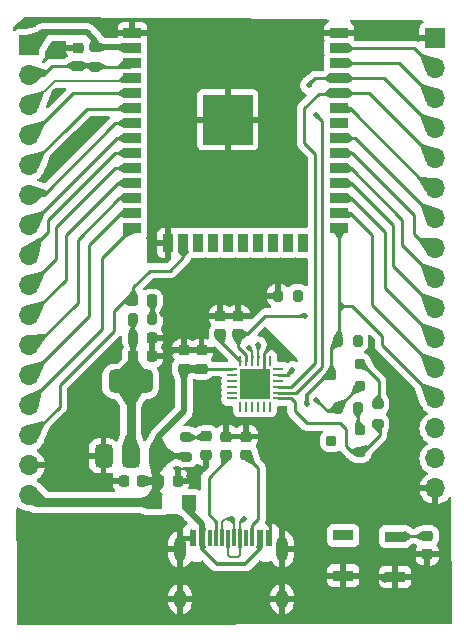
<source format=gbr>
%TF.GenerationSoftware,KiCad,Pcbnew,8.0.1*%
%TF.CreationDate,2024-05-07T16:59:08+08:00*%
%TF.ProjectId,ESP32wroom,45535033-3277-4726-9f6f-6d2e6b696361,rev?*%
%TF.SameCoordinates,Original*%
%TF.FileFunction,Copper,L1,Top*%
%TF.FilePolarity,Positive*%
%FSLAX46Y46*%
G04 Gerber Fmt 4.6, Leading zero omitted, Abs format (unit mm)*
G04 Created by KiCad (PCBNEW 8.0.1) date 2024-05-07 16:59:08*
%MOMM*%
%LPD*%
G01*
G04 APERTURE LIST*
G04 Aperture macros list*
%AMRoundRect*
0 Rectangle with rounded corners*
0 $1 Rounding radius*
0 $2 $3 $4 $5 $6 $7 $8 $9 X,Y pos of 4 corners*
0 Add a 4 corners polygon primitive as box body*
4,1,4,$2,$3,$4,$5,$6,$7,$8,$9,$2,$3,0*
0 Add four circle primitives for the rounded corners*
1,1,$1+$1,$2,$3*
1,1,$1+$1,$4,$5*
1,1,$1+$1,$6,$7*
1,1,$1+$1,$8,$9*
0 Add four rect primitives between the rounded corners*
20,1,$1+$1,$2,$3,$4,$5,0*
20,1,$1+$1,$4,$5,$6,$7,0*
20,1,$1+$1,$6,$7,$8,$9,0*
20,1,$1+$1,$8,$9,$2,$3,0*%
G04 Aperture macros list end*
%TA.AperFunction,ComponentPad*%
%ADD10R,1.700000X1.700000*%
%TD*%
%TA.AperFunction,ComponentPad*%
%ADD11O,1.700000X1.700000*%
%TD*%
%TA.AperFunction,SMDPad,CuDef*%
%ADD12RoundRect,0.225000X-0.250000X0.225000X-0.250000X-0.225000X0.250000X-0.225000X0.250000X0.225000X0*%
%TD*%
%TA.AperFunction,SMDPad,CuDef*%
%ADD13R,1.200000X1.200000*%
%TD*%
%TA.AperFunction,SMDPad,CuDef*%
%ADD14RoundRect,0.200000X-0.200000X-0.275000X0.200000X-0.275000X0.200000X0.275000X-0.200000X0.275000X0*%
%TD*%
%TA.AperFunction,SMDPad,CuDef*%
%ADD15RoundRect,0.218750X0.256250X-0.218750X0.256250X0.218750X-0.256250X0.218750X-0.256250X-0.218750X0*%
%TD*%
%TA.AperFunction,SMDPad,CuDef*%
%ADD16RoundRect,0.200000X-0.275000X0.200000X-0.275000X-0.200000X0.275000X-0.200000X0.275000X0.200000X0*%
%TD*%
%TA.AperFunction,SMDPad,CuDef*%
%ADD17R,0.600000X1.450000*%
%TD*%
%TA.AperFunction,SMDPad,CuDef*%
%ADD18R,0.300000X1.450000*%
%TD*%
%TA.AperFunction,ComponentPad*%
%ADD19O,1.000000X2.100000*%
%TD*%
%TA.AperFunction,ComponentPad*%
%ADD20O,1.000000X1.600000*%
%TD*%
%TA.AperFunction,SMDPad,CuDef*%
%ADD21RoundRect,0.225000X-0.225000X-0.250000X0.225000X-0.250000X0.225000X0.250000X-0.225000X0.250000X0*%
%TD*%
%TA.AperFunction,SMDPad,CuDef*%
%ADD22R,1.700000X0.900000*%
%TD*%
%TA.AperFunction,SMDPad,CuDef*%
%ADD23RoundRect,0.200000X0.275000X-0.200000X0.275000X0.200000X-0.275000X0.200000X-0.275000X-0.200000X0*%
%TD*%
%TA.AperFunction,SMDPad,CuDef*%
%ADD24RoundRect,0.200000X0.200000X0.275000X-0.200000X0.275000X-0.200000X-0.275000X0.200000X-0.275000X0*%
%TD*%
%TA.AperFunction,SMDPad,CuDef*%
%ADD25RoundRect,0.062500X-0.062500X0.350000X-0.062500X-0.350000X0.062500X-0.350000X0.062500X0.350000X0*%
%TD*%
%TA.AperFunction,SMDPad,CuDef*%
%ADD26RoundRect,0.062500X-0.350000X0.062500X-0.350000X-0.062500X0.350000X-0.062500X0.350000X0.062500X0*%
%TD*%
%TA.AperFunction,HeatsinkPad*%
%ADD27R,2.600000X2.600000*%
%TD*%
%TA.AperFunction,SMDPad,CuDef*%
%ADD28RoundRect,0.375000X0.375000X-0.625000X0.375000X0.625000X-0.375000X0.625000X-0.375000X-0.625000X0*%
%TD*%
%TA.AperFunction,SMDPad,CuDef*%
%ADD29RoundRect,0.500000X1.400000X-0.500000X1.400000X0.500000X-1.400000X0.500000X-1.400000X-0.500000X0*%
%TD*%
%TA.AperFunction,SMDPad,CuDef*%
%ADD30RoundRect,0.225000X0.250000X-0.225000X0.250000X0.225000X-0.250000X0.225000X-0.250000X-0.225000X0*%
%TD*%
%TA.AperFunction,SMDPad,CuDef*%
%ADD31RoundRect,0.218750X-0.218750X-0.256250X0.218750X-0.256250X0.218750X0.256250X-0.218750X0.256250X0*%
%TD*%
%TA.AperFunction,SMDPad,CuDef*%
%ADD32RoundRect,0.225000X0.225000X0.250000X-0.225000X0.250000X-0.225000X-0.250000X0.225000X-0.250000X0*%
%TD*%
%TA.AperFunction,SMDPad,CuDef*%
%ADD33RoundRect,0.200000X0.250000X0.200000X-0.250000X0.200000X-0.250000X-0.200000X0.250000X-0.200000X0*%
%TD*%
%TA.AperFunction,SMDPad,CuDef*%
%ADD34R,1.500000X0.900000*%
%TD*%
%TA.AperFunction,SMDPad,CuDef*%
%ADD35R,0.900000X1.500000*%
%TD*%
%TA.AperFunction,SMDPad,CuDef*%
%ADD36R,1.050000X1.050000*%
%TD*%
%TA.AperFunction,HeatsinkPad*%
%ADD37C,0.600000*%
%TD*%
%TA.AperFunction,SMDPad,CuDef*%
%ADD38R,4.200000X4.200000*%
%TD*%
%TA.AperFunction,ViaPad*%
%ADD39C,0.800000*%
%TD*%
%TA.AperFunction,ViaPad*%
%ADD40C,0.500000*%
%TD*%
%TA.AperFunction,Conductor*%
%ADD41C,0.500000*%
%TD*%
%TA.AperFunction,Conductor*%
%ADD42C,0.300000*%
%TD*%
%TA.AperFunction,Conductor*%
%ADD43C,0.800000*%
%TD*%
%TA.AperFunction,Conductor*%
%ADD44C,0.254000*%
%TD*%
%TA.AperFunction,Conductor*%
%ADD45C,0.250000*%
%TD*%
%TA.AperFunction,Conductor*%
%ADD46C,0.200000*%
%TD*%
G04 APERTURE END LIST*
D10*
%TO.P,J3,1,Pin_1*%
%TO.N,GND*%
X204000000Y-80120000D03*
D11*
%TO.P,J3,2,Pin_2*%
%TO.N,/IO23*%
X204000000Y-82660000D03*
%TO.P,J3,3,Pin_3*%
%TO.N,/IO22*%
X204000000Y-85200000D03*
%TO.P,J3,4,Pin_4*%
%TO.N,/RXD*%
X204000000Y-87740000D03*
%TO.P,J3,5,Pin_5*%
%TO.N,/TXD*%
X204000000Y-90280000D03*
%TO.P,J3,6,Pin_6*%
%TO.N,/IO21*%
X204000000Y-92820000D03*
%TO.P,J3,7,Pin_7*%
%TO.N,/IO19*%
X204000000Y-95360000D03*
%TO.P,J3,8,Pin_8*%
%TO.N,/IO18*%
X204000000Y-97900000D03*
%TO.P,J3,9,Pin_9*%
%TO.N,/IO5*%
X204000000Y-100440000D03*
%TO.P,J3,10,Pin_10*%
%TO.N,/IO17*%
X204000000Y-102980000D03*
%TO.P,J3,11,Pin_11*%
%TO.N,/IO16*%
X204000000Y-105520000D03*
%TO.P,J3,12,Pin_12*%
%TO.N,/IO4*%
X204000000Y-108060000D03*
%TO.P,J3,13,Pin_13*%
%TO.N,/IO0*%
X204000000Y-110600000D03*
%TO.P,J3,14,Pin_14*%
%TO.N,/IO2*%
X204000000Y-113140000D03*
%TO.P,J3,15,Pin_15*%
%TO.N,/IO15*%
X204000000Y-115680000D03*
%TO.P,J3,16,Pin_16*%
%TO.N,GND*%
X204000000Y-118220000D03*
%TD*%
D12*
%TO.P,C5,1*%
%TO.N,GND*%
X184200000Y-106525000D03*
%TO.P,C5,2*%
%TO.N,+5V*%
X184200000Y-108075000D03*
%TD*%
D13*
%TO.P,D6,1,K*%
%TO.N,+5V*%
X180300000Y-119400000D03*
%TO.P,D6,2,A*%
%TO.N,Net-(D6-A)*%
X183100000Y-119400000D03*
%TD*%
D14*
%TO.P,R9,1*%
%TO.N,+3V3*%
X178375000Y-103900000D03*
%TO.P,R9,2*%
%TO.N,Net-(D1-A)*%
X180025000Y-103900000D03*
%TD*%
D15*
%TO.P,D2,1,K*%
%TO.N,GND*%
X184600000Y-115387500D03*
%TO.P,D2,2,A*%
%TO.N,Net-(D2-A)*%
X184600000Y-113812500D03*
%TD*%
D16*
%TO.P,R5,1*%
%TO.N,Net-(Q1-B)*%
X199100000Y-111075000D03*
%TO.P,R5,2*%
%TO.N,/RTS*%
X199100000Y-112725000D03*
%TD*%
D17*
%TO.P,J2,A1,GND*%
%TO.N,GND*%
X183450000Y-122455000D03*
%TO.P,J2,A4,VBUS*%
%TO.N,Net-(D6-A)*%
X184250000Y-122455000D03*
D18*
%TO.P,J2,A5,CC1*%
%TO.N,Net-(J2-CC1)*%
X185450000Y-122455000D03*
%TO.P,J2,A6,D+*%
%TO.N,/USB_DP*%
X186450000Y-122455000D03*
%TO.P,J2,A7,D-*%
%TO.N,/USB_DN*%
X186950000Y-122455000D03*
%TO.P,J2,A8,SBU1*%
%TO.N,unconnected-(J2-SBU1-PadA8)*%
X187950000Y-122455000D03*
D17*
%TO.P,J2,A9,VBUS*%
%TO.N,Net-(D6-A)*%
X189150000Y-122455000D03*
%TO.P,J2,A12,GND*%
%TO.N,GND*%
X189950000Y-122455000D03*
%TO.P,J2,B1,GND*%
X189950000Y-122455000D03*
%TO.P,J2,B4,VBUS*%
%TO.N,Net-(D6-A)*%
X189150000Y-122455000D03*
D18*
%TO.P,J2,B5,CC2*%
%TO.N,Net-(J2-CC2)*%
X188450000Y-122455000D03*
%TO.P,J2,B6,D+*%
%TO.N,/USB_DP*%
X187450000Y-122455000D03*
%TO.P,J2,B7,D-*%
%TO.N,/USB_DN*%
X185950000Y-122455000D03*
%TO.P,J2,B8,SBU2*%
%TO.N,unconnected-(J2-SBU2-PadB8)*%
X184950000Y-122455000D03*
D17*
%TO.P,J2,B9,VBUS*%
%TO.N,Net-(D6-A)*%
X184250000Y-122455000D03*
%TO.P,J2,B12,GND*%
%TO.N,GND*%
X183450000Y-122455000D03*
D19*
%TO.P,J2,S1,SHIELD*%
X182380000Y-123370000D03*
D20*
X182380000Y-127550000D03*
D19*
X191020000Y-123370000D03*
D20*
X191020000Y-127550000D03*
%TD*%
D21*
%TO.P,C8,1*%
%TO.N,GND*%
X177625000Y-117600000D03*
%TO.P,C8,2*%
%TO.N,+5V*%
X179175000Y-117600000D03*
%TD*%
D22*
%TO.P,SW1,1,A*%
%TO.N,GND*%
X196200000Y-125600000D03*
%TO.P,SW1,2,B*%
%TO.N,/IO0*%
X196200000Y-122200000D03*
%TD*%
D23*
%TO.P,R6,1*%
%TO.N,/EN*%
X175200000Y-82500000D03*
%TO.P,R6,2*%
%TO.N,+3V3*%
X175200000Y-80850000D03*
%TD*%
D24*
%TO.P,R4,1*%
%TO.N,Net-(Q2-B)*%
X197425000Y-111400000D03*
%TO.P,R4,2*%
%TO.N,/DTR*%
X195775000Y-111400000D03*
%TD*%
D12*
%TO.P,C6,1*%
%TO.N,GND*%
X182700000Y-106525000D03*
%TO.P,C6,2*%
%TO.N,+5V*%
X182700000Y-108075000D03*
%TD*%
D25*
%TO.P,U4,1,~{RI}*%
%TO.N,/~{RI}*%
X189987500Y-107412500D03*
%TO.P,U4,2,GND*%
%TO.N,GND*%
X189487500Y-107412500D03*
%TO.P,U4,3,D+*%
%TO.N,/USB_DP*%
X188987500Y-107412500D03*
%TO.P,U4,4,D-*%
%TO.N,/USB_DN*%
X188487500Y-107412500D03*
%TO.P,U4,5,VIO*%
%TO.N,+3V3*%
X187987500Y-107412500D03*
%TO.P,U4,6,V3*%
%TO.N,Net-(U4-V3)*%
X187487500Y-107412500D03*
D26*
%TO.P,U4,7,VDD5*%
%TO.N,+5V*%
X186800000Y-108100000D03*
%TO.P,U4,8,VBUS*%
X186800000Y-108600000D03*
%TO.P,U4,9,~{RST}*%
%TO.N,/~{RST}*%
X186800000Y-109100000D03*
%TO.P,U4,10,~{ACT}*%
%TO.N,/~{ACT}*%
X186800000Y-109600000D03*
%TO.P,U4,11,~{WAKEUP}/GPIO3*%
%TO.N,/~{WAKEUP}{slash}GPIO3*%
X186800000Y-110100000D03*
%TO.P,U4,12,TNOW/GPIO2*%
%TO.N,/TNOW{slash}GPIO2*%
X186800000Y-110600000D03*
D25*
%TO.P,U4,13,RXS/GPIO1*%
%TO.N,/RXS{slash}GPIO1*%
X187487500Y-111287500D03*
%TO.P,U4,14,TXS/GPIO0*%
%TO.N,/TXS{slash}GPIO0*%
X187987500Y-111287500D03*
%TO.P,U4,15,~{SUSPEND}*%
%TO.N,/~{SUSPEND}*%
X188487500Y-111287500D03*
%TO.P,U4,16,GPIO4*%
%TO.N,/GPIO4*%
X188987500Y-111287500D03*
%TO.P,U4,17,SUSPEND*%
%TO.N,/SUSPEND*%
X189487500Y-111287500D03*
%TO.P,U4,18,~{CTS}*%
%TO.N,/~{CTS}*%
X189987500Y-111287500D03*
D26*
%TO.P,U4,19,~{RTS}*%
%TO.N,/RTS*%
X190675000Y-110600000D03*
%TO.P,U4,20,RXD*%
%TO.N,/RXD*%
X190675000Y-110100000D03*
%TO.P,U4,21,TXD*%
%TO.N,/TXD*%
X190675000Y-109600000D03*
%TO.P,U4,22,~{DSR}*%
%TO.N,/~{DSR}*%
X190675000Y-109100000D03*
%TO.P,U4,23,~{DTR}*%
%TO.N,/DTR*%
X190675000Y-108600000D03*
%TO.P,U4,24,~{DCD}*%
%TO.N,/~{DCD}*%
X190675000Y-108100000D03*
D27*
%TO.P,U4,25,GND*%
%TO.N,GND*%
X188737500Y-109350000D03*
%TD*%
D21*
%TO.P,C1,1*%
%TO.N,+5V*%
X180625000Y-117600000D03*
%TO.P,C1,2*%
%TO.N,GND*%
X182175000Y-117600000D03*
%TD*%
%TO.P,C2,1*%
%TO.N,+3V3*%
X178425000Y-107000000D03*
%TO.P,C2,2*%
%TO.N,GND*%
X179975000Y-107000000D03*
%TD*%
D28*
%TO.P,U2,1,GND*%
%TO.N,GND*%
X175900000Y-115450000D03*
%TO.P,U2,2,VO*%
%TO.N,+3V3*%
X178200000Y-115450000D03*
D29*
X178200000Y-109150000D03*
D28*
%TO.P,U2,3,VI*%
%TO.N,+5V*%
X180500000Y-115450000D03*
%TD*%
D22*
%TO.P,SW2,1,A*%
%TO.N,GND*%
X200600000Y-125700000D03*
%TO.P,SW2,2,B*%
%TO.N,/EN*%
X200600000Y-122300000D03*
%TD*%
D24*
%TO.P,R11,1*%
%TO.N,/IO2*%
X192325000Y-101900000D03*
%TO.P,R11,2*%
%TO.N,GND*%
X190675000Y-101900000D03*
%TD*%
%TO.P,R10,1*%
%TO.N,+3V3*%
X197425000Y-105700000D03*
%TO.P,R10,2*%
%TO.N,/IO0*%
X195775000Y-105700000D03*
%TD*%
D30*
%TO.P,C7,1*%
%TO.N,GND*%
X203300000Y-123800000D03*
%TO.P,C7,2*%
%TO.N,/EN*%
X203300000Y-122250000D03*
%TD*%
D31*
%TO.P,D1,1,K*%
%TO.N,/IO13*%
X178412500Y-102300000D03*
%TO.P,D1,2,A*%
%TO.N,Net-(D1-A)*%
X179987500Y-102300000D03*
%TD*%
D32*
%TO.P,C9,1*%
%TO.N,GND*%
X179975000Y-105500000D03*
%TO.P,C9,2*%
%TO.N,+3V3*%
X178425000Y-105500000D03*
%TD*%
D30*
%TO.P,R8,1*%
%TO.N,Net-(J2-CC2)*%
X188000000Y-115375000D03*
%TO.P,R8,2*%
%TO.N,GND*%
X188000000Y-113825000D03*
%TD*%
D33*
%TO.P,Q1,1,E*%
%TO.N,/DTR*%
X197600000Y-109550000D03*
%TO.P,Q1,2,B*%
%TO.N,Net-(Q1-B)*%
X197600000Y-107650000D03*
%TO.P,Q1,3,C*%
%TO.N,/IO0*%
X195200000Y-108600000D03*
%TD*%
D30*
%TO.P,C3,1*%
%TO.N,+3V3*%
X187300000Y-105175000D03*
%TO.P,C3,2*%
%TO.N,GND*%
X187300000Y-103625000D03*
%TD*%
D34*
%TO.P,U1,1,GND*%
%TO.N,GND*%
X178350000Y-79665000D03*
%TO.P,U1,2,VDD*%
%TO.N,+3V3*%
X178350000Y-80935000D03*
%TO.P,U1,3,EN*%
%TO.N,/EN*%
X178350000Y-82205000D03*
%TO.P,U1,4,SENSOR_VP*%
%TO.N,/SENSOR_VP*%
X178350000Y-83475000D03*
%TO.P,U1,5,SENSOR_VN*%
%TO.N,/SENSOR_VN*%
X178350000Y-84745000D03*
%TO.P,U1,6,IO34*%
%TO.N,/IO34*%
X178350000Y-86015000D03*
%TO.P,U1,7,IO35*%
%TO.N,/IO35*%
X178350000Y-87285000D03*
%TO.P,U1,8,IO32*%
%TO.N,/IO32*%
X178350000Y-88555000D03*
%TO.P,U1,9,IO33*%
%TO.N,/IO33*%
X178350000Y-89825000D03*
%TO.P,U1,10,IO25*%
%TO.N,/IO25*%
X178350000Y-91095000D03*
%TO.P,U1,11,IO26*%
%TO.N,/IO26*%
X178350000Y-92365000D03*
%TO.P,U1,12,IO27*%
%TO.N,/IO27*%
X178350000Y-93635000D03*
%TO.P,U1,13,IO14*%
%TO.N,/IO14*%
X178350000Y-94905000D03*
%TO.P,U1,14,IO12*%
%TO.N,/IO12*%
X178350000Y-96175000D03*
D35*
%TO.P,U1,15,GND*%
%TO.N,GND*%
X181390000Y-97425000D03*
%TO.P,U1,16,IO13*%
%TO.N,/IO13*%
X182660000Y-97425000D03*
%TO.P,U1,17,SHD/SD2*%
%TO.N,/SHD{slash}SD2*%
X183930000Y-97425000D03*
%TO.P,U1,18,SWP/SD3*%
%TO.N,/SWP{slash}SD3*%
X185200000Y-97425000D03*
%TO.P,U1,19,SCS/CMD*%
%TO.N,/SCS{slash}CMD*%
X186470000Y-97425000D03*
%TO.P,U1,20,SCK/CLK*%
%TO.N,/SCK{slash}CLK*%
X187740000Y-97425000D03*
%TO.P,U1,21,SDO/SD0*%
%TO.N,/SDO{slash}SD0*%
X189010000Y-97425000D03*
%TO.P,U1,22,SDI/SD1*%
%TO.N,/SDI{slash}SD1*%
X190280000Y-97425000D03*
%TO.P,U1,23,IO15*%
%TO.N,/IO15*%
X191550000Y-97425000D03*
%TO.P,U1,24,IO2*%
%TO.N,/IO2*%
X192820000Y-97425000D03*
D34*
%TO.P,U1,25,IO0*%
%TO.N,/IO0*%
X195850000Y-96175000D03*
%TO.P,U1,26,IO4*%
%TO.N,/IO4*%
X195850000Y-94905000D03*
%TO.P,U1,27,IO16*%
%TO.N,/IO16*%
X195850000Y-93635000D03*
%TO.P,U1,28,IO17*%
%TO.N,/IO17*%
X195850000Y-92365000D03*
%TO.P,U1,29,IO5*%
%TO.N,/IO5*%
X195850000Y-91095000D03*
%TO.P,U1,30,IO18*%
%TO.N,/IO18*%
X195850000Y-89825000D03*
%TO.P,U1,31,IO19*%
%TO.N,/IO19*%
X195850000Y-88555000D03*
%TO.P,U1,32,NC*%
%TO.N,unconnected-(U1-NC-Pad32)*%
X195850000Y-87285000D03*
%TO.P,U1,33,IO21*%
%TO.N,/IO21*%
X195850000Y-86015000D03*
%TO.P,U1,34,RXD0/IO3*%
%TO.N,/TXD*%
X195850000Y-84745000D03*
%TO.P,U1,35,TXD0/IO1*%
%TO.N,/RXD*%
X195850000Y-83475000D03*
%TO.P,U1,36,IO22*%
%TO.N,/IO22*%
X195850000Y-82205000D03*
%TO.P,U1,37,IO23*%
%TO.N,/IO23*%
X195850000Y-80935000D03*
%TO.P,U1,38,GND*%
%TO.N,GND*%
X195850000Y-79665000D03*
D36*
%TO.P,U1,39,GND*%
X184895000Y-85480000D03*
D37*
X184895000Y-86242500D03*
D36*
X184895000Y-87005000D03*
D37*
X184895000Y-87767500D03*
D36*
X184895000Y-88530000D03*
D37*
X185657500Y-85480000D03*
X185657500Y-87005000D03*
X185657500Y-88530000D03*
D36*
X186420000Y-85480000D03*
D37*
X186420000Y-86242500D03*
D36*
X186420000Y-87005000D03*
D38*
X186420000Y-87005000D03*
D37*
X186420000Y-87767500D03*
D36*
X186420000Y-88530000D03*
D37*
X187182500Y-85480000D03*
X187182500Y-87005000D03*
X187182500Y-88530000D03*
D36*
X187945000Y-85480000D03*
D37*
X187945000Y-86242500D03*
D36*
X187945000Y-87005000D03*
D37*
X187945000Y-87767500D03*
D36*
X187945000Y-88530000D03*
%TD*%
D30*
%TO.P,C10,1*%
%TO.N,/EN*%
X173700000Y-82450000D03*
%TO.P,C10,2*%
%TO.N,GND*%
X173700000Y-80900000D03*
%TD*%
D23*
%TO.P,R1,1*%
%TO.N,+5V*%
X182900000Y-115525000D03*
%TO.P,R1,2*%
%TO.N,Net-(D2-A)*%
X182900000Y-113875000D03*
%TD*%
D30*
%TO.P,C4,1*%
%TO.N,Net-(U4-V3)*%
X185800000Y-105175000D03*
%TO.P,C4,2*%
%TO.N,GND*%
X185800000Y-103625000D03*
%TD*%
D33*
%TO.P,Q2,1,E*%
%TO.N,/RTS*%
X197600000Y-115150000D03*
%TO.P,Q2,2,B*%
%TO.N,Net-(Q2-B)*%
X197600000Y-113250000D03*
%TO.P,Q2,3,C*%
%TO.N,/EN*%
X195200000Y-114200000D03*
%TD*%
D30*
%TO.P,R7,1*%
%TO.N,Net-(J2-CC1)*%
X186300000Y-115375000D03*
%TO.P,R7,2*%
%TO.N,GND*%
X186300000Y-113825000D03*
%TD*%
D10*
%TO.P,J1,1,Pin_1*%
%TO.N,+3V3*%
X169600000Y-80700000D03*
D11*
%TO.P,J1,2,Pin_2*%
%TO.N,/EN*%
X169600000Y-83240000D03*
%TO.P,J1,3,Pin_3*%
%TO.N,/SENSOR_VP*%
X169600000Y-85780000D03*
%TO.P,J1,4,Pin_4*%
%TO.N,/SENSOR_VN*%
X169600000Y-88320000D03*
%TO.P,J1,5,Pin_5*%
%TO.N,/IO34*%
X169600000Y-90860000D03*
%TO.P,J1,6,Pin_6*%
%TO.N,/IO35*%
X169600000Y-93400000D03*
%TO.P,J1,7,Pin_7*%
%TO.N,/IO32*%
X169600000Y-95940000D03*
%TO.P,J1,8,Pin_8*%
%TO.N,/IO33*%
X169600000Y-98480000D03*
%TO.P,J1,9,Pin_9*%
%TO.N,/IO25*%
X169600000Y-101020000D03*
%TO.P,J1,10,Pin_10*%
%TO.N,/IO26*%
X169600000Y-103560000D03*
%TO.P,J1,11,Pin_11*%
%TO.N,/IO27*%
X169600000Y-106100000D03*
%TO.P,J1,12,Pin_12*%
%TO.N,/IO14*%
X169600000Y-108640000D03*
%TO.P,J1,13,Pin_13*%
%TO.N,/IO12*%
X169600000Y-111180000D03*
%TO.P,J1,14,Pin_14*%
%TO.N,/IO13*%
X169600000Y-113720000D03*
%TO.P,J1,15,Pin_15*%
%TO.N,GND*%
X169600000Y-116260000D03*
%TO.P,J1,16,Pin_16*%
%TO.N,+5V*%
X169600000Y-118800000D03*
%TD*%
D39*
%TO.N,GND*%
X183700000Y-102000000D03*
X174500000Y-121200000D03*
X192800000Y-125600000D03*
X191700000Y-117800000D03*
X180200000Y-121200000D03*
X192800000Y-122300000D03*
X187100000Y-94400000D03*
D40*
X194200000Y-115600000D03*
D39*
X178300000Y-121200000D03*
X171600000Y-90700000D03*
D40*
X185600000Y-107000000D03*
D39*
X191700000Y-119800000D03*
X181800000Y-121200000D03*
X196200000Y-120000000D03*
X191800000Y-113400000D03*
X182000000Y-93200000D03*
X190400000Y-120500000D03*
X187600000Y-80400000D03*
X201400000Y-116700000D03*
X199000000Y-107200000D03*
X172800000Y-117000000D03*
X182300000Y-102000000D03*
X182200000Y-80100000D03*
X183200000Y-100300000D03*
X200500000Y-109100000D03*
X191700000Y-115800000D03*
X176100000Y-112400000D03*
X201600000Y-79500000D03*
X200200000Y-115000000D03*
X171860141Y-84754778D03*
X203100000Y-128600000D03*
X191200000Y-106800000D03*
D40*
X190600000Y-113000000D03*
D39*
X183500000Y-103400000D03*
X176300000Y-79300000D03*
X181500000Y-106600000D03*
X199700000Y-125800000D03*
X174100000Y-109400000D03*
D40*
X190000000Y-106200000D03*
D39*
X192800000Y-123800000D03*
X172500000Y-121200000D03*
X199900000Y-117500000D03*
X173100000Y-114600000D03*
X180300000Y-123300000D03*
X200100000Y-129000000D03*
X172700000Y-89600000D03*
X194400000Y-117600000D03*
X192700000Y-80400000D03*
X174600000Y-117600000D03*
X170100000Y-121200000D03*
X188200000Y-128400000D03*
X196400000Y-129100000D03*
X188100000Y-126400000D03*
X181400000Y-109400000D03*
X191100000Y-86700000D03*
X180300000Y-125800000D03*
X183900000Y-94500000D03*
X184200000Y-109800000D03*
D40*
X185400000Y-111000000D03*
D39*
X178400000Y-123300000D03*
X189900000Y-99600000D03*
X173800000Y-88600000D03*
X201500000Y-111100000D03*
X178400000Y-125900000D03*
X184800000Y-128400000D03*
X199700000Y-79400000D03*
X192800000Y-127200000D03*
X204700000Y-125900000D03*
X181600000Y-85700000D03*
X184700000Y-126400000D03*
X183300000Y-117200000D03*
X188500000Y-100300000D03*
X181000000Y-103400000D03*
X188200000Y-99300000D03*
X190300000Y-118900000D03*
X176500000Y-121200000D03*
X171900000Y-81200000D03*
X179900000Y-112200000D03*
X191300000Y-94400000D03*
D40*
X189500000Y-105000000D03*
D39*
X198200000Y-79500000D03*
X200900000Y-119200000D03*
%TO.N,/EN*%
X178350000Y-82230000D03*
D40*
X200600000Y-122300000D03*
X195200000Y-114200000D03*
%TO.N,/USB_DN*%
X186758784Y-120800000D03*
X188200000Y-106300000D03*
%TO.N,/IO2*%
X192348057Y-101855828D03*
D39*
X192820000Y-97450000D03*
%TO.N,/IO15*%
X191550000Y-97450000D03*
D40*
%TO.N,/IO0*%
X196200000Y-122200000D03*
X193100000Y-111100000D03*
%TO.N,/DTR*%
X193900000Y-110700000D03*
X191900000Y-108200000D03*
%TO.N,+3V3*%
X187300000Y-105175000D03*
X193000000Y-103600000D03*
D39*
X178425000Y-105500000D03*
D40*
X197425000Y-105700000D03*
D39*
X175200000Y-80850000D03*
D40*
%TO.N,/RXD*%
X193900000Y-86600000D03*
X193300000Y-84100000D03*
%TO.N,/USB_DP*%
X187800000Y-120800000D03*
X189000000Y-106100000D03*
%TD*%
D41*
%TO.N,+5V*%
X180300000Y-117625000D02*
X180325000Y-117600000D01*
X182700000Y-111700000D02*
X180500000Y-113900000D01*
D42*
X180500000Y-115450000D02*
X180325000Y-115625000D01*
D41*
X170200000Y-119400000D02*
X169600000Y-118800000D01*
D43*
X180300000Y-119400000D02*
X170200000Y-119400000D01*
D41*
X180300000Y-115650000D02*
X180300000Y-117575000D01*
X180500000Y-113900000D02*
X180500000Y-115450000D01*
X182700000Y-108075000D02*
X182700000Y-111700000D01*
D44*
X182700000Y-108075000D02*
X182725000Y-108100000D01*
D41*
X182825000Y-115450000D02*
X182900000Y-115525000D01*
X179175000Y-117600000D02*
X180625000Y-117600000D01*
X180300000Y-117575000D02*
X180325000Y-117600000D01*
X180500000Y-115450000D02*
X180300000Y-115650000D01*
D44*
X182725000Y-108100000D02*
X186800000Y-108100000D01*
D41*
X180500000Y-115450000D02*
X182825000Y-115450000D01*
X180300000Y-119400000D02*
X180300000Y-117625000D01*
X182700000Y-108075000D02*
X184200000Y-108075000D01*
D45*
%TO.N,GND*%
X189487500Y-108600000D02*
X188737500Y-109350000D01*
X189487500Y-107412500D02*
X189487500Y-108600000D01*
X189487500Y-106712500D02*
X189900000Y-106300000D01*
X189487500Y-107412500D02*
X189487500Y-106712500D01*
%TO.N,Net-(D6-A)*%
X184200000Y-122405000D02*
X184250000Y-122455000D01*
D42*
X189150000Y-123314694D02*
X189032347Y-123432347D01*
X189032347Y-123432347D02*
X189133737Y-123330958D01*
X184250000Y-122455000D02*
X184250000Y-123314695D01*
D41*
X183100000Y-120100000D02*
X183100000Y-119400000D01*
X184250000Y-122455000D02*
X184250000Y-121250000D01*
D42*
X187864695Y-124600000D02*
X189032347Y-123432347D01*
D41*
X184250000Y-121250000D02*
X183100000Y-120100000D01*
D42*
X189150000Y-122455000D02*
X189150000Y-123314694D01*
X184250000Y-123314695D02*
X185535305Y-124600000D01*
X185535305Y-124600000D02*
X187864695Y-124600000D01*
D44*
%TO.N,Net-(D2-A)*%
X184537500Y-113875000D02*
X184600000Y-113812500D01*
X182900000Y-113875000D02*
X184537500Y-113875000D01*
D45*
%TO.N,/EN*%
X200650000Y-122250000D02*
X200600000Y-122300000D01*
X175150000Y-82450000D02*
X175200000Y-82500000D01*
X178350000Y-82230000D02*
X178080000Y-82500000D01*
X171550000Y-82450000D02*
X173700000Y-82450000D01*
X178080000Y-82500000D02*
X175200000Y-82500000D01*
X170780000Y-83220000D02*
X171550000Y-82450000D01*
X169700000Y-83220000D02*
X170780000Y-83220000D01*
X173700000Y-82450000D02*
X175150000Y-82450000D01*
D42*
X178350000Y-82230000D02*
X178420000Y-82300000D01*
D45*
X203300000Y-122250000D02*
X200650000Y-122250000D01*
%TO.N,/IO34*%
X172940000Y-87600000D02*
X174463203Y-86076797D01*
X169700000Y-90840000D02*
X172940000Y-87600000D01*
X174463203Y-86076797D02*
X178453026Y-86076797D01*
%TO.N,/IO35*%
X178350000Y-87310000D02*
X176890000Y-87310000D01*
X176890000Y-87310000D02*
X170820000Y-93380000D01*
X170820000Y-93380000D02*
X169700000Y-93380000D01*
%TO.N,/IO14*%
X174700000Y-103620000D02*
X174700000Y-97600000D01*
X174700000Y-97600000D02*
X177370000Y-94930000D01*
X177370000Y-94930000D02*
X178350000Y-94930000D01*
X169700000Y-108620000D02*
X174700000Y-103620000D01*
%TO.N,/IO27*%
X173700000Y-102500000D02*
X173700000Y-97200000D01*
X173700000Y-97200000D02*
X177240000Y-93660000D01*
X169700000Y-106080000D02*
X170120000Y-106080000D01*
X177240000Y-93660000D02*
X178350000Y-93660000D01*
X170120000Y-106080000D02*
X173700000Y-102500000D01*
%TO.N,/IO26*%
X172700000Y-96800000D02*
X172700000Y-100540000D01*
X178350000Y-92390000D02*
X177110000Y-92390000D01*
X177110000Y-92390000D02*
X172700000Y-96800000D01*
X172700000Y-100540000D02*
X169700000Y-103540000D01*
D44*
%TO.N,/IO13*%
X182660000Y-98640000D02*
X182660000Y-97450000D01*
X178412500Y-101187500D02*
X179800000Y-99800000D01*
D45*
X172200000Y-109500000D02*
X172200000Y-111300000D01*
D44*
X179800000Y-99800000D02*
X181500000Y-99800000D01*
D45*
X176800000Y-104900000D02*
X172200000Y-109500000D01*
X176800000Y-103200000D02*
X176800000Y-104900000D01*
X169780000Y-113720000D02*
X169600000Y-113720000D01*
D44*
X181500000Y-99800000D02*
X182660000Y-98640000D01*
X177700000Y-102300000D02*
X178412500Y-102300000D01*
D45*
X172200000Y-111300000D02*
X169780000Y-113720000D01*
D44*
X176800000Y-103200000D02*
X177700000Y-102300000D01*
X178412500Y-102300000D02*
X178412500Y-101187500D01*
D45*
%TO.N,/IO32*%
X178350000Y-88580000D02*
X177040000Y-88580000D01*
X177040000Y-88580000D02*
X169700000Y-95920000D01*
%TO.N,/SENSOR_VN*%
X169780000Y-88320000D02*
X173350000Y-84750000D01*
X173350000Y-84750000D02*
X178450000Y-84750000D01*
D46*
%TO.N,/USB_DN*%
X188200000Y-106300000D02*
X188487500Y-106587500D01*
X186758784Y-120800000D02*
X186950000Y-120991216D01*
X186200000Y-120800000D02*
X185950000Y-121050000D01*
X186758784Y-120800000D02*
X186200000Y-120800000D01*
X186950000Y-120991216D02*
X186950000Y-122455000D01*
X185950000Y-121050000D02*
X185950000Y-122455000D01*
X188487500Y-106587500D02*
X188487500Y-107412500D01*
D45*
%TO.N,/IO25*%
X176880000Y-91120000D02*
X171900000Y-96100000D01*
X171900000Y-98800000D02*
X169700000Y-101000000D01*
X171900000Y-96100000D02*
X171900000Y-98800000D01*
X178350000Y-91120000D02*
X176880000Y-91120000D01*
%TO.N,/IO12*%
X178350000Y-96200000D02*
X175800000Y-98750000D01*
X175800000Y-104700000D02*
X169700000Y-110800000D01*
X169700000Y-110800000D02*
X169700000Y-111160000D01*
X175800000Y-98750000D02*
X175800000Y-104700000D01*
D46*
%TO.N,/SENSOR_VP*%
X171760000Y-83700000D02*
X178150000Y-83700000D01*
X169700000Y-85760000D02*
X171760000Y-83700000D01*
D45*
%TO.N,/IO33*%
X171200000Y-95500000D02*
X171200000Y-96500000D01*
X176850000Y-89850000D02*
X171200000Y-95500000D01*
X178350000Y-89850000D02*
X176850000Y-89850000D01*
X171200000Y-96500000D02*
X169700000Y-98000000D01*
X169700000Y-98000000D02*
X169700000Y-98460000D01*
%TO.N,/IO21*%
X203320000Y-92620000D02*
X203700000Y-92620000D01*
X196740000Y-86040000D02*
X203320000Y-92620000D01*
X195850000Y-86040000D02*
X196740000Y-86040000D01*
%TO.N,/IO17*%
X196850000Y-92390000D02*
X200400000Y-95940000D01*
X195850000Y-92390000D02*
X196850000Y-92390000D01*
X200400000Y-95940000D02*
X200400000Y-99380000D01*
X200400000Y-99380000D02*
X204000000Y-102980000D01*
%TO.N,/IO19*%
X195850000Y-88580000D02*
X197220000Y-88580000D01*
X197220000Y-88580000D02*
X203450000Y-94810000D01*
X203450000Y-94810000D02*
X203450000Y-95600000D01*
%TO.N,/IO23*%
X195850000Y-80960000D02*
X202200000Y-80960000D01*
X202200000Y-80960000D02*
X203700000Y-82460000D01*
%TO.N,/IO18*%
X202200000Y-96700000D02*
X203400000Y-97900000D01*
X202200000Y-95100000D02*
X202200000Y-96700000D01*
X196950000Y-89850000D02*
X202200000Y-95100000D01*
X195850000Y-89850000D02*
X196950000Y-89850000D01*
X203400000Y-97900000D02*
X204000000Y-97900000D01*
%TO.N,/IO22*%
X200930000Y-82230000D02*
X203700000Y-85000000D01*
X195850000Y-82230000D02*
X200930000Y-82230000D01*
%TO.N,/IO16*%
X195850000Y-93660000D02*
X196860000Y-93660000D01*
X199700000Y-96500000D02*
X199700000Y-101220000D01*
X199700000Y-101220000D02*
X204000000Y-105520000D01*
X196860000Y-93660000D02*
X199700000Y-96500000D01*
%TO.N,/IO5*%
X201200000Y-95470000D02*
X201200000Y-97640000D01*
X195850000Y-91120000D02*
X196850000Y-91120000D01*
X196850000Y-91120000D02*
X201200000Y-95470000D01*
X201200000Y-97640000D02*
X204000000Y-100440000D01*
%TO.N,/IO4*%
X198600000Y-102660000D02*
X204000000Y-108060000D01*
X196730000Y-94930000D02*
X198600000Y-96800000D01*
X198600000Y-96800000D02*
X198600000Y-102660000D01*
X195850000Y-94930000D02*
X196730000Y-94930000D01*
%TO.N,/IO0*%
X195850000Y-103000000D02*
X195850000Y-105750000D01*
X199500000Y-106100000D02*
X199500000Y-105300000D01*
X195850000Y-102450000D02*
X196150000Y-102750000D01*
X195850000Y-105750000D02*
X195200000Y-106400000D01*
X195900000Y-103000000D02*
X196150000Y-102750000D01*
X195850000Y-102300000D02*
X195850000Y-102450000D01*
X195850000Y-103000000D02*
X195900000Y-103000000D01*
X195850000Y-101900000D02*
X195850000Y-102300000D01*
X195200000Y-106400000D02*
X195200000Y-108600000D01*
D42*
X194800000Y-108600000D02*
X195200000Y-108600000D01*
D45*
X196950000Y-102750000D02*
X196150000Y-102750000D01*
X195850000Y-102300000D02*
X195850000Y-103000000D01*
D42*
X193100000Y-111100000D02*
X193100000Y-110300000D01*
D45*
X195850000Y-101900000D02*
X195850000Y-96200000D01*
X199500000Y-105300000D02*
X196950000Y-102750000D01*
X204000000Y-110600000D02*
X199500000Y-106100000D01*
D42*
X193100000Y-110300000D02*
X194800000Y-108600000D01*
D44*
%TO.N,Net-(Q1-B)*%
X197750000Y-107650000D02*
X199200000Y-109100000D01*
X197600000Y-107650000D02*
X197750000Y-107650000D01*
X199200000Y-109100000D02*
X199200000Y-110725000D01*
D45*
%TO.N,/DTR*%
X191900000Y-108200000D02*
X191800000Y-108300000D01*
X191800000Y-108300000D02*
X191900000Y-108300000D01*
X190675000Y-108600000D02*
X191500000Y-108600000D01*
D44*
X197600000Y-109550000D02*
X195875000Y-111275000D01*
D45*
X191900000Y-108300000D02*
X191900000Y-108200000D01*
D44*
X195875000Y-111275000D02*
X195875000Y-111700000D01*
D45*
X194900000Y-111700000D02*
X195875000Y-111700000D01*
X191500000Y-108600000D02*
X191800000Y-108300000D01*
X193900000Y-110700000D02*
X194900000Y-111700000D01*
%TO.N,/RTS*%
X196400000Y-113200000D02*
X195900000Y-112700000D01*
X196400000Y-114600000D02*
X196400000Y-113200000D01*
X193100000Y-112700000D02*
X192100000Y-111700000D01*
X195900000Y-112700000D02*
X193100000Y-112700000D01*
D44*
X197950000Y-115050000D02*
X199300000Y-113700000D01*
D45*
X197600000Y-115150000D02*
X196950000Y-115150000D01*
D44*
X197700000Y-115050000D02*
X197950000Y-115050000D01*
D45*
X191800000Y-110600000D02*
X190675000Y-110600000D01*
X192100000Y-110900000D02*
X191800000Y-110600000D01*
D44*
X199300000Y-113700000D02*
X199300000Y-112725000D01*
D45*
X196950000Y-115150000D02*
X196400000Y-114600000D01*
X192100000Y-111700000D02*
X192100000Y-110900000D01*
D44*
%TO.N,Net-(Q2-B)*%
X197425000Y-111400000D02*
X197425000Y-113075000D01*
X197425000Y-113075000D02*
X197600000Y-113250000D01*
D41*
%TO.N,+3V3*%
X170700000Y-79600000D02*
X169600000Y-80700000D01*
D44*
X178375000Y-105450000D02*
X178425000Y-105500000D01*
D41*
X178425000Y-105500000D02*
X178425000Y-108775000D01*
X175200000Y-80850000D02*
X178240000Y-80850000D01*
D44*
X187300000Y-106216002D02*
X187987500Y-106903502D01*
D45*
X189600000Y-103600000D02*
X188025000Y-105175000D01*
X188025000Y-105175000D02*
X187300000Y-105175000D01*
X193000000Y-103600000D02*
X189600000Y-103600000D01*
D41*
X178240000Y-80850000D02*
X178350000Y-80960000D01*
D44*
X187987500Y-106903502D02*
X187987500Y-107412500D01*
D41*
X174500000Y-79600000D02*
X170700000Y-79600000D01*
X175200000Y-80850000D02*
X175200000Y-80300000D01*
D44*
X178375000Y-103900000D02*
X178375000Y-105450000D01*
D42*
X178425000Y-108925000D02*
X178200000Y-109150000D01*
D41*
X178425000Y-108775000D02*
X178300000Y-108900000D01*
X175200000Y-80300000D02*
X174500000Y-79600000D01*
D43*
X178200000Y-115450000D02*
X178200000Y-109150000D01*
D44*
X187300000Y-105175000D02*
X187300000Y-106216002D01*
D45*
%TO.N,/RXD*%
X193300000Y-84000000D02*
X193300000Y-84100000D01*
X193800000Y-83500000D02*
X193300000Y-84000000D01*
X199660000Y-83500000D02*
X203700000Y-87540000D01*
X193200000Y-84100000D02*
X193200000Y-84100000D01*
X195850000Y-83500000D02*
X199660000Y-83500000D01*
X193900000Y-86600000D02*
X194400000Y-87100000D01*
X194400000Y-87100000D02*
X194400000Y-107900000D01*
X192200000Y-110100000D02*
X190675000Y-110100000D01*
X195850000Y-83500000D02*
X193800000Y-83500000D01*
X194400000Y-107900000D02*
X192200000Y-110100000D01*
X193300000Y-84100000D02*
X193200000Y-84100000D01*
%TO.N,/TXD*%
X195850000Y-84770000D02*
X195820000Y-84800000D01*
X195850000Y-84770000D02*
X198390000Y-84770000D01*
X192900000Y-86050000D02*
X192900000Y-89000000D01*
X195820000Y-84800000D02*
X194150000Y-84800000D01*
X193800000Y-107600000D02*
X191800000Y-109600000D01*
X192900000Y-89000000D02*
X193800000Y-89900000D01*
X193800000Y-89900000D02*
X193800000Y-107600000D01*
X191800000Y-109600000D02*
X190675000Y-109600000D01*
X198390000Y-84770000D02*
X203700000Y-90080000D01*
X194150000Y-84800000D02*
X192900000Y-86050000D01*
D44*
%TO.N,Net-(U4-V3)*%
X185800000Y-105725000D02*
X185800000Y-105175000D01*
X187487500Y-107412500D02*
X185800000Y-105725000D01*
%TO.N,Net-(J2-CC2)*%
X189000000Y-120800000D02*
X188450000Y-121350000D01*
X188000000Y-115375000D02*
X188000000Y-115500000D01*
X188000000Y-115500000D02*
X189000000Y-116500000D01*
X189000000Y-116500000D02*
X189000000Y-120800000D01*
X188450000Y-121350000D02*
X188450000Y-122455000D01*
%TO.N,Net-(J2-CC1)*%
X186300000Y-115375000D02*
X186300000Y-115800000D01*
X184800000Y-117300000D02*
X184800000Y-120400000D01*
X186300000Y-115800000D02*
X184800000Y-117300000D01*
X185450000Y-121050000D02*
X185450000Y-122455000D01*
X184800000Y-120400000D02*
X185450000Y-121050000D01*
D46*
%TO.N,/USB_DP*%
X187300000Y-124000000D02*
X187458323Y-123841677D01*
X186450000Y-123835000D02*
X186615000Y-124000000D01*
X187450000Y-121150000D02*
X187450000Y-122455000D01*
X187458323Y-122463323D02*
X187450000Y-122455000D01*
X187800000Y-120800000D02*
X187450000Y-121150000D01*
X186450000Y-122455000D02*
X186450000Y-123835000D01*
X188987500Y-106112500D02*
X188987500Y-107412500D01*
X187458323Y-123841677D02*
X187458323Y-122463323D01*
X189000000Y-106100000D02*
X188987500Y-106112500D01*
X186615000Y-124000000D02*
X187300000Y-124000000D01*
D44*
%TO.N,Net-(D1-A)*%
X180025000Y-103900000D02*
X180025000Y-102337500D01*
X180025000Y-102337500D02*
X179987500Y-102300000D01*
%TD*%
%TA.AperFunction,Conductor*%
%TO.N,/USB_DP*%
G36*
X187459986Y-122506611D02*
G01*
X187461727Y-122510761D01*
X187599258Y-123176408D01*
X187599500Y-123178775D01*
X187599500Y-123180203D01*
X187599073Y-123183335D01*
X187560704Y-123321432D01*
X187555187Y-123328486D01*
X187549431Y-123330000D01*
X187366680Y-123330000D01*
X187358407Y-123326573D01*
X187355613Y-123322095D01*
X187336940Y-123267638D01*
X187307909Y-123182971D01*
X187307498Y-123176919D01*
X187438791Y-122510863D01*
X187443752Y-122503411D01*
X187452532Y-122501649D01*
X187459986Y-122506611D01*
G37*
%TD.AperFunction*%
%TD*%
%TA.AperFunction,Conductor*%
%TO.N,/USB_DP*%
G36*
X187579188Y-120708492D02*
G01*
X187795482Y-120797148D01*
X187801838Y-120803457D01*
X187801861Y-120803513D01*
X187890997Y-121019637D01*
X187890984Y-121028592D01*
X187884642Y-121034914D01*
X187884133Y-121035110D01*
X187551917Y-121154338D01*
X187547965Y-121155026D01*
X187368694Y-121155026D01*
X187360421Y-121151599D01*
X187356994Y-121143326D01*
X187358171Y-121138212D01*
X187408372Y-121034914D01*
X187564230Y-120714204D01*
X187570928Y-120708262D01*
X187579188Y-120708492D01*
G37*
%TD.AperFunction*%
%TD*%
%TA.AperFunction,Conductor*%
%TO.N,Net-(D2-A)*%
G36*
X183259405Y-113494098D02*
G01*
X183768470Y-113744784D01*
X183774377Y-113751512D01*
X183775000Y-113755279D01*
X183775000Y-113994720D01*
X183771573Y-114002993D01*
X183768469Y-114005216D01*
X183259407Y-114255900D01*
X183250471Y-114256481D01*
X183245611Y-114253308D01*
X183216909Y-114221981D01*
X182906240Y-113882902D01*
X182903179Y-113874489D01*
X182906240Y-113867097D01*
X183245612Y-113496690D01*
X183253727Y-113492906D01*
X183259405Y-113494098D01*
G37*
%TD.AperFunction*%
%TD*%
%TA.AperFunction,Conductor*%
%TO.N,+3V3*%
G36*
X187487717Y-105252568D02*
G01*
X187521635Y-105266764D01*
X187527944Y-105273120D01*
X187528449Y-105280471D01*
X187429259Y-105666214D01*
X187423880Y-105673373D01*
X187417928Y-105675000D01*
X187182072Y-105675000D01*
X187173799Y-105671573D01*
X187170741Y-105666214D01*
X187071550Y-105280471D01*
X187072808Y-105271605D01*
X187078363Y-105266764D01*
X187295484Y-105175889D01*
X187304437Y-105175857D01*
X187487717Y-105252568D01*
G37*
%TD.AperFunction*%
%TD*%
%TA.AperFunction,Conductor*%
%TO.N,+3V3*%
G36*
X175206098Y-79956894D02*
G01*
X175207774Y-79959011D01*
X175512343Y-80451251D01*
X175513782Y-80460089D01*
X175511507Y-80464745D01*
X175207109Y-80842756D01*
X175199251Y-80847051D01*
X175191961Y-80845441D01*
X174748660Y-80578542D01*
X174743340Y-80571339D01*
X174743788Y-80564285D01*
X174845556Y-80302292D01*
X174848186Y-80298260D01*
X175189553Y-79956893D01*
X175197825Y-79953467D01*
X175206098Y-79956894D01*
G37*
%TD.AperFunction*%
%TD*%
%TA.AperFunction,Conductor*%
%TO.N,+3V3*%
G36*
X178599793Y-113703427D02*
G01*
X178602639Y-113708058D01*
X178919297Y-114674907D01*
X178918615Y-114683836D01*
X178916713Y-114686551D01*
X178208535Y-115441896D01*
X178200377Y-115445588D01*
X178191998Y-115442429D01*
X178191465Y-115441896D01*
X177483286Y-114686551D01*
X177480127Y-114678172D01*
X177480702Y-114674907D01*
X177797361Y-113708058D01*
X177803193Y-113701263D01*
X177808480Y-113700000D01*
X178591520Y-113700000D01*
X178599793Y-113703427D01*
G37*
%TD.AperFunction*%
%TD*%
%TA.AperFunction,Conductor*%
%TO.N,/IO0*%
G36*
X195769228Y-105696996D02*
G01*
X195775919Y-105702946D01*
X195776653Y-105704881D01*
X195906058Y-106165151D01*
X195904999Y-106174043D01*
X195899436Y-106179058D01*
X195327222Y-106426322D01*
X195322581Y-106427282D01*
X195091428Y-106427282D01*
X195083155Y-106423855D01*
X195079728Y-106415582D01*
X195080371Y-106411757D01*
X195162610Y-106174043D01*
X195371170Y-105571194D01*
X195377113Y-105564498D01*
X195386052Y-105563964D01*
X195769228Y-105696996D01*
G37*
%TD.AperFunction*%
%TD*%
%TA.AperFunction,Conductor*%
%TO.N,+3V3*%
G36*
X178382902Y-103906240D02*
G01*
X178721981Y-104216909D01*
X178753308Y-104245611D01*
X178757093Y-104253727D01*
X178755900Y-104259407D01*
X178505216Y-104768469D01*
X178498487Y-104774377D01*
X178494720Y-104775000D01*
X178255280Y-104775000D01*
X178247007Y-104771573D01*
X178244784Y-104768469D01*
X178189831Y-104656877D01*
X177994098Y-104259405D01*
X177993518Y-104250471D01*
X177996689Y-104245613D01*
X178367097Y-103906240D01*
X178375511Y-103903179D01*
X178382902Y-103906240D01*
G37*
%TD.AperFunction*%
%TD*%
%TA.AperFunction,Conductor*%
%TO.N,/IO0*%
G36*
X195974995Y-104828427D02*
G01*
X195977755Y-104832806D01*
X196157200Y-105341168D01*
X196156722Y-105350110D01*
X196154071Y-105353689D01*
X195783329Y-105693368D01*
X195774914Y-105696430D01*
X195767081Y-105692943D01*
X195412232Y-105331940D01*
X195408876Y-105323637D01*
X195410712Y-105317446D01*
X195721550Y-104830406D01*
X195728890Y-104825275D01*
X195731413Y-104825000D01*
X195966722Y-104825000D01*
X195974995Y-104828427D01*
G37*
%TD.AperFunction*%
%TD*%
%TA.AperFunction,Conductor*%
%TO.N,+5V*%
G36*
X180302816Y-117153383D02*
G01*
X180307204Y-117157074D01*
X180621080Y-117593165D01*
X180623132Y-117601882D01*
X180621080Y-117606835D01*
X180307204Y-118042925D01*
X180299590Y-118047638D01*
X180293877Y-118047145D01*
X179732869Y-117852727D01*
X179726174Y-117846780D01*
X179725000Y-117841672D01*
X179725000Y-117358327D01*
X179728427Y-117350054D01*
X179732865Y-117347274D01*
X180293877Y-117152854D01*
X180302816Y-117153383D01*
G37*
%TD.AperFunction*%
%TD*%
%TA.AperFunction,Conductor*%
%TO.N,/IO33*%
G36*
X170492076Y-97043499D02*
G01*
X170658412Y-97209835D01*
X170661839Y-97218108D01*
X170661677Y-97220046D01*
X170451638Y-98470246D01*
X170446888Y-98477838D01*
X170440110Y-98480008D01*
X169607127Y-98480700D01*
X169598851Y-98477280D01*
X169596303Y-98473466D01*
X169278736Y-97704430D01*
X169278745Y-97695475D01*
X169283968Y-97689681D01*
X170478224Y-97041488D01*
X170487128Y-97040554D01*
X170492076Y-97043499D01*
G37*
%TD.AperFunction*%
%TD*%
%TA.AperFunction,Conductor*%
%TO.N,Net-(D6-A)*%
G36*
X189153346Y-122478487D02*
G01*
X189159677Y-122484820D01*
X189160086Y-122485975D01*
X189364040Y-123174909D01*
X189363102Y-123183814D01*
X189362707Y-123184487D01*
X189146997Y-123525293D01*
X189139677Y-123530451D01*
X189130854Y-123528922D01*
X189128838Y-123527309D01*
X188928289Y-123326760D01*
X188926222Y-123323962D01*
X188852576Y-123184866D01*
X188851733Y-123175951D01*
X188852098Y-123174935D01*
X189138059Y-122484815D01*
X189144391Y-122478486D01*
X189153346Y-122478487D01*
G37*
%TD.AperFunction*%
%TD*%
%TA.AperFunction,Conductor*%
%TO.N,Net-(D6-A)*%
G36*
X184498362Y-121433427D02*
G01*
X184501630Y-121439777D01*
X184549450Y-121726701D01*
X184548722Y-121733092D01*
X184260813Y-122429832D01*
X184254487Y-122436170D01*
X184245532Y-122436177D01*
X184239195Y-122429852D01*
X183951387Y-121733356D01*
X183950500Y-121728888D01*
X183950500Y-121727969D01*
X183950659Y-121726046D01*
X183998370Y-121439777D01*
X184003110Y-121432179D01*
X184009911Y-121430000D01*
X184490089Y-121430000D01*
X184498362Y-121433427D01*
G37*
%TD.AperFunction*%
%TD*%
%TA.AperFunction,Conductor*%
%TO.N,/EN*%
G36*
X175559419Y-82119135D02*
G01*
X176068502Y-82371775D01*
X176074388Y-82378521D01*
X176075000Y-82382254D01*
X176075000Y-82617745D01*
X176071573Y-82626018D01*
X176068501Y-82628225D01*
X175559420Y-82880863D01*
X175550486Y-82881471D01*
X175545592Y-82878287D01*
X175314459Y-82626018D01*
X175206240Y-82507902D01*
X175203179Y-82499489D01*
X175206240Y-82492097D01*
X175545593Y-82121711D01*
X175553708Y-82117927D01*
X175559419Y-82119135D01*
G37*
%TD.AperFunction*%
%TD*%
%TA.AperFunction,Conductor*%
%TO.N,/IO32*%
G36*
X170747906Y-94700400D02*
G01*
X170750734Y-94702483D01*
X170917129Y-94868878D01*
X170920556Y-94877151D01*
X170919770Y-94881366D01*
X170389611Y-96254112D01*
X170383434Y-96260595D01*
X170374482Y-96260811D01*
X170374231Y-96260711D01*
X169603785Y-95942562D01*
X169597447Y-95936238D01*
X169279607Y-95166539D01*
X169279616Y-95157584D01*
X169285955Y-95151259D01*
X169286927Y-95150907D01*
X170738989Y-94699583D01*
X170747906Y-94700400D01*
G37*
%TD.AperFunction*%
%TD*%
%TA.AperFunction,Conductor*%
%TO.N,Net-(D1-A)*%
G36*
X180152993Y-103028427D02*
G01*
X180155216Y-103031531D01*
X180405900Y-103540592D01*
X180406481Y-103549528D01*
X180403308Y-103554388D01*
X180032904Y-103893758D01*
X180024489Y-103896820D01*
X180017096Y-103893758D01*
X179646691Y-103554388D01*
X179642906Y-103546272D01*
X179644098Y-103540595D01*
X179894784Y-103031531D01*
X179901513Y-103025623D01*
X179905280Y-103025000D01*
X180144720Y-103025000D01*
X180152993Y-103028427D01*
G37*
%TD.AperFunction*%
%TD*%
%TA.AperFunction,Conductor*%
%TO.N,/RXD*%
G36*
X193512619Y-83625404D02*
G01*
X193676659Y-83789444D01*
X193680086Y-83797717D01*
X193679335Y-83801842D01*
X193535214Y-84184403D01*
X193529090Y-84190937D01*
X193520140Y-84191227D01*
X193519828Y-84191104D01*
X193301489Y-84101607D01*
X193297620Y-84099021D01*
X193132397Y-83932471D01*
X193129003Y-83924184D01*
X193132463Y-83915925D01*
X193133384Y-83915104D01*
X193497044Y-83624535D01*
X193505645Y-83622049D01*
X193512619Y-83625404D01*
G37*
%TD.AperFunction*%
%TD*%
%TA.AperFunction,Conductor*%
%TO.N,+3V3*%
G36*
X178432187Y-105504597D02*
G01*
X178750857Y-105752764D01*
X178851487Y-105831131D01*
X178855909Y-105838918D01*
X178855472Y-105843832D01*
X178677556Y-106416770D01*
X178671829Y-106423654D01*
X178666382Y-106425000D01*
X178183618Y-106425000D01*
X178175345Y-106421573D01*
X178172444Y-106416770D01*
X177994527Y-105843832D01*
X177995347Y-105834915D01*
X177998510Y-105831132D01*
X178417811Y-105504597D01*
X178426444Y-105502218D01*
X178432187Y-105504597D01*
G37*
%TD.AperFunction*%
%TD*%
%TA.AperFunction,Conductor*%
%TO.N,+3V3*%
G36*
X187306833Y-105178918D02*
G01*
X187741525Y-105491786D01*
X187746238Y-105499400D01*
X187744900Y-105506996D01*
X187430350Y-106069014D01*
X187423319Y-106074560D01*
X187420140Y-106075000D01*
X187179860Y-106075000D01*
X187171587Y-106071573D01*
X187169650Y-106069014D01*
X186855099Y-105506996D01*
X186854049Y-105498103D01*
X186858472Y-105491787D01*
X187293165Y-105178918D01*
X187301882Y-105176867D01*
X187306833Y-105178918D01*
G37*
%TD.AperFunction*%
%TD*%
%TA.AperFunction,Conductor*%
%TO.N,+3V3*%
G36*
X175213817Y-80452590D02*
G01*
X175990457Y-80598210D01*
X175997956Y-80603103D01*
X176000000Y-80609710D01*
X176000000Y-81090289D01*
X175996573Y-81098562D01*
X175990456Y-81101789D01*
X175213820Y-81247408D01*
X175205057Y-81245564D01*
X175200164Y-81238064D01*
X175199964Y-81235946D01*
X175199000Y-80850000D01*
X175199964Y-80464059D01*
X175203412Y-80455797D01*
X175211693Y-80452391D01*
X175213817Y-80452590D01*
G37*
%TD.AperFunction*%
%TD*%
%TA.AperFunction,Conductor*%
%TO.N,/IO13*%
G36*
X182666014Y-97436726D02*
G01*
X182670034Y-97440746D01*
X182911588Y-97843872D01*
X183106049Y-98168407D01*
X183107362Y-98177265D01*
X183105518Y-98181243D01*
X182790501Y-98620122D01*
X182782893Y-98624845D01*
X182780996Y-98625000D01*
X182539004Y-98625000D01*
X182530731Y-98621573D01*
X182529499Y-98620122D01*
X182214481Y-98181243D01*
X182212441Y-98172524D01*
X182213949Y-98168409D01*
X182649965Y-97440747D01*
X182657156Y-97435413D01*
X182666014Y-97436726D01*
G37*
%TD.AperFunction*%
%TD*%
%TA.AperFunction,Conductor*%
%TO.N,Net-(D6-A)*%
G36*
X184261413Y-122483712D02*
G01*
X184261941Y-122484817D01*
X184547890Y-123174909D01*
X184547892Y-123174912D01*
X184547893Y-123183867D01*
X184547423Y-123184866D01*
X184473776Y-123323963D01*
X184471709Y-123326761D01*
X184271160Y-123527309D01*
X184262887Y-123530736D01*
X184254614Y-123527309D01*
X184253001Y-123525293D01*
X184037292Y-123184487D01*
X184035763Y-123175664D01*
X184035959Y-123174909D01*
X184239914Y-122485973D01*
X184245548Y-122479015D01*
X184254453Y-122478077D01*
X184261413Y-122483712D01*
G37*
%TD.AperFunction*%
%TD*%
%TA.AperFunction,Conductor*%
%TO.N,/TXD*%
G36*
X195106716Y-84332641D02*
G01*
X195833244Y-84735163D01*
X195838820Y-84742169D01*
X195837808Y-84751066D01*
X195833588Y-84755432D01*
X195106018Y-85191393D01*
X195097160Y-85192706D01*
X195093984Y-85191390D01*
X194655680Y-84928408D01*
X194650349Y-84921213D01*
X194650000Y-84918375D01*
X194650000Y-84680761D01*
X194653427Y-84672488D01*
X194654560Y-84671492D01*
X195093913Y-84333600D01*
X195102560Y-84331273D01*
X195106716Y-84332641D01*
G37*
%TD.AperFunction*%
%TD*%
%TA.AperFunction,Conductor*%
%TO.N,/IO34*%
G36*
X177606725Y-85606736D02*
G01*
X178229373Y-85948283D01*
X178333116Y-86005190D01*
X178338721Y-86012173D01*
X178337747Y-86021075D01*
X178333503Y-86025484D01*
X177605941Y-86461439D01*
X177597083Y-86462752D01*
X177594020Y-86461502D01*
X177155793Y-86205185D01*
X177150382Y-86198050D01*
X177150000Y-86195086D01*
X177150000Y-85957531D01*
X177153427Y-85949258D01*
X177154524Y-85948290D01*
X177593936Y-85607746D01*
X177602572Y-85605388D01*
X177606725Y-85606736D01*
G37*
%TD.AperFunction*%
%TD*%
%TA.AperFunction,Conductor*%
%TO.N,/IO16*%
G36*
X202893251Y-104231968D02*
G01*
X203375027Y-104401102D01*
X204313629Y-104730611D01*
X204320300Y-104736584D01*
X204320792Y-104745526D01*
X204320567Y-104746116D01*
X204002562Y-105516214D01*
X203996237Y-105522553D01*
X203996214Y-105522562D01*
X203226116Y-105840567D01*
X203217161Y-105840558D01*
X203210836Y-105834219D01*
X203210611Y-105833629D01*
X203100755Y-105520707D01*
X202824818Y-104734702D01*
X202711968Y-104413251D01*
X202712460Y-104404309D01*
X202714731Y-104401105D01*
X202881103Y-104234733D01*
X202889375Y-104231307D01*
X202893251Y-104231968D01*
G37*
%TD.AperFunction*%
%TD*%
%TA.AperFunction,Conductor*%
%TO.N,/EN*%
G36*
X171053517Y-82765908D02*
G01*
X171058678Y-82768913D01*
X171224400Y-82934635D01*
X171227827Y-82942908D01*
X171224400Y-82951181D01*
X171223804Y-82951737D01*
X170209265Y-83833889D01*
X170200773Y-83836732D01*
X170193325Y-83833343D01*
X169604837Y-83246238D01*
X169601400Y-83237969D01*
X169602293Y-83233473D01*
X169921323Y-82464244D01*
X169927656Y-82457917D01*
X169935240Y-82457449D01*
X171053517Y-82765908D01*
G37*
%TD.AperFunction*%
%TD*%
%TA.AperFunction,Conductor*%
%TO.N,/IO12*%
G36*
X178350290Y-96177841D02*
G01*
X178354314Y-96182847D01*
X178536461Y-96614735D01*
X178536519Y-96623690D01*
X178530751Y-96629826D01*
X177702667Y-97027990D01*
X177693726Y-97028487D01*
X177689324Y-97025719D01*
X177522575Y-96858970D01*
X177519148Y-96850697D01*
X177519272Y-96848999D01*
X177598760Y-96311436D01*
X177603359Y-96303755D01*
X177608351Y-96301618D01*
X178341557Y-96175862D01*
X178350290Y-96177841D01*
G37*
%TD.AperFunction*%
%TD*%
%TA.AperFunction,Conductor*%
%TO.N,/IO21*%
G36*
X202704327Y-91822594D02*
G01*
X203989631Y-91968820D01*
X203997463Y-91973160D01*
X204000008Y-91980435D01*
X204000700Y-92812872D01*
X203997280Y-92821148D01*
X203993466Y-92823696D01*
X203223987Y-93141446D01*
X203215032Y-93141437D01*
X203209507Y-93136683D01*
X202526697Y-92006578D01*
X202525352Y-91997724D01*
X202528436Y-91992256D01*
X202694746Y-91825946D01*
X202703018Y-91822520D01*
X202704327Y-91822594D01*
G37*
%TD.AperFunction*%
%TD*%
%TA.AperFunction,Conductor*%
%TO.N,/IO13*%
G36*
X178031127Y-101919196D02*
G01*
X178406419Y-102292540D01*
X178409867Y-102300805D01*
X178407930Y-102307283D01*
X178116134Y-102749117D01*
X178108715Y-102754132D01*
X178100479Y-102752777D01*
X177676207Y-102505470D01*
X177673826Y-102503635D01*
X177504640Y-102334449D01*
X177501213Y-102326176D01*
X177504640Y-102317903D01*
X177505693Y-102316970D01*
X178015669Y-101918273D01*
X178024297Y-101915878D01*
X178031127Y-101919196D01*
G37*
%TD.AperFunction*%
%TD*%
%TA.AperFunction,Conductor*%
%TO.N,/IO18*%
G36*
X196605922Y-89439188D02*
G01*
X197098677Y-89824181D01*
X197103087Y-89831975D01*
X197100694Y-89840604D01*
X197099747Y-89841674D01*
X196932785Y-90008636D01*
X196931822Y-90009499D01*
X196606354Y-90269915D01*
X196597753Y-90272408D01*
X196593022Y-90270810D01*
X195867235Y-89835065D01*
X195861906Y-89827869D01*
X195863226Y-89819012D01*
X195867864Y-89814651D01*
X196593329Y-89438023D01*
X196602250Y-89437253D01*
X196605922Y-89439188D01*
G37*
%TD.AperFunction*%
%TD*%
%TA.AperFunction,Conductor*%
%TO.N,/DTR*%
G36*
X191678434Y-108108183D02*
G01*
X191896175Y-108197435D01*
X191902531Y-108203744D01*
X191902564Y-108203824D01*
X191991815Y-108421564D01*
X191991782Y-108430518D01*
X191986894Y-108436101D01*
X191642629Y-108637385D01*
X191633758Y-108638603D01*
X191628451Y-108635558D01*
X191464441Y-108471548D01*
X191461014Y-108463275D01*
X191462612Y-108457374D01*
X191663899Y-108113103D01*
X191671032Y-108107692D01*
X191678434Y-108108183D01*
G37*
%TD.AperFunction*%
%TD*%
%TA.AperFunction,Conductor*%
%TO.N,GND*%
G36*
X190000707Y-106199293D02*
G01*
X190095671Y-106430970D01*
X189734835Y-106641942D01*
X189558058Y-106465165D01*
X189769030Y-106104329D01*
X190000707Y-106199293D01*
G37*
%TD.AperFunction*%
%TD*%
%TA.AperFunction,Conductor*%
%TO.N,/IO33*%
G36*
X177606658Y-89394386D02*
G01*
X178333800Y-89815049D01*
X178339245Y-89822158D01*
X178338068Y-89831035D01*
X178333955Y-89835212D01*
X177606347Y-90271196D01*
X177597489Y-90272509D01*
X177593843Y-90270895D01*
X177155210Y-89978473D01*
X177150227Y-89971033D01*
X177150000Y-89968738D01*
X177150000Y-89730881D01*
X177153427Y-89722608D01*
X177154721Y-89721491D01*
X177593825Y-89395123D01*
X177602507Y-89392939D01*
X177606658Y-89394386D01*
G37*
%TD.AperFunction*%
%TD*%
%TA.AperFunction,Conductor*%
%TO.N,/IO13*%
G36*
X170788166Y-112540350D02*
G01*
X170790541Y-112542182D01*
X170956940Y-112708581D01*
X170960367Y-112716854D01*
X170959401Y-112721509D01*
X170389872Y-114034734D01*
X170383436Y-114040961D01*
X170374672Y-114040893D01*
X169603785Y-113722562D01*
X169597447Y-113716238D01*
X169279829Y-112947076D01*
X169279838Y-112938123D01*
X169286177Y-112931798D01*
X169287659Y-112931299D01*
X170779293Y-112539140D01*
X170788166Y-112540350D01*
G37*
%TD.AperFunction*%
%TD*%
%TA.AperFunction,Conductor*%
%TO.N,+3V3*%
G36*
X175558331Y-80466973D02*
G01*
X176066218Y-80597738D01*
X176073375Y-80603119D01*
X176075000Y-80609068D01*
X176075000Y-81090931D01*
X176071573Y-81099204D01*
X176066217Y-81102261D01*
X175558337Y-81233025D01*
X175549471Y-81231770D01*
X175546795Y-81229601D01*
X175206240Y-80857902D01*
X175203179Y-80849489D01*
X175206240Y-80842097D01*
X175546795Y-80470398D01*
X175554909Y-80466615D01*
X175558331Y-80466973D01*
G37*
%TD.AperFunction*%
%TD*%
%TA.AperFunction,Conductor*%
%TO.N,/IO0*%
G36*
X193248684Y-110603427D02*
G01*
X193251883Y-110609403D01*
X193329089Y-110994937D01*
X193327354Y-111003722D01*
X193322134Y-111008027D01*
X193104517Y-111099109D01*
X193095563Y-111099142D01*
X193095483Y-111099109D01*
X192877865Y-111008027D01*
X192871556Y-111001672D01*
X192870910Y-110994939D01*
X192948117Y-110609403D01*
X192953101Y-110601963D01*
X192959589Y-110600000D01*
X193240411Y-110600000D01*
X193248684Y-110603427D01*
G37*
%TD.AperFunction*%
%TD*%
%TA.AperFunction,Conductor*%
%TO.N,Net-(D6-A)*%
G36*
X184498362Y-121433427D02*
G01*
X184501630Y-121439777D01*
X184549450Y-121726701D01*
X184548722Y-121733092D01*
X184260813Y-122429832D01*
X184254487Y-122436170D01*
X184245532Y-122436177D01*
X184239195Y-122429852D01*
X183951387Y-121733356D01*
X183950500Y-121728888D01*
X183950500Y-121727969D01*
X183950659Y-121726046D01*
X183998370Y-121439777D01*
X184003110Y-121432179D01*
X184009911Y-121430000D01*
X184490089Y-121430000D01*
X184498362Y-121433427D01*
G37*
%TD.AperFunction*%
%TD*%
%TA.AperFunction,Conductor*%
%TO.N,/IO12*%
G36*
X170551735Y-109783268D02*
G01*
X170718104Y-109949637D01*
X170721531Y-109957910D01*
X170721264Y-109960396D01*
X170388269Y-111491614D01*
X170383162Y-111498970D01*
X170374350Y-111500561D01*
X170372370Y-111499942D01*
X169603785Y-111182562D01*
X169597447Y-111176238D01*
X169278922Y-110404880D01*
X169278931Y-110395926D01*
X169284623Y-110389892D01*
X170538354Y-109781015D01*
X170547290Y-109780485D01*
X170551735Y-109783268D01*
G37*
%TD.AperFunction*%
%TD*%
%TA.AperFunction,Conductor*%
%TO.N,+5V*%
G36*
X183865084Y-107645347D02*
G01*
X183868868Y-107648512D01*
X184195401Y-108067811D01*
X184197781Y-108076444D01*
X184195401Y-108082189D01*
X183868868Y-108501487D01*
X183861081Y-108505909D01*
X183856167Y-108505472D01*
X183283230Y-108327555D01*
X183276346Y-108321828D01*
X183275000Y-108316381D01*
X183275000Y-107833618D01*
X183278427Y-107825345D01*
X183283228Y-107822444D01*
X183856167Y-107644527D01*
X183865084Y-107645347D01*
G37*
%TD.AperFunction*%
%TD*%
%TA.AperFunction,Conductor*%
%TO.N,/IO16*%
G36*
X196605731Y-93289852D02*
G01*
X197073299Y-93697727D01*
X197077281Y-93705748D01*
X197074425Y-93714235D01*
X197073881Y-93714817D01*
X196906796Y-93881902D01*
X196904975Y-93883389D01*
X196606151Y-94080933D01*
X196597360Y-94082637D01*
X196593677Y-94081204D01*
X196264192Y-93883389D01*
X195868180Y-93645632D01*
X195862852Y-93638437D01*
X195864172Y-93629580D01*
X195869263Y-93624996D01*
X196593104Y-93288061D01*
X196602049Y-93287677D01*
X196605731Y-93289852D01*
G37*
%TD.AperFunction*%
%TD*%
%TA.AperFunction,Conductor*%
%TO.N,+3V3*%
G36*
X175204993Y-79957999D02*
G01*
X175207216Y-79961103D01*
X175564049Y-80685752D01*
X175564630Y-80694688D01*
X175558722Y-80701417D01*
X175558055Y-80701720D01*
X175202878Y-80849801D01*
X175198355Y-80850702D01*
X174812707Y-80850022D01*
X174804440Y-80846581D01*
X174801028Y-80838301D01*
X174801069Y-80837337D01*
X174812548Y-80701417D01*
X174846087Y-80304260D01*
X174849472Y-80296974D01*
X175188448Y-79957998D01*
X175196720Y-79954572D01*
X175204993Y-79957999D01*
G37*
%TD.AperFunction*%
%TD*%
%TA.AperFunction,Conductor*%
%TO.N,/USB_DN*%
G36*
X188585530Y-106878427D02*
G01*
X188588854Y-106885154D01*
X188612125Y-107059694D01*
X188611550Y-107065165D01*
X188498522Y-107382550D01*
X188492518Y-107389194D01*
X188483575Y-107389647D01*
X188476931Y-107383643D01*
X188476478Y-107382550D01*
X188363449Y-107065165D01*
X188362874Y-107059694D01*
X188386146Y-106885154D01*
X188390636Y-106877406D01*
X188397743Y-106875000D01*
X188577257Y-106875000D01*
X188585530Y-106878427D01*
G37*
%TD.AperFunction*%
%TD*%
%TA.AperFunction,Conductor*%
%TO.N,/IO0*%
G36*
X195326553Y-107803427D02*
G01*
X195328386Y-107805805D01*
X195594985Y-108262821D01*
X195596194Y-108271693D01*
X195592319Y-108277746D01*
X195207440Y-108594869D01*
X195198876Y-108597485D01*
X195192560Y-108594869D01*
X194807680Y-108277746D01*
X194803474Y-108269840D01*
X194805013Y-108262823D01*
X195071614Y-107805805D01*
X195078743Y-107800385D01*
X195081720Y-107800000D01*
X195318280Y-107800000D01*
X195326553Y-107803427D01*
G37*
%TD.AperFunction*%
%TD*%
%TA.AperFunction,Conductor*%
%TO.N,/IO26*%
G36*
X170747906Y-102320400D02*
G01*
X170750734Y-102322483D01*
X170917129Y-102488878D01*
X170920556Y-102497151D01*
X170919770Y-102501366D01*
X170389611Y-103874112D01*
X170383434Y-103880595D01*
X170374482Y-103880811D01*
X170374231Y-103880711D01*
X169603785Y-103562562D01*
X169597447Y-103556238D01*
X169279607Y-102786539D01*
X169279616Y-102777584D01*
X169285955Y-102771259D01*
X169286927Y-102770907D01*
X170738989Y-102319583D01*
X170747906Y-102320400D01*
G37*
%TD.AperFunction*%
%TD*%
%TA.AperFunction,Conductor*%
%TO.N,+3V3*%
G36*
X171190591Y-79355121D02*
G01*
X171196047Y-79362222D01*
X171196447Y-79365257D01*
X171196447Y-79846871D01*
X171194886Y-79852710D01*
X170455611Y-81136288D01*
X170448512Y-81141747D01*
X170440041Y-81140812D01*
X169603299Y-80702253D01*
X169597562Y-80695377D01*
X169338264Y-79861617D01*
X169339079Y-79852701D01*
X169345961Y-79846972D01*
X169346381Y-79846849D01*
X171181712Y-79353957D01*
X171190591Y-79355121D01*
G37*
%TD.AperFunction*%
%TD*%
%TA.AperFunction,Conductor*%
%TO.N,+5V*%
G36*
X180187050Y-117522315D02*
G01*
X180620147Y-117598150D01*
X180627705Y-117602953D01*
X180627783Y-117603066D01*
X180933055Y-118048978D01*
X180934901Y-118057740D01*
X180932193Y-118063307D01*
X180673519Y-118357911D01*
X180561576Y-118485405D01*
X180553495Y-118494608D01*
X180545461Y-118498563D01*
X180544703Y-118498588D01*
X180063290Y-118498588D01*
X180055017Y-118495161D01*
X180051590Y-118486888D01*
X180051684Y-118485405D01*
X180105612Y-118063307D01*
X180173447Y-117532357D01*
X180177894Y-117524588D01*
X180186535Y-117522237D01*
X180187050Y-117522315D01*
G37*
%TD.AperFunction*%
%TD*%
%TA.AperFunction,Conductor*%
%TO.N,Net-(J2-CC2)*%
G36*
X188472915Y-115246088D02*
G01*
X188478346Y-115252839D01*
X188718488Y-116034221D01*
X188717643Y-116043136D01*
X188715577Y-116045931D01*
X188547046Y-116214462D01*
X188538773Y-116217889D01*
X188533325Y-116216543D01*
X188203830Y-116043136D01*
X187799208Y-115830190D01*
X187793483Y-115823304D01*
X187794050Y-115814897D01*
X187997016Y-115379179D01*
X188003616Y-115373127D01*
X188004478Y-115372850D01*
X188464028Y-115245004D01*
X188472915Y-115246088D01*
G37*
%TD.AperFunction*%
%TD*%
%TA.AperFunction,Conductor*%
%TO.N,/EN*%
G36*
X174849904Y-82118337D02*
G01*
X174853929Y-82121190D01*
X175193642Y-82491969D01*
X175196704Y-82500384D01*
X175193516Y-82507912D01*
X174847927Y-82873348D01*
X174839752Y-82877004D01*
X174833475Y-82875383D01*
X174330749Y-82578396D01*
X174325369Y-82571237D01*
X174325000Y-82568322D01*
X174325000Y-82332915D01*
X174328427Y-82324642D01*
X174332346Y-82322055D01*
X174840951Y-82118234D01*
X174849904Y-82118337D01*
G37*
%TD.AperFunction*%
%TD*%
%TA.AperFunction,Conductor*%
%TO.N,/USB_DN*%
G36*
X187049840Y-121583427D02*
G01*
X187052667Y-121588000D01*
X187095245Y-121715736D01*
X187095807Y-121720375D01*
X187095000Y-121730398D01*
X187095000Y-121731219D01*
X187095862Y-121748156D01*
X187095635Y-121751118D01*
X186961457Y-122400543D01*
X186956427Y-122407952D01*
X186947632Y-122409634D01*
X186940223Y-122404604D01*
X186938542Y-122400547D01*
X186800742Y-121733591D01*
X186800500Y-121731224D01*
X186800500Y-121730400D01*
X186801100Y-121726700D01*
X186847333Y-121588000D01*
X186853201Y-121581235D01*
X186858433Y-121580000D01*
X187041567Y-121580000D01*
X187049840Y-121583427D01*
G37*
%TD.AperFunction*%
%TD*%
%TA.AperFunction,Conductor*%
%TO.N,/USB_DN*%
G36*
X186049840Y-121583427D02*
G01*
X186052667Y-121588000D01*
X186098900Y-121726700D01*
X186099500Y-121730400D01*
X186099500Y-121731224D01*
X186099258Y-121733591D01*
X185961458Y-122400543D01*
X185956428Y-122407952D01*
X185947633Y-122409634D01*
X185940224Y-122404604D01*
X185938542Y-122400543D01*
X185800742Y-121733591D01*
X185800500Y-121731224D01*
X185800500Y-121730400D01*
X185801100Y-121726700D01*
X185847333Y-121588000D01*
X185853201Y-121581235D01*
X185858433Y-121580000D01*
X186041567Y-121580000D01*
X186049840Y-121583427D01*
G37*
%TD.AperFunction*%
%TD*%
%TA.AperFunction,Conductor*%
%TO.N,/SENSOR_VP*%
G36*
X170765651Y-84558077D02*
G01*
X170768332Y-84560081D01*
X170899540Y-84691289D01*
X170902967Y-84699562D01*
X170902244Y-84703610D01*
X170389504Y-86093875D01*
X170383426Y-86100452D01*
X170374479Y-86100804D01*
X170374070Y-86100644D01*
X169603784Y-85782561D01*
X169597447Y-85776238D01*
X169279677Y-85006708D01*
X169279686Y-84997755D01*
X169286025Y-84991430D01*
X169287169Y-84991025D01*
X170756746Y-84557133D01*
X170765651Y-84558077D01*
G37*
%TD.AperFunction*%
%TD*%
%TA.AperFunction,Conductor*%
%TO.N,/TXD*%
G36*
X202852948Y-89051491D02*
G01*
X204312907Y-89490977D01*
X204319841Y-89496643D01*
X204320737Y-89505553D01*
X204320348Y-89506646D01*
X204002562Y-90276214D01*
X203996237Y-90282553D01*
X203996214Y-90282562D01*
X203225680Y-90600747D01*
X203216725Y-90600738D01*
X203210400Y-90594399D01*
X203210376Y-90594340D01*
X202672300Y-89233395D01*
X202672445Y-89224442D01*
X202674904Y-89220824D01*
X202841307Y-89054421D01*
X202849579Y-89050995D01*
X202852948Y-89051491D01*
G37*
%TD.AperFunction*%
%TD*%
%TA.AperFunction,Conductor*%
%TO.N,+5V*%
G36*
X180506802Y-115458849D02*
G01*
X180508302Y-115460558D01*
X181135371Y-116333492D01*
X181137415Y-116342210D01*
X181135515Y-116346939D01*
X180553486Y-117194921D01*
X180545979Y-117199803D01*
X180543840Y-117200000D01*
X180058904Y-117200000D01*
X180050631Y-117196573D01*
X180047627Y-117191419D01*
X179812758Y-116342210D01*
X179780295Y-116224833D01*
X179781393Y-116215948D01*
X179783034Y-116213717D01*
X180490267Y-115459380D01*
X180498423Y-115455690D01*
X180506802Y-115458849D01*
G37*
%TD.AperFunction*%
%TD*%
%TA.AperFunction,Conductor*%
%TO.N,/EN*%
G36*
X178075443Y-81955419D02*
G01*
X178075622Y-81955592D01*
X178347546Y-82226558D01*
X178350987Y-82234825D01*
X178350987Y-82234875D01*
X178350029Y-82618243D01*
X178346581Y-82626508D01*
X178338300Y-82629914D01*
X178338244Y-82629914D01*
X177670191Y-82625083D01*
X177661943Y-82621596D01*
X177658576Y-82613383D01*
X177658576Y-82379688D01*
X177661815Y-82371608D01*
X177792440Y-82234825D01*
X178058903Y-81955799D01*
X178067094Y-81952183D01*
X178075443Y-81955419D01*
G37*
%TD.AperFunction*%
%TD*%
%TA.AperFunction,Conductor*%
%TO.N,+5V*%
G36*
X183043832Y-107644527D02*
G01*
X183056665Y-107648512D01*
X183616770Y-107822444D01*
X183623654Y-107828171D01*
X183625000Y-107833618D01*
X183625000Y-108316381D01*
X183621573Y-108324654D01*
X183616770Y-108327555D01*
X183043832Y-108505472D01*
X183034915Y-108504652D01*
X183031131Y-108501487D01*
X182886978Y-108316381D01*
X182704597Y-108082188D01*
X182702218Y-108073556D01*
X182704597Y-108067812D01*
X183031132Y-107648511D01*
X183038918Y-107644090D01*
X183043832Y-107644527D01*
G37*
%TD.AperFunction*%
%TD*%
%TA.AperFunction,Conductor*%
%TO.N,/IO0*%
G36*
X194766011Y-108365791D02*
G01*
X195195926Y-108596725D01*
X195201592Y-108603659D01*
X195201834Y-108604601D01*
X195282984Y-108986631D01*
X195281351Y-108995436D01*
X195273970Y-109000507D01*
X195272177Y-109000745D01*
X194578440Y-109038623D01*
X194569992Y-109035652D01*
X194569529Y-109035213D01*
X194368730Y-108834414D01*
X194365303Y-108826141D01*
X194368095Y-108818556D01*
X194751570Y-108368508D01*
X194759542Y-108364435D01*
X194766011Y-108365791D01*
G37*
%TD.AperFunction*%
%TD*%
%TA.AperFunction,Conductor*%
%TO.N,/DTR*%
G36*
X195383864Y-111129470D02*
G01*
X195386653Y-111131394D01*
X195768154Y-111394587D01*
X195773018Y-111402106D01*
X195772285Y-111408778D01*
X195578304Y-111867190D01*
X195571924Y-111873473D01*
X195566549Y-111874289D01*
X194990693Y-111825900D01*
X194982736Y-111821792D01*
X194979973Y-111814241D01*
X194979973Y-111579398D01*
X194982871Y-111571690D01*
X195368421Y-111131393D01*
X195376448Y-111127428D01*
X195383864Y-111129470D01*
G37*
%TD.AperFunction*%
%TD*%
%TA.AperFunction,Conductor*%
%TO.N,/EN*%
G36*
X202969895Y-121824830D02*
G01*
X203295401Y-122242811D01*
X203297781Y-122251444D01*
X203295401Y-122257189D01*
X202969895Y-122675169D01*
X202962108Y-122679591D01*
X202955243Y-122678349D01*
X202381279Y-122378282D01*
X202375535Y-122371412D01*
X202375000Y-122367913D01*
X202375000Y-122132086D01*
X202378427Y-122123813D01*
X202381277Y-122121718D01*
X202955244Y-121821649D01*
X202964163Y-121820854D01*
X202969895Y-121824830D01*
G37*
%TD.AperFunction*%
%TD*%
%TA.AperFunction,Conductor*%
%TO.N,Net-(J2-CC1)*%
G36*
X186306323Y-115382684D02*
G01*
X186590058Y-115806650D01*
X186591812Y-115815431D01*
X186587409Y-115822476D01*
X186054734Y-116226828D01*
X186046073Y-116229101D01*
X186039387Y-116225782D01*
X185869987Y-116056382D01*
X185866610Y-116049188D01*
X185845609Y-115822476D01*
X185825754Y-115608142D01*
X185828403Y-115599589D01*
X185832385Y-115596496D01*
X186291587Y-115378619D01*
X186300528Y-115378170D01*
X186306323Y-115382684D01*
G37*
%TD.AperFunction*%
%TD*%
%TA.AperFunction,Conductor*%
%TO.N,/EN*%
G36*
X174044755Y-82021649D02*
G01*
X174618721Y-82321717D01*
X174624465Y-82328587D01*
X174625000Y-82332086D01*
X174625000Y-82567913D01*
X174621573Y-82576186D01*
X174618721Y-82578282D01*
X174044756Y-82878349D01*
X174035836Y-82879145D01*
X174030104Y-82875169D01*
X173704597Y-82457188D01*
X173702218Y-82448556D01*
X173704597Y-82442812D01*
X174030106Y-82024828D01*
X174037891Y-82020408D01*
X174044755Y-82021649D01*
G37*
%TD.AperFunction*%
%TD*%
%TA.AperFunction,Conductor*%
%TO.N,/USB_DP*%
G36*
X189085530Y-106878427D02*
G01*
X189088854Y-106885154D01*
X189112125Y-107059694D01*
X189111550Y-107065165D01*
X188998522Y-107382550D01*
X188992518Y-107389194D01*
X188983575Y-107389647D01*
X188976931Y-107383643D01*
X188976478Y-107382550D01*
X188863449Y-107065165D01*
X188862874Y-107059694D01*
X188886146Y-106885154D01*
X188890636Y-106877406D01*
X188897743Y-106875000D01*
X189077257Y-106875000D01*
X189085530Y-106878427D01*
G37*
%TD.AperFunction*%
%TD*%
%TA.AperFunction,Conductor*%
%TO.N,/IO27*%
G36*
X170907637Y-105121775D02*
G01*
X170908507Y-105122562D01*
X171074823Y-105288878D01*
X171078250Y-105297151D01*
X171076511Y-105303288D01*
X170390520Y-106416803D01*
X170383263Y-106422049D01*
X170376093Y-106421480D01*
X169606533Y-106103696D01*
X169600194Y-106097371D01*
X169599299Y-106092874D01*
X169599991Y-105260570D01*
X169603425Y-105252301D01*
X169610516Y-105248941D01*
X170899064Y-105119194D01*
X170907637Y-105121775D01*
G37*
%TD.AperFunction*%
%TD*%
%TA.AperFunction,Conductor*%
%TO.N,/IO26*%
G36*
X177606658Y-91934386D02*
G01*
X178333800Y-92355049D01*
X178339245Y-92362158D01*
X178338068Y-92371035D01*
X178333955Y-92375212D01*
X177606347Y-92811196D01*
X177597489Y-92812509D01*
X177593843Y-92810895D01*
X177155210Y-92518473D01*
X177150227Y-92511033D01*
X177150000Y-92508738D01*
X177150000Y-92270881D01*
X177153427Y-92262608D01*
X177154721Y-92261491D01*
X177593825Y-91935123D01*
X177602507Y-91932939D01*
X177606658Y-91934386D01*
G37*
%TD.AperFunction*%
%TD*%
%TA.AperFunction,Conductor*%
%TO.N,+3V3*%
G36*
X177604136Y-80487478D02*
G01*
X178333207Y-80924338D01*
X178338542Y-80931530D01*
X178337229Y-80940388D01*
X178332671Y-80944712D01*
X177605414Y-81330103D01*
X177596500Y-81330949D01*
X177594557Y-81330155D01*
X177156321Y-81103272D01*
X177150549Y-81096425D01*
X177150000Y-81092882D01*
X177150000Y-80609086D01*
X177153427Y-80600813D01*
X177158801Y-80597750D01*
X177595275Y-80486207D01*
X177604136Y-80487478D01*
G37*
%TD.AperFunction*%
%TD*%
%TA.AperFunction,Conductor*%
%TO.N,/USB_DN*%
G36*
X186998218Y-120799957D02*
G01*
X187006476Y-120803417D01*
X187009814Y-120810516D01*
X187048742Y-121207956D01*
X187046138Y-121216524D01*
X187038239Y-121220741D01*
X187037098Y-121220797D01*
X186854528Y-121220797D01*
X186846651Y-121217748D01*
X186835897Y-121207956D01*
X186591045Y-120985006D01*
X186587236Y-120976904D01*
X186590272Y-120968480D01*
X186590599Y-120968135D01*
X186755335Y-120802467D01*
X186763595Y-120799019D01*
X186998218Y-120799957D01*
G37*
%TD.AperFunction*%
%TD*%
%TA.AperFunction,Conductor*%
%TO.N,Net-(D6-A)*%
G36*
X183107585Y-119407804D02*
G01*
X183109036Y-119409036D01*
X183695306Y-119995306D01*
X183698733Y-120003579D01*
X183698379Y-120006435D01*
X183631118Y-120273643D01*
X183628045Y-120279060D01*
X183285195Y-120621910D01*
X183276922Y-120625337D01*
X183268649Y-120621910D01*
X183268505Y-120621764D01*
X182935411Y-120276776D01*
X182674956Y-120007020D01*
X182671675Y-119998688D01*
X182673868Y-119992071D01*
X183091260Y-119410485D01*
X183098865Y-119405764D01*
X183107585Y-119407804D01*
G37*
%TD.AperFunction*%
%TD*%
%TA.AperFunction,Conductor*%
%TO.N,/IO23*%
G36*
X202852948Y-81431491D02*
G01*
X204312907Y-81870977D01*
X204319841Y-81876643D01*
X204320737Y-81885553D01*
X204320348Y-81886646D01*
X204002562Y-82656214D01*
X203996237Y-82662553D01*
X203996214Y-82662562D01*
X203225680Y-82980747D01*
X203216725Y-82980738D01*
X203210400Y-82974399D01*
X203210376Y-82974340D01*
X202672300Y-81613395D01*
X202672445Y-81604442D01*
X202674904Y-81600824D01*
X202841307Y-81434421D01*
X202849579Y-81430995D01*
X202852948Y-81431491D01*
G37*
%TD.AperFunction*%
%TD*%
%TA.AperFunction,Conductor*%
%TO.N,Net-(D6-A)*%
G36*
X184261413Y-122483712D02*
G01*
X184261941Y-122484817D01*
X184547890Y-123174909D01*
X184547892Y-123174912D01*
X184547893Y-123183867D01*
X184547423Y-123184866D01*
X184473776Y-123323963D01*
X184471709Y-123326761D01*
X184271160Y-123527309D01*
X184262887Y-123530736D01*
X184254614Y-123527309D01*
X184253001Y-123525293D01*
X184037292Y-123184487D01*
X184035763Y-123175664D01*
X184035959Y-123174909D01*
X184239914Y-122485973D01*
X184245548Y-122479015D01*
X184254453Y-122478077D01*
X184261413Y-122483712D01*
G37*
%TD.AperFunction*%
%TD*%
%TA.AperFunction,Conductor*%
%TO.N,+5V*%
G36*
X181233205Y-114705207D02*
G01*
X181994645Y-115196544D01*
X181999737Y-115203908D01*
X182000000Y-115206374D01*
X182000000Y-115693625D01*
X181996573Y-115701898D01*
X181994644Y-115703456D01*
X181233205Y-116194792D01*
X181224395Y-116196398D01*
X181218455Y-116193099D01*
X180506879Y-115458138D01*
X180503587Y-115449811D01*
X180506879Y-115441862D01*
X180734874Y-115206374D01*
X181218455Y-114706899D01*
X181226672Y-114703340D01*
X181233205Y-114705207D01*
G37*
%TD.AperFunction*%
%TD*%
%TA.AperFunction,Conductor*%
%TO.N,Net-(Q1-B)*%
G36*
X198049735Y-107499344D02*
G01*
X198054769Y-107504103D01*
X198399764Y-108116780D01*
X198400837Y-108125671D01*
X198397842Y-108130794D01*
X198229627Y-108299009D01*
X198221354Y-108302436D01*
X198217658Y-108301837D01*
X197472437Y-108053734D01*
X197465670Y-108047869D01*
X197465032Y-108038937D01*
X197597428Y-107654704D01*
X197603362Y-107648001D01*
X197604702Y-107647448D01*
X198040801Y-107498770D01*
X198049735Y-107499344D01*
G37*
%TD.AperFunction*%
%TD*%
%TA.AperFunction,Conductor*%
%TO.N,/IO4*%
G36*
X196601760Y-94616656D02*
G01*
X196605393Y-94619173D01*
X197036564Y-95059613D01*
X197039902Y-95067921D01*
X197036476Y-95076070D01*
X196869539Y-95243007D01*
X196865722Y-95245552D01*
X196605437Y-95352760D01*
X196596482Y-95352742D01*
X196594959Y-95351973D01*
X195869794Y-94916601D01*
X195864465Y-94909405D01*
X195865785Y-94900548D01*
X195871589Y-94895661D01*
X196592811Y-94616447D01*
X196601760Y-94616656D01*
G37*
%TD.AperFunction*%
%TD*%
%TA.AperFunction,Conductor*%
%TO.N,/RXD*%
G36*
X195106658Y-83044386D02*
G01*
X195833800Y-83465049D01*
X195839245Y-83472158D01*
X195838068Y-83481035D01*
X195833955Y-83485212D01*
X195106347Y-83921196D01*
X195097489Y-83922509D01*
X195093843Y-83920895D01*
X194655210Y-83628473D01*
X194650227Y-83621033D01*
X194650000Y-83618738D01*
X194650000Y-83380881D01*
X194653427Y-83372608D01*
X194654721Y-83371491D01*
X195093825Y-83045123D01*
X195102507Y-83042939D01*
X195106658Y-83044386D01*
G37*
%TD.AperFunction*%
%TD*%
%TA.AperFunction,Conductor*%
%TO.N,+5V*%
G36*
X182706833Y-108078918D02*
G01*
X183008984Y-108296390D01*
X183142925Y-108392794D01*
X183147638Y-108400408D01*
X183147145Y-108406121D01*
X182952727Y-108967131D01*
X182946780Y-108973826D01*
X182941672Y-108975000D01*
X182458328Y-108975000D01*
X182450055Y-108971573D01*
X182447273Y-108967131D01*
X182252854Y-108406121D01*
X182253383Y-108397182D01*
X182257072Y-108392795D01*
X182693165Y-108078918D01*
X182701882Y-108076867D01*
X182706833Y-108078918D01*
G37*
%TD.AperFunction*%
%TD*%
%TA.AperFunction,Conductor*%
%TO.N,Net-(D2-A)*%
G36*
X184257137Y-113405670D02*
G01*
X184594749Y-113805105D01*
X184597472Y-113813636D01*
X184594904Y-113820023D01*
X184265487Y-114226623D01*
X184257616Y-114230894D01*
X184252013Y-114230106D01*
X183694817Y-114004956D01*
X183688430Y-113998679D01*
X183687500Y-113994108D01*
X183687500Y-113754503D01*
X183690927Y-113746230D01*
X183693018Y-113744569D01*
X184242026Y-113403285D01*
X184250859Y-113401829D01*
X184257137Y-113405670D01*
G37*
%TD.AperFunction*%
%TD*%
%TA.AperFunction,Conductor*%
%TO.N,/RXD*%
G36*
X194130518Y-86508217D02*
G01*
X194136101Y-86513105D01*
X194337385Y-86857371D01*
X194338603Y-86866241D01*
X194335558Y-86871548D01*
X194171548Y-87035558D01*
X194163275Y-87038985D01*
X194157371Y-87037385D01*
X193813105Y-86836101D01*
X193807692Y-86828967D01*
X193808183Y-86821565D01*
X193897436Y-86603822D01*
X193903743Y-86597468D01*
X194121565Y-86508184D01*
X194130518Y-86508217D01*
G37*
%TD.AperFunction*%
%TD*%
%TA.AperFunction,Conductor*%
%TO.N,Net-(Q2-B)*%
G36*
X197555059Y-112453427D02*
G01*
X197555486Y-112453877D01*
X197918280Y-112857363D01*
X197921264Y-112865806D01*
X197918530Y-112872722D01*
X197606603Y-113243157D01*
X197598653Y-113247278D01*
X197591358Y-113245483D01*
X197172347Y-112978010D01*
X197167217Y-112970670D01*
X197167300Y-112965274D01*
X197295762Y-112458822D01*
X197301118Y-112451647D01*
X197307103Y-112450000D01*
X197546786Y-112450000D01*
X197555059Y-112453427D01*
G37*
%TD.AperFunction*%
%TD*%
%TA.AperFunction,Conductor*%
%TO.N,/IO32*%
G36*
X177606658Y-88124386D02*
G01*
X178333800Y-88545049D01*
X178339245Y-88552158D01*
X178338068Y-88561035D01*
X178333955Y-88565212D01*
X177606347Y-89001196D01*
X177597489Y-89002509D01*
X177593843Y-89000895D01*
X177155210Y-88708473D01*
X177150227Y-88701033D01*
X177150000Y-88698738D01*
X177150000Y-88460881D01*
X177153427Y-88452608D01*
X177154721Y-88451491D01*
X177593825Y-88125123D01*
X177602507Y-88122939D01*
X177606658Y-88124386D01*
G37*
%TD.AperFunction*%
%TD*%
%TA.AperFunction,Conductor*%
%TO.N,/IO13*%
G36*
X178540627Y-101390927D02*
G01*
X178542763Y-101393858D01*
X178829010Y-101951585D01*
X178829739Y-101960510D01*
X178825966Y-101966018D01*
X178419865Y-102295033D01*
X178411280Y-102297578D01*
X178405135Y-102295033D01*
X177999033Y-101966018D01*
X177994762Y-101958147D01*
X177995989Y-101951585D01*
X178282237Y-101393858D01*
X178289063Y-101388062D01*
X178292646Y-101387500D01*
X178532354Y-101387500D01*
X178540627Y-101390927D01*
G37*
%TD.AperFunction*%
%TD*%
%TA.AperFunction,Conductor*%
%TO.N,/IO4*%
G36*
X202893251Y-106771968D02*
G01*
X203375027Y-106941102D01*
X204313629Y-107270611D01*
X204320300Y-107276584D01*
X204320792Y-107285526D01*
X204320567Y-107286116D01*
X204002562Y-108056214D01*
X203996237Y-108062553D01*
X203996214Y-108062562D01*
X203226116Y-108380567D01*
X203217161Y-108380558D01*
X203210836Y-108374219D01*
X203210611Y-108373629D01*
X203100755Y-108060707D01*
X202824818Y-107274702D01*
X202711968Y-106953251D01*
X202712460Y-106944309D01*
X202714731Y-106941105D01*
X202881103Y-106774733D01*
X202889375Y-106771307D01*
X202893251Y-106771968D01*
G37*
%TD.AperFunction*%
%TD*%
%TA.AperFunction,Conductor*%
%TO.N,/IO35*%
G36*
X171065371Y-92954168D02*
G01*
X171070304Y-92957108D01*
X171235922Y-93122726D01*
X171239349Y-93130999D01*
X171235922Y-93139272D01*
X171235136Y-93139990D01*
X170209239Y-93994214D01*
X170200688Y-93996875D01*
X170193489Y-93993506D01*
X169604837Y-93406238D01*
X169601400Y-93397969D01*
X169602293Y-93393473D01*
X169707423Y-93139990D01*
X169921241Y-92624441D01*
X169927575Y-92618113D01*
X169935387Y-92617711D01*
X171065371Y-92954168D01*
G37*
%TD.AperFunction*%
%TD*%
%TA.AperFunction,Conductor*%
%TO.N,/IO22*%
G36*
X202852948Y-83971491D02*
G01*
X204312907Y-84410977D01*
X204319841Y-84416643D01*
X204320737Y-84425553D01*
X204320348Y-84426646D01*
X204002562Y-85196214D01*
X203996237Y-85202553D01*
X203996214Y-85202562D01*
X203225680Y-85520747D01*
X203216725Y-85520738D01*
X203210400Y-85514399D01*
X203210376Y-85514340D01*
X202672300Y-84153395D01*
X202672445Y-84144442D01*
X202674904Y-84140824D01*
X202841307Y-83974421D01*
X202849579Y-83970995D01*
X202852948Y-83971491D01*
G37*
%TD.AperFunction*%
%TD*%
%TA.AperFunction,Conductor*%
%TO.N,/RTS*%
G36*
X197274550Y-114768481D02*
G01*
X197278966Y-114771706D01*
X197548058Y-115088688D01*
X197593129Y-115141780D01*
X197595871Y-115150305D01*
X197591782Y-115158271D01*
X197591775Y-115158277D01*
X197212385Y-115479858D01*
X197203858Y-115482593D01*
X197197497Y-115480058D01*
X196730369Y-115105136D01*
X196726062Y-115097285D01*
X196728567Y-115088688D01*
X196729410Y-115087747D01*
X196895314Y-114921843D01*
X196899128Y-114919301D01*
X197265598Y-114768461D01*
X197274550Y-114768481D01*
G37*
%TD.AperFunction*%
%TD*%
%TA.AperFunction,Conductor*%
%TO.N,/USB_DN*%
G36*
X186661797Y-120573058D02*
G01*
X186667269Y-120578961D01*
X186757893Y-120795483D01*
X186757926Y-120804437D01*
X186757893Y-120804517D01*
X186667269Y-121021038D01*
X186660913Y-121027347D01*
X186652871Y-121027652D01*
X186266879Y-120902622D01*
X186260064Y-120896812D01*
X186258784Y-120891491D01*
X186258784Y-120708508D01*
X186262211Y-120700235D01*
X186266875Y-120697378D01*
X186652872Y-120572347D01*
X186661797Y-120573058D01*
G37*
%TD.AperFunction*%
%TD*%
%TA.AperFunction,Conductor*%
%TO.N,Net-(Q2-B)*%
G36*
X197432902Y-111406240D02*
G01*
X197771981Y-111716909D01*
X197803308Y-111745611D01*
X197807093Y-111753727D01*
X197805900Y-111759407D01*
X197555216Y-112268469D01*
X197548487Y-112274377D01*
X197544720Y-112275000D01*
X197305280Y-112275000D01*
X197297007Y-112271573D01*
X197294784Y-112268469D01*
X197239831Y-112156877D01*
X197044098Y-111759405D01*
X197043518Y-111750471D01*
X197046689Y-111745613D01*
X197417097Y-111406240D01*
X197425511Y-111403179D01*
X197432902Y-111406240D01*
G37*
%TD.AperFunction*%
%TD*%
%TA.AperFunction,Conductor*%
%TO.N,/EN*%
G36*
X173369895Y-82024830D02*
G01*
X173695401Y-82442811D01*
X173697781Y-82451444D01*
X173695401Y-82457189D01*
X173369895Y-82875169D01*
X173362108Y-82879591D01*
X173355243Y-82878349D01*
X172781279Y-82578282D01*
X172775535Y-82571412D01*
X172775000Y-82567913D01*
X172775000Y-82332086D01*
X172778427Y-82323813D01*
X172781277Y-82321718D01*
X173355244Y-82021649D01*
X173364163Y-82020854D01*
X173369895Y-82024830D01*
G37*
%TD.AperFunction*%
%TD*%
%TA.AperFunction,Conductor*%
%TO.N,Net-(Q1-B)*%
G36*
X199327584Y-110278427D02*
G01*
X199330051Y-110282059D01*
X199537415Y-110761889D01*
X199537551Y-110770842D01*
X199533332Y-110776151D01*
X199108341Y-111070227D01*
X199099588Y-111072117D01*
X199093103Y-111068559D01*
X198751536Y-110700033D01*
X198748425Y-110691636D01*
X198750916Y-110684854D01*
X199069486Y-110279470D01*
X199077292Y-110275083D01*
X199078685Y-110275000D01*
X199319311Y-110275000D01*
X199327584Y-110278427D01*
G37*
%TD.AperFunction*%
%TD*%
%TA.AperFunction,Conductor*%
%TO.N,/RXD*%
G36*
X202852948Y-86511491D02*
G01*
X204312907Y-86950977D01*
X204319841Y-86956643D01*
X204320737Y-86965553D01*
X204320348Y-86966646D01*
X204002562Y-87736214D01*
X203996237Y-87742553D01*
X203996214Y-87742562D01*
X203225680Y-88060747D01*
X203216725Y-88060738D01*
X203210400Y-88054399D01*
X203210376Y-88054340D01*
X202672300Y-86693395D01*
X202672445Y-86684442D01*
X202674904Y-86680824D01*
X202841307Y-86514421D01*
X202849579Y-86510995D01*
X202852948Y-86511491D01*
G37*
%TD.AperFunction*%
%TD*%
%TA.AperFunction,Conductor*%
%TO.N,+3V3*%
G36*
X187644534Y-104746000D02*
G01*
X188076127Y-104944315D01*
X188079515Y-104946673D01*
X188245571Y-105112729D01*
X188248998Y-105121002D01*
X188245571Y-105129275D01*
X188244613Y-105130134D01*
X187717007Y-105552764D01*
X187708407Y-105555261D01*
X187701699Y-105552176D01*
X187307088Y-105182999D01*
X187303387Y-105174844D01*
X187305840Y-105167278D01*
X187630413Y-104749452D01*
X187638193Y-104745023D01*
X187644534Y-104746000D01*
G37*
%TD.AperFunction*%
%TD*%
%TA.AperFunction,Conductor*%
%TO.N,+3V3*%
G36*
X192903366Y-103372825D02*
G01*
X192908254Y-103378408D01*
X192999109Y-103595483D01*
X192999142Y-103604437D01*
X192999109Y-103604517D01*
X192908254Y-103821591D01*
X192901898Y-103827900D01*
X192894495Y-103828392D01*
X192508734Y-103727289D01*
X192501600Y-103721876D01*
X192500000Y-103715971D01*
X192500000Y-103484028D01*
X192503427Y-103475755D01*
X192508731Y-103472711D01*
X192894495Y-103371607D01*
X192903366Y-103372825D01*
G37*
%TD.AperFunction*%
%TD*%
%TA.AperFunction,Conductor*%
%TO.N,Net-(U4-V3)*%
G36*
X185808367Y-105180463D02*
G01*
X186250753Y-105481263D01*
X186255667Y-105488747D01*
X186255368Y-105494341D01*
X186138140Y-105879884D01*
X186135219Y-105884753D01*
X185965617Y-106054355D01*
X185957344Y-106057782D01*
X185949425Y-106054694D01*
X185470518Y-105614291D01*
X185466748Y-105606169D01*
X185469204Y-105598494D01*
X185556660Y-105486104D01*
X185792554Y-105182952D01*
X185800339Y-105178528D01*
X185808367Y-105180463D01*
G37*
%TD.AperFunction*%
%TD*%
%TA.AperFunction,Conductor*%
%TO.N,/USB_DN*%
G36*
X188428293Y-106209129D02*
G01*
X188434602Y-106215485D01*
X188434892Y-106216271D01*
X188582458Y-106665564D01*
X188581784Y-106674493D01*
X188574993Y-106680331D01*
X188571342Y-106680915D01*
X188390407Y-106680915D01*
X188384932Y-106679555D01*
X188113722Y-106535944D01*
X188108014Y-106529044D01*
X188108380Y-106521145D01*
X188198139Y-106303511D01*
X188204458Y-106297172D01*
X188419339Y-106209096D01*
X188428293Y-106209129D01*
G37*
%TD.AperFunction*%
%TD*%
%TA.AperFunction,Conductor*%
%TO.N,/IO18*%
G36*
X202683869Y-97002231D02*
G01*
X203988733Y-97049591D01*
X203996877Y-97053315D01*
X204000009Y-97061273D01*
X204000702Y-97895846D01*
X203997282Y-97904122D01*
X203997265Y-97904139D01*
X203408968Y-98491055D01*
X203400691Y-98494472D01*
X203392422Y-98491035D01*
X203391022Y-98489340D01*
X202507476Y-97186827D01*
X202505668Y-97178057D01*
X202508884Y-97171988D01*
X202675222Y-97005650D01*
X202683494Y-97002224D01*
X202683869Y-97002231D01*
G37*
%TD.AperFunction*%
%TD*%
%TA.AperFunction,Conductor*%
%TO.N,/USB_DP*%
G36*
X187549840Y-121583427D02*
G01*
X187552667Y-121588000D01*
X187598900Y-121726700D01*
X187599500Y-121730400D01*
X187599500Y-121731224D01*
X187599258Y-121733591D01*
X187461458Y-122400543D01*
X187456428Y-122407952D01*
X187447633Y-122409634D01*
X187440224Y-122404604D01*
X187438542Y-122400543D01*
X187300742Y-121733591D01*
X187300500Y-121731224D01*
X187300500Y-121730400D01*
X187301100Y-121726700D01*
X187347333Y-121588000D01*
X187353201Y-121581235D01*
X187358433Y-121580000D01*
X187541567Y-121580000D01*
X187549840Y-121583427D01*
G37*
%TD.AperFunction*%
%TD*%
%TA.AperFunction,Conductor*%
%TO.N,/USB_DP*%
G36*
X186459776Y-122505395D02*
G01*
X186461458Y-122509456D01*
X186599258Y-123176408D01*
X186599500Y-123178775D01*
X186599500Y-123179600D01*
X186598900Y-123183300D01*
X186552667Y-123322000D01*
X186546799Y-123328765D01*
X186541567Y-123330000D01*
X186358433Y-123330000D01*
X186350160Y-123326573D01*
X186347333Y-123322000D01*
X186301100Y-123183300D01*
X186300500Y-123179600D01*
X186300500Y-123178775D01*
X186300742Y-123176408D01*
X186438542Y-122509456D01*
X186443572Y-122502047D01*
X186452367Y-122500365D01*
X186459776Y-122505395D01*
G37*
%TD.AperFunction*%
%TD*%
%TA.AperFunction,Conductor*%
%TO.N,/DTR*%
G36*
X196335123Y-110646542D02*
G01*
X196503377Y-110814796D01*
X196506804Y-110823069D01*
X196505769Y-110827880D01*
X196179609Y-111551002D01*
X196173084Y-111557134D01*
X196164593Y-111557052D01*
X195780142Y-111403050D01*
X195773737Y-111396793D01*
X195773031Y-111394537D01*
X195678917Y-110934286D01*
X195680617Y-110925494D01*
X195685706Y-110921216D01*
X196322182Y-110644087D01*
X196331133Y-110643927D01*
X196335123Y-110646542D01*
G37*
%TD.AperFunction*%
%TD*%
%TA.AperFunction,Conductor*%
%TO.N,/IO17*%
G36*
X202893251Y-101691968D02*
G01*
X203375027Y-101861102D01*
X204313629Y-102190611D01*
X204320300Y-102196584D01*
X204320792Y-102205526D01*
X204320567Y-102206116D01*
X204002562Y-102976214D01*
X203996237Y-102982553D01*
X203996214Y-102982562D01*
X203226116Y-103300567D01*
X203217161Y-103300558D01*
X203210836Y-103294219D01*
X203210611Y-103293629D01*
X203100755Y-102980707D01*
X202824818Y-102194702D01*
X202711968Y-101873251D01*
X202712460Y-101864309D01*
X202714731Y-101861105D01*
X202881103Y-101694733D01*
X202889375Y-101691307D01*
X202893251Y-101691968D01*
G37*
%TD.AperFunction*%
%TD*%
%TA.AperFunction,Conductor*%
%TO.N,/TXD*%
G36*
X196606176Y-84315124D02*
G01*
X197045279Y-84641491D01*
X197049875Y-84649176D01*
X197050000Y-84650881D01*
X197050000Y-84888738D01*
X197046573Y-84897011D01*
X197044790Y-84898473D01*
X196606156Y-85190895D01*
X196597371Y-85192633D01*
X196593652Y-85191196D01*
X195866044Y-84755212D01*
X195860709Y-84748020D01*
X195862022Y-84739162D01*
X195866196Y-84735051D01*
X196593340Y-84314386D01*
X196602215Y-84313210D01*
X196606176Y-84315124D01*
G37*
%TD.AperFunction*%
%TD*%
%TA.AperFunction,Conductor*%
%TO.N,+3V3*%
G36*
X178503672Y-104578427D02*
G01*
X178505413Y-104580649D01*
X178852048Y-105154329D01*
X178853393Y-105163182D01*
X178849237Y-105169600D01*
X178432191Y-105495381D01*
X178423561Y-105497774D01*
X178417799Y-105495392D01*
X177999284Y-105169469D01*
X177994862Y-105161682D01*
X177995742Y-105155575D01*
X178244942Y-104582036D01*
X178251382Y-104575815D01*
X178255673Y-104575000D01*
X178495399Y-104575000D01*
X178503672Y-104578427D01*
G37*
%TD.AperFunction*%
%TD*%
%TA.AperFunction,Conductor*%
%TO.N,+5V*%
G36*
X179506122Y-117152854D02*
G01*
X180067132Y-117347273D01*
X180073826Y-117353219D01*
X180075000Y-117358327D01*
X180075000Y-117841672D01*
X180071573Y-117849945D01*
X180067131Y-117852727D01*
X179506122Y-118047145D01*
X179497183Y-118046616D01*
X179492795Y-118042925D01*
X179178919Y-117606835D01*
X179176867Y-117598118D01*
X179178919Y-117593165D01*
X179492795Y-117157073D01*
X179500409Y-117152361D01*
X179506122Y-117152854D01*
G37*
%TD.AperFunction*%
%TD*%
%TA.AperFunction,Conductor*%
%TO.N,/IO17*%
G36*
X196605707Y-92024391D02*
G01*
X197070477Y-92434793D01*
X197074410Y-92442837D01*
X197071503Y-92451306D01*
X197071006Y-92451835D01*
X196903919Y-92618922D01*
X196901982Y-92620485D01*
X196606118Y-92811058D01*
X196597307Y-92812657D01*
X196593760Y-92811253D01*
X195868295Y-92375701D01*
X195862966Y-92368505D01*
X195864286Y-92359648D01*
X195869431Y-92355039D01*
X196593081Y-92022530D01*
X196602027Y-92022190D01*
X196605707Y-92024391D01*
G37*
%TD.AperFunction*%
%TD*%
%TA.AperFunction,Conductor*%
%TO.N,+3V3*%
G36*
X178810939Y-105499964D02*
G01*
X178819202Y-105503412D01*
X178822608Y-105511693D01*
X178822408Y-105513820D01*
X178676790Y-106290456D01*
X178671897Y-106297956D01*
X178665290Y-106300000D01*
X178184710Y-106300000D01*
X178176437Y-106296573D01*
X178173210Y-106290456D01*
X178027591Y-105513820D01*
X178029435Y-105505057D01*
X178036935Y-105500164D01*
X178039052Y-105499964D01*
X178425000Y-105499000D01*
X178810939Y-105499964D01*
G37*
%TD.AperFunction*%
%TD*%
%TA.AperFunction,Conductor*%
%TO.N,/IO5*%
G36*
X202893251Y-99151968D02*
G01*
X203375027Y-99321102D01*
X204313629Y-99650611D01*
X204320300Y-99656584D01*
X204320792Y-99665526D01*
X204320567Y-99666116D01*
X204002562Y-100436214D01*
X203996237Y-100442553D01*
X203996214Y-100442562D01*
X203226116Y-100760567D01*
X203217161Y-100760558D01*
X203210836Y-100754219D01*
X203210611Y-100753629D01*
X203100755Y-100440707D01*
X202824818Y-99654702D01*
X202711968Y-99333251D01*
X202712460Y-99324309D01*
X202714731Y-99321105D01*
X202881103Y-99154733D01*
X202889375Y-99151307D01*
X202893251Y-99151968D01*
G37*
%TD.AperFunction*%
%TD*%
%TA.AperFunction,Conductor*%
%TO.N,/IO23*%
G36*
X196606176Y-80505124D02*
G01*
X197045279Y-80831491D01*
X197049875Y-80839176D01*
X197050000Y-80840881D01*
X197050000Y-81078738D01*
X197046573Y-81087011D01*
X197044790Y-81088473D01*
X196606156Y-81380895D01*
X196597371Y-81382633D01*
X196593652Y-81381196D01*
X195866044Y-80945212D01*
X195860709Y-80938020D01*
X195862022Y-80929162D01*
X195866196Y-80925051D01*
X196593340Y-80504386D01*
X196602215Y-80503210D01*
X196606176Y-80505124D01*
G37*
%TD.AperFunction*%
%TD*%
%TA.AperFunction,Conductor*%
%TO.N,Net-(D6-A)*%
G36*
X189153346Y-122478487D02*
G01*
X189159677Y-122484820D01*
X189160086Y-122485975D01*
X189364040Y-123174909D01*
X189363102Y-123183814D01*
X189362707Y-123184487D01*
X189146997Y-123525293D01*
X189139677Y-123530451D01*
X189130854Y-123528922D01*
X189128838Y-123527309D01*
X188928289Y-123326760D01*
X188926222Y-123323962D01*
X188852576Y-123184866D01*
X188851733Y-123175951D01*
X188852098Y-123174935D01*
X189138059Y-122484815D01*
X189144391Y-122478486D01*
X189153346Y-122478487D01*
G37*
%TD.AperFunction*%
%TD*%
%TA.AperFunction,Conductor*%
%TO.N,/SENSOR_VP*%
G36*
X177607187Y-83160901D02*
G01*
X178329766Y-83466033D01*
X178336054Y-83472408D01*
X178335992Y-83481363D01*
X178331228Y-83486847D01*
X177604307Y-83922419D01*
X177595449Y-83923732D01*
X177595162Y-83923656D01*
X177158569Y-83802380D01*
X177151514Y-83796864D01*
X177150000Y-83791107D01*
X177150000Y-83604907D01*
X177153427Y-83596634D01*
X177153500Y-83596561D01*
X177265166Y-83486847D01*
X177594436Y-83163332D01*
X177602738Y-83159979D01*
X177607187Y-83160901D01*
G37*
%TD.AperFunction*%
%TD*%
%TA.AperFunction,Conductor*%
%TO.N,/EN*%
G36*
X201455677Y-121853469D02*
G01*
X201894401Y-122121578D01*
X201899673Y-122128816D01*
X201900000Y-122131561D01*
X201900000Y-122369202D01*
X201896573Y-122377475D01*
X201895388Y-122378511D01*
X201455751Y-122713246D01*
X201447092Y-122715531D01*
X201443508Y-122714440D01*
X201224047Y-122606740D01*
X200619608Y-122310113D01*
X200613692Y-122303393D01*
X200614261Y-122294456D01*
X200619295Y-122289268D01*
X201444115Y-121853111D01*
X201453028Y-121852274D01*
X201455677Y-121853469D01*
G37*
%TD.AperFunction*%
%TD*%
%TA.AperFunction,Conductor*%
%TO.N,/DTR*%
G36*
X197595016Y-109547841D02*
G01*
X197602185Y-109553207D01*
X197602943Y-109554724D01*
X197761422Y-109939644D01*
X197761403Y-109948598D01*
X197755527Y-109954712D01*
X197052927Y-110280652D01*
X197043980Y-110281024D01*
X197039730Y-110278311D01*
X196871484Y-110110065D01*
X196868057Y-110101792D01*
X196868985Y-110097226D01*
X197146077Y-109443568D01*
X197152460Y-109437290D01*
X197159737Y-109436799D01*
X197595016Y-109547841D01*
G37*
%TD.AperFunction*%
%TD*%
%TA.AperFunction,Conductor*%
%TO.N,/RTS*%
G36*
X198245571Y-114580294D02*
G01*
X198247602Y-114581917D01*
X198415956Y-114750271D01*
X198419383Y-114758544D01*
X198417505Y-114764901D01*
X198055247Y-115324585D01*
X198047875Y-115329669D01*
X198041044Y-115329077D01*
X197604524Y-115152819D01*
X197598136Y-115146544D01*
X197597688Y-115145298D01*
X197590114Y-115119775D01*
X197483943Y-114761977D01*
X197484875Y-114753073D01*
X197491832Y-114747434D01*
X197492549Y-114747247D01*
X198236748Y-114578779D01*
X198245571Y-114580294D01*
G37*
%TD.AperFunction*%
%TD*%
%TA.AperFunction,Conductor*%
%TO.N,Net-(J2-CC1)*%
G36*
X185575230Y-121583427D02*
G01*
X185578522Y-121589927D01*
X185596536Y-121707411D01*
X185596633Y-121710123D01*
X185595000Y-121730398D01*
X185595000Y-121731219D01*
X185595862Y-121748156D01*
X185595635Y-121751118D01*
X185461457Y-122400543D01*
X185456427Y-122407952D01*
X185447632Y-122409634D01*
X185440223Y-122404604D01*
X185438542Y-122400547D01*
X185300742Y-121733591D01*
X185300500Y-121731224D01*
X185300500Y-121727631D01*
X185300635Y-121725858D01*
X185321478Y-121589927D01*
X185326119Y-121582269D01*
X185333043Y-121580000D01*
X185566957Y-121580000D01*
X185575230Y-121583427D01*
G37*
%TD.AperFunction*%
%TD*%
%TA.AperFunction,Conductor*%
%TO.N,+3V3*%
G36*
X178676891Y-107153427D02*
G01*
X178678455Y-107155366D01*
X179313453Y-108141603D01*
X179315051Y-108150414D01*
X179311417Y-108156657D01*
X178208727Y-109143191D01*
X178200277Y-109146153D01*
X178192208Y-109142272D01*
X177313115Y-108157685D01*
X177310162Y-108149233D01*
X177313010Y-108142223D01*
X177904516Y-107461349D01*
X178171502Y-107154027D01*
X178179514Y-107150029D01*
X178180334Y-107150000D01*
X178668618Y-107150000D01*
X178676891Y-107153427D01*
G37*
%TD.AperFunction*%
%TD*%
%TA.AperFunction,Conductor*%
%TO.N,/IO0*%
G36*
X202893251Y-109311968D02*
G01*
X203375027Y-109481102D01*
X204313629Y-109810611D01*
X204320300Y-109816584D01*
X204320792Y-109825526D01*
X204320567Y-109826116D01*
X204002562Y-110596214D01*
X203996237Y-110602553D01*
X203996214Y-110602562D01*
X203226116Y-110920567D01*
X203217161Y-110920558D01*
X203210836Y-110914219D01*
X203210611Y-110913629D01*
X203100755Y-110600707D01*
X202824818Y-109814702D01*
X202711968Y-109493251D01*
X202712460Y-109484309D01*
X202714731Y-109481105D01*
X202881103Y-109314733D01*
X202889375Y-109311307D01*
X202893251Y-109311968D01*
G37*
%TD.AperFunction*%
%TD*%
%TA.AperFunction,Conductor*%
%TO.N,/IO35*%
G36*
X177606658Y-86854386D02*
G01*
X178333800Y-87275049D01*
X178339245Y-87282158D01*
X178338068Y-87291035D01*
X178333955Y-87295212D01*
X177606347Y-87731196D01*
X177597489Y-87732509D01*
X177593843Y-87730895D01*
X177155210Y-87438473D01*
X177150227Y-87431033D01*
X177150000Y-87428738D01*
X177150000Y-87190881D01*
X177153427Y-87182608D01*
X177154721Y-87181491D01*
X177593825Y-86855123D01*
X177602507Y-86852939D01*
X177606658Y-86854386D01*
G37*
%TD.AperFunction*%
%TD*%
%TA.AperFunction,Conductor*%
%TO.N,/IO19*%
G36*
X202893251Y-94071968D02*
G01*
X203375027Y-94241102D01*
X204313629Y-94570611D01*
X204320300Y-94576584D01*
X204320792Y-94585526D01*
X204320567Y-94586116D01*
X204002562Y-95356214D01*
X203996237Y-95362553D01*
X203996214Y-95362562D01*
X203226116Y-95680567D01*
X203217161Y-95680558D01*
X203210836Y-95674219D01*
X203210611Y-95673629D01*
X203100755Y-95360707D01*
X202824818Y-94574702D01*
X202711968Y-94253251D01*
X202712460Y-94244309D01*
X202714731Y-94241105D01*
X202881103Y-94074733D01*
X202889375Y-94071307D01*
X202893251Y-94071968D01*
G37*
%TD.AperFunction*%
%TD*%
%TA.AperFunction,Conductor*%
%TO.N,+3V3*%
G36*
X187791267Y-105047711D02*
G01*
X187798400Y-105053123D01*
X187800000Y-105059028D01*
X187800000Y-105290971D01*
X187796573Y-105299244D01*
X187791266Y-105302289D01*
X187405504Y-105403392D01*
X187396633Y-105402174D01*
X187391745Y-105396591D01*
X187300889Y-105179515D01*
X187300857Y-105170563D01*
X187391746Y-104953406D01*
X187398101Y-104947099D01*
X187405504Y-104946607D01*
X187791267Y-105047711D01*
G37*
%TD.AperFunction*%
%TD*%
%TA.AperFunction,Conductor*%
%TO.N,Net-(D1-A)*%
G36*
X179994862Y-102304965D02*
G01*
X180401360Y-102634300D01*
X180405631Y-102642170D01*
X180404673Y-102648171D01*
X180155098Y-103205581D01*
X180148590Y-103211732D01*
X180144420Y-103212500D01*
X179904747Y-103212500D01*
X179896474Y-103209073D01*
X179894621Y-103206661D01*
X179794605Y-103033844D01*
X179571659Y-102648616D01*
X179570482Y-102639741D01*
X179574419Y-102633667D01*
X179980136Y-102304965D01*
X179988720Y-102302421D01*
X179994862Y-102304965D01*
G37*
%TD.AperFunction*%
%TD*%
%TA.AperFunction,Conductor*%
%TO.N,/EN*%
G36*
X200613413Y-122052052D02*
G01*
X201080124Y-122123480D01*
X201087784Y-122128119D01*
X201090054Y-122135045D01*
X201090054Y-122367045D01*
X201086627Y-122375318D01*
X201082657Y-122377925D01*
X200706338Y-122526751D01*
X200697384Y-122526607D01*
X200691242Y-122520388D01*
X200599916Y-122302189D01*
X200599009Y-122297627D01*
X200599945Y-122063569D01*
X200603405Y-122055312D01*
X200611692Y-122051918D01*
X200613413Y-122052052D01*
G37*
%TD.AperFunction*%
%TD*%
%TA.AperFunction,Conductor*%
%TO.N,+5V*%
G36*
X170209299Y-118206735D02*
G01*
X171048058Y-118996536D01*
X171051732Y-119004701D01*
X171051737Y-119005053D01*
X171051737Y-119787028D01*
X171048310Y-119795301D01*
X171040037Y-119798728D01*
X171038835Y-119798666D01*
X169610485Y-119651083D01*
X169602607Y-119646824D01*
X169599987Y-119639460D01*
X169599005Y-118804857D01*
X169602420Y-118796584D01*
X170193014Y-118206971D01*
X170201288Y-118203553D01*
X170209299Y-118206735D01*
G37*
%TD.AperFunction*%
%TD*%
%TA.AperFunction,Conductor*%
%TO.N,+5V*%
G36*
X179702078Y-118802919D02*
G01*
X179705112Y-118805104D01*
X180292706Y-119391720D01*
X180296140Y-119399990D01*
X180292720Y-119408266D01*
X180292706Y-119408280D01*
X179705112Y-119994895D01*
X179696836Y-119998315D01*
X179693146Y-119997715D01*
X179108000Y-119802666D01*
X179101235Y-119796798D01*
X179100000Y-119791566D01*
X179100000Y-119008433D01*
X179103427Y-119000160D01*
X179107998Y-118997333D01*
X179693147Y-118802284D01*
X179702078Y-118802919D01*
G37*
%TD.AperFunction*%
%TD*%
%TA.AperFunction,Conductor*%
%TO.N,/IO14*%
G36*
X177606963Y-94571479D02*
G01*
X178330229Y-94895129D01*
X178336381Y-94901637D01*
X178336130Y-94910588D01*
X178331472Y-94915840D01*
X177606066Y-95351357D01*
X177597209Y-95352677D01*
X177593957Y-95351318D01*
X177304020Y-95174679D01*
X177301834Y-95172960D01*
X177134746Y-95005872D01*
X177131319Y-94997599D01*
X177134746Y-94989326D01*
X177135156Y-94988934D01*
X177594341Y-94573482D01*
X177602772Y-94570475D01*
X177606963Y-94571479D01*
G37*
%TD.AperFunction*%
%TD*%
%TA.AperFunction,Conductor*%
%TO.N,+3V3*%
G36*
X178502772Y-104713373D02*
G01*
X178505131Y-104716763D01*
X178789492Y-105335910D01*
X178789831Y-105344858D01*
X178783743Y-105351425D01*
X178783362Y-105351592D01*
X178429502Y-105499123D01*
X178420548Y-105499144D01*
X178420498Y-105499123D01*
X178065203Y-105350994D01*
X178058885Y-105344647D01*
X178058506Y-105336810D01*
X178245486Y-104718261D01*
X178251160Y-104711333D01*
X178256685Y-104709946D01*
X178494499Y-104709946D01*
X178502772Y-104713373D01*
G37*
%TD.AperFunction*%
%TD*%
%TA.AperFunction,Conductor*%
%TO.N,/SENSOR_VN*%
G36*
X170788166Y-87140350D02*
G01*
X170790541Y-87142182D01*
X170956940Y-87308581D01*
X170960367Y-87316854D01*
X170959401Y-87321509D01*
X170389872Y-88634734D01*
X170383436Y-88640961D01*
X170374672Y-88640893D01*
X169603785Y-88322562D01*
X169597447Y-88316238D01*
X169279829Y-87547076D01*
X169279838Y-87538123D01*
X169286177Y-87531798D01*
X169287659Y-87531299D01*
X170779293Y-87139140D01*
X170788166Y-87140350D01*
G37*
%TD.AperFunction*%
%TD*%
%TA.AperFunction,Conductor*%
%TO.N,/IO34*%
G36*
X170747906Y-89620400D02*
G01*
X170750734Y-89622483D01*
X170917129Y-89788878D01*
X170920556Y-89797151D01*
X170919770Y-89801366D01*
X170389611Y-91174112D01*
X170383434Y-91180595D01*
X170374482Y-91180811D01*
X170374231Y-91180711D01*
X169603785Y-90862562D01*
X169597447Y-90856238D01*
X169279607Y-90086539D01*
X169279616Y-90077584D01*
X169285955Y-90071259D01*
X169286927Y-90070907D01*
X170738989Y-89619583D01*
X170747906Y-89620400D01*
G37*
%TD.AperFunction*%
%TD*%
%TA.AperFunction,Conductor*%
%TO.N,+3V3*%
G36*
X178208269Y-109157277D02*
G01*
X178208277Y-109157285D01*
X179193546Y-110143540D01*
X179196969Y-110151815D01*
X179195302Y-110157829D01*
X178603408Y-111144320D01*
X178596213Y-111149651D01*
X178593375Y-111150000D01*
X177806625Y-111150000D01*
X177798352Y-111146573D01*
X177796592Y-111144320D01*
X177204697Y-110157829D01*
X177203379Y-110148971D01*
X177206452Y-110143541D01*
X178191723Y-109157284D01*
X178199994Y-109153854D01*
X178208269Y-109157277D01*
G37*
%TD.AperFunction*%
%TD*%
%TA.AperFunction,Conductor*%
%TO.N,/IO0*%
G36*
X195858264Y-96182282D02*
G01*
X195858282Y-96182300D01*
X196292969Y-96617954D01*
X196296387Y-96626231D01*
X196294172Y-96633068D01*
X195978503Y-97070150D01*
X195970881Y-97074851D01*
X195969018Y-97075000D01*
X195730982Y-97075000D01*
X195722709Y-97071573D01*
X195721497Y-97070150D01*
X195405827Y-96633068D01*
X195403761Y-96624355D01*
X195407030Y-96617954D01*
X195841718Y-96182300D01*
X195849987Y-96178864D01*
X195858264Y-96182282D01*
G37*
%TD.AperFunction*%
%TD*%
%TA.AperFunction,Conductor*%
%TO.N,+5V*%
G36*
X180552976Y-116704839D02*
G01*
X180553488Y-116705385D01*
X180932193Y-117136691D01*
X180935076Y-117145169D01*
X180933055Y-117151020D01*
X180627783Y-117596933D01*
X180620282Y-117601824D01*
X180620147Y-117601849D01*
X180187070Y-117677680D01*
X180178330Y-117675731D01*
X180173527Y-117668173D01*
X180173451Y-117667677D01*
X180051684Y-116714594D01*
X180054035Y-116705954D01*
X180061807Y-116701506D01*
X180063290Y-116701412D01*
X180544703Y-116701412D01*
X180552976Y-116704839D01*
G37*
%TD.AperFunction*%
%TD*%
%TA.AperFunction,Conductor*%
%TO.N,/DTR*%
G36*
X194130518Y-110608217D02*
G01*
X194136101Y-110613105D01*
X194337385Y-110957371D01*
X194338603Y-110966241D01*
X194335558Y-110971548D01*
X194171548Y-111135558D01*
X194163275Y-111138985D01*
X194157371Y-111137385D01*
X193813105Y-110936101D01*
X193807692Y-110928967D01*
X193808183Y-110921565D01*
X193897436Y-110703822D01*
X193903743Y-110697468D01*
X194121565Y-110608184D01*
X194130518Y-110608217D01*
G37*
%TD.AperFunction*%
%TD*%
%TA.AperFunction,Conductor*%
%TO.N,/EN*%
G36*
X177607027Y-81928699D02*
G01*
X178050546Y-82093416D01*
X178328161Y-82196518D01*
X178334724Y-82202611D01*
X178335056Y-82211559D01*
X178330102Y-82217522D01*
X177603139Y-82653118D01*
X177596347Y-82654756D01*
X177160922Y-82625728D01*
X177152895Y-82621759D01*
X177150000Y-82614054D01*
X177150000Y-82379854D01*
X177153427Y-82371581D01*
X177153437Y-82371571D01*
X177322808Y-82202611D01*
X177594692Y-81931384D01*
X177602969Y-81927968D01*
X177607027Y-81928699D01*
G37*
%TD.AperFunction*%
%TD*%
%TA.AperFunction,Conductor*%
%TO.N,/IO27*%
G36*
X177606645Y-93243597D02*
G01*
X178332278Y-93624616D01*
X178338010Y-93631496D01*
X178337198Y-93640414D01*
X178332861Y-93645006D01*
X177607040Y-94080772D01*
X177598183Y-94082092D01*
X177593631Y-94079814D01*
X177265210Y-93812403D01*
X177264324Y-93811603D01*
X177097380Y-93644659D01*
X177093953Y-93636386D01*
X177097380Y-93628113D01*
X177098493Y-93627132D01*
X177594059Y-93244692D01*
X177602701Y-93242352D01*
X177606645Y-93243597D01*
G37*
%TD.AperFunction*%
%TD*%
%TA.AperFunction,Conductor*%
%TO.N,/IO25*%
G36*
X177606658Y-90664386D02*
G01*
X178333800Y-91085049D01*
X178339245Y-91092158D01*
X178338068Y-91101035D01*
X178333955Y-91105212D01*
X177606347Y-91541196D01*
X177597489Y-91542509D01*
X177593843Y-91540895D01*
X177155210Y-91248473D01*
X177150227Y-91241033D01*
X177150000Y-91238738D01*
X177150000Y-91000881D01*
X177153427Y-90992608D01*
X177154721Y-90991491D01*
X177593825Y-90665123D01*
X177602507Y-90662939D01*
X177606658Y-90664386D01*
G37*
%TD.AperFunction*%
%TD*%
%TA.AperFunction,Conductor*%
%TO.N,/RXD*%
G36*
X196606176Y-83045124D02*
G01*
X197045279Y-83371491D01*
X197049875Y-83379176D01*
X197050000Y-83380881D01*
X197050000Y-83618738D01*
X197046573Y-83627011D01*
X197044790Y-83628473D01*
X196606156Y-83920895D01*
X196597371Y-83922633D01*
X196593652Y-83921196D01*
X195866044Y-83485212D01*
X195860709Y-83478020D01*
X195862022Y-83469162D01*
X195866196Y-83465051D01*
X196593340Y-83044386D01*
X196602215Y-83043210D01*
X196606176Y-83045124D01*
G37*
%TD.AperFunction*%
%TD*%
%TA.AperFunction,Conductor*%
%TO.N,/IO21*%
G36*
X196601784Y-85722097D02*
G01*
X196605420Y-85724587D01*
X196883879Y-86005600D01*
X197039393Y-86162541D01*
X197042782Y-86170829D01*
X197039355Y-86179049D01*
X196872390Y-86346014D01*
X196868771Y-86348476D01*
X196605518Y-86462607D01*
X196596564Y-86462753D01*
X196594842Y-86461903D01*
X195869659Y-86026520D01*
X195864330Y-86019324D01*
X195865650Y-86010467D01*
X195871398Y-86005601D01*
X196592833Y-85721935D01*
X196601784Y-85722097D01*
G37*
%TD.AperFunction*%
%TD*%
%TA.AperFunction,Conductor*%
%TO.N,+5V*%
G36*
X180551553Y-118203427D02*
G01*
X180553386Y-118205805D01*
X180895459Y-118792216D01*
X180896668Y-118801089D01*
X180893633Y-118806377D01*
X180308280Y-119392706D01*
X180300010Y-119396140D01*
X180291734Y-119392720D01*
X180291720Y-119392706D01*
X179706366Y-118806377D01*
X179702946Y-118798101D01*
X179704539Y-118792218D01*
X180046614Y-118205805D01*
X180053742Y-118200385D01*
X180056720Y-118200000D01*
X180543280Y-118200000D01*
X180551553Y-118203427D01*
G37*
%TD.AperFunction*%
%TD*%
%TA.AperFunction,Conductor*%
%TO.N,/USB_DP*%
G36*
X189220738Y-106191388D02*
G01*
X189227047Y-106197744D01*
X189227240Y-106206115D01*
X189090273Y-106589748D01*
X189084264Y-106596387D01*
X189079254Y-106597514D01*
X188896248Y-106597514D01*
X188887975Y-106594087D01*
X188885026Y-106589123D01*
X188771994Y-106205725D01*
X188772941Y-106196820D01*
X188778696Y-106191625D01*
X188995484Y-106100889D01*
X189004436Y-106100857D01*
X189220738Y-106191388D01*
G37*
%TD.AperFunction*%
%TD*%
%TA.AperFunction,Conductor*%
%TO.N,/RTS*%
G36*
X199108783Y-112729302D02*
G01*
X199552347Y-112997053D01*
X199557659Y-113004263D01*
X199557642Y-113009947D01*
X199429238Y-113516177D01*
X199423882Y-113523353D01*
X199417897Y-113525000D01*
X199178026Y-113525000D01*
X199169753Y-113521573D01*
X199169540Y-113521355D01*
X198792920Y-113124615D01*
X198789710Y-113116256D01*
X198792262Y-113109260D01*
X199093597Y-112732015D01*
X199101436Y-112727692D01*
X199108783Y-112729302D01*
G37*
%TD.AperFunction*%
%TD*%
%TA.AperFunction,Conductor*%
%TO.N,Net-(J2-CC2)*%
G36*
X188575230Y-121583427D02*
G01*
X188578522Y-121589927D01*
X188599681Y-121727920D01*
X188599574Y-121732060D01*
X188461458Y-122400543D01*
X188456428Y-122407952D01*
X188447633Y-122409634D01*
X188440224Y-122404604D01*
X188438542Y-122400543D01*
X188300742Y-121733591D01*
X188300500Y-121731224D01*
X188300500Y-121727631D01*
X188300635Y-121725858D01*
X188321478Y-121589927D01*
X188326119Y-121582269D01*
X188333043Y-121580000D01*
X188566957Y-121580000D01*
X188575230Y-121583427D01*
G37*
%TD.AperFunction*%
%TD*%
%TA.AperFunction,Conductor*%
%TO.N,/IO22*%
G36*
X196606176Y-81775124D02*
G01*
X197045279Y-82101491D01*
X197049875Y-82109176D01*
X197050000Y-82110881D01*
X197050000Y-82348738D01*
X197046573Y-82357011D01*
X197044790Y-82358473D01*
X196606156Y-82650895D01*
X196597371Y-82652633D01*
X196593652Y-82651196D01*
X195866044Y-82215212D01*
X195860709Y-82208020D01*
X195862022Y-82199162D01*
X195866196Y-82195051D01*
X196593340Y-81774386D01*
X196602215Y-81773210D01*
X196606176Y-81775124D01*
G37*
%TD.AperFunction*%
%TD*%
%TA.AperFunction,Conductor*%
%TO.N,/SENSOR_VN*%
G36*
X177606620Y-84302061D02*
G01*
X178143444Y-84621495D01*
X178334161Y-84734980D01*
X178339518Y-84742156D01*
X178338233Y-84751018D01*
X178334192Y-84755071D01*
X177606560Y-85191068D01*
X177597702Y-85192381D01*
X177593766Y-85190567D01*
X177154920Y-84878498D01*
X177150163Y-84870911D01*
X177150000Y-84868963D01*
X177150000Y-84630961D01*
X177153427Y-84622688D01*
X177154817Y-84621500D01*
X177593766Y-84302650D01*
X177602470Y-84300561D01*
X177606620Y-84302061D01*
G37*
%TD.AperFunction*%
%TD*%
%TA.AperFunction,Conductor*%
%TO.N,+5V*%
G36*
X182626586Y-115128255D02*
G01*
X182629033Y-115130845D01*
X182895414Y-115516904D01*
X182897292Y-115525660D01*
X182893986Y-115531893D01*
X182530687Y-115888998D01*
X182522384Y-115892354D01*
X182518249Y-115891560D01*
X182511652Y-115888998D01*
X182421642Y-115854041D01*
X182032464Y-115702898D01*
X182025993Y-115696709D01*
X182025000Y-115691992D01*
X182025000Y-115210328D01*
X182028427Y-115202055D01*
X182035246Y-115198719D01*
X182617954Y-115125880D01*
X182626586Y-115128255D01*
G37*
%TD.AperFunction*%
%TD*%
%TA.AperFunction,Conductor*%
%TO.N,+5V*%
G36*
X180472974Y-113590564D02*
G01*
X180475071Y-113592228D01*
X180816989Y-113934146D01*
X180819009Y-113936856D01*
X181190066Y-114623416D01*
X181217444Y-114674072D01*
X181218363Y-114682980D01*
X181215681Y-114687643D01*
X180508373Y-115441034D01*
X180500212Y-115444720D01*
X180491835Y-115441556D01*
X180490831Y-115440488D01*
X179821335Y-114631974D01*
X179818698Y-114623416D01*
X179820409Y-114618338D01*
X180456862Y-113594324D01*
X180464139Y-113589107D01*
X180472974Y-113590564D01*
G37*
%TD.AperFunction*%
%TD*%
%TA.AperFunction,Conductor*%
%TO.N,/IO14*%
G36*
X170747906Y-107400400D02*
G01*
X170750734Y-107402483D01*
X170917129Y-107568878D01*
X170920556Y-107577151D01*
X170919770Y-107581366D01*
X170389611Y-108954112D01*
X170383434Y-108960595D01*
X170374482Y-108960811D01*
X170374231Y-108960711D01*
X169603785Y-108642562D01*
X169597447Y-108636238D01*
X169279607Y-107866539D01*
X169279616Y-107857584D01*
X169285955Y-107851259D01*
X169286927Y-107850907D01*
X170738989Y-107399583D01*
X170747906Y-107400400D01*
G37*
%TD.AperFunction*%
%TD*%
%TA.AperFunction,Conductor*%
%TO.N,/IO25*%
G36*
X170747906Y-99780400D02*
G01*
X170750734Y-99782483D01*
X170917129Y-99948878D01*
X170920556Y-99957151D01*
X170919770Y-99961366D01*
X170389611Y-101334112D01*
X170383434Y-101340595D01*
X170374482Y-101340811D01*
X170374231Y-101340711D01*
X169603785Y-101022562D01*
X169597447Y-101016238D01*
X169279607Y-100246539D01*
X169279616Y-100237584D01*
X169285955Y-100231259D01*
X169286927Y-100230907D01*
X170738989Y-99779583D01*
X170747906Y-99780400D01*
G37*
%TD.AperFunction*%
%TD*%
%TA.AperFunction,Conductor*%
%TO.N,/IO5*%
G36*
X196605707Y-90754391D02*
G01*
X197070477Y-91164793D01*
X197074410Y-91172837D01*
X197071503Y-91181306D01*
X197071006Y-91181835D01*
X196903919Y-91348922D01*
X196901982Y-91350485D01*
X196606118Y-91541058D01*
X196597307Y-91542657D01*
X196593760Y-91541253D01*
X195868295Y-91105701D01*
X195862966Y-91098505D01*
X195864286Y-91089648D01*
X195869431Y-91085039D01*
X196593081Y-90752530D01*
X196602027Y-90752190D01*
X196605707Y-90754391D01*
G37*
%TD.AperFunction*%
%TD*%
%TA.AperFunction,Conductor*%
%TO.N,+5V*%
G36*
X183044880Y-107647058D02*
G01*
X183619031Y-107969646D01*
X183624565Y-107976686D01*
X183625000Y-107979846D01*
X183625000Y-108219617D01*
X183621573Y-108227890D01*
X183618337Y-108230177D01*
X183044593Y-108503823D01*
X183035650Y-108504292D01*
X183030325Y-108500452D01*
X182946242Y-108392482D01*
X182704597Y-108082188D01*
X182702218Y-108073556D01*
X182704597Y-108067812D01*
X183029919Y-107650067D01*
X183037705Y-107645647D01*
X183044880Y-107647058D01*
G37*
%TD.AperFunction*%
%TD*%
%TA.AperFunction,Conductor*%
%TO.N,/IO19*%
G36*
X196606176Y-88125124D02*
G01*
X197045279Y-88451491D01*
X197049875Y-88459176D01*
X197050000Y-88460881D01*
X197050000Y-88698738D01*
X197046573Y-88707011D01*
X197044790Y-88708473D01*
X196606156Y-89000895D01*
X196597371Y-89002633D01*
X196593652Y-89001196D01*
X195866044Y-88565212D01*
X195860709Y-88558020D01*
X195862022Y-88549162D01*
X195866196Y-88545051D01*
X196593340Y-88124386D01*
X196602215Y-88123210D01*
X196606176Y-88125124D01*
G37*
%TD.AperFunction*%
%TD*%
%TA.AperFunction,Conductor*%
%TO.N,GND*%
G36*
X198516557Y-105203444D02*
G01*
X198531851Y-105216441D01*
X198838181Y-105522771D01*
X198871666Y-105584094D01*
X198874500Y-105610452D01*
X198874500Y-106038393D01*
X198874500Y-106161607D01*
X198874500Y-106161609D01*
X198874499Y-106161609D01*
X198880454Y-106191541D01*
X198880454Y-106191543D01*
X198898535Y-106282444D01*
X198898539Y-106282459D01*
X198908994Y-106307700D01*
X198908996Y-106307703D01*
X198908997Y-106307704D01*
X198945688Y-106396286D01*
X198968328Y-106430168D01*
X198968329Y-106430171D01*
X198968330Y-106430171D01*
X199014141Y-106498732D01*
X199014144Y-106498736D01*
X199105586Y-106590178D01*
X199105608Y-106590198D01*
X202246903Y-109731493D01*
X202276222Y-109778100D01*
X202719899Y-111041910D01*
X202722670Y-111050876D01*
X202725292Y-111060661D01*
X202726098Y-111063667D01*
X202729342Y-111070623D01*
X202733399Y-111080391D01*
X202738288Y-111093744D01*
X202738519Y-111094350D01*
X202766903Y-111155993D01*
X202770231Y-111161589D01*
X202770002Y-111161725D01*
X202778278Y-111175567D01*
X202825964Y-111277829D01*
X202825965Y-111277831D01*
X202913044Y-111402192D01*
X202961501Y-111471396D01*
X202961506Y-111471402D01*
X203128597Y-111638493D01*
X203128603Y-111638498D01*
X203314158Y-111768425D01*
X203357783Y-111823002D01*
X203364977Y-111892500D01*
X203333454Y-111954855D01*
X203314158Y-111971575D01*
X203128597Y-112101505D01*
X202961505Y-112268597D01*
X202825965Y-112462169D01*
X202825964Y-112462171D01*
X202726098Y-112676335D01*
X202726094Y-112676344D01*
X202664938Y-112904586D01*
X202664936Y-112904596D01*
X202644341Y-113139999D01*
X202644341Y-113140000D01*
X202664936Y-113375403D01*
X202664938Y-113375413D01*
X202726094Y-113603655D01*
X202726096Y-113603659D01*
X202726097Y-113603663D01*
X202775866Y-113710393D01*
X202825965Y-113817830D01*
X202825967Y-113817834D01*
X202919212Y-113951000D01*
X202952703Y-113998831D01*
X202961501Y-114011395D01*
X202961506Y-114011402D01*
X203128597Y-114178493D01*
X203128603Y-114178498D01*
X203314158Y-114308425D01*
X203357783Y-114363002D01*
X203364977Y-114432500D01*
X203333454Y-114494855D01*
X203314158Y-114511575D01*
X203128597Y-114641505D01*
X202961505Y-114808597D01*
X202825965Y-115002169D01*
X202825964Y-115002171D01*
X202726098Y-115216335D01*
X202726094Y-115216344D01*
X202664938Y-115444586D01*
X202664936Y-115444596D01*
X202644341Y-115679999D01*
X202644341Y-115680000D01*
X202664936Y-115915403D01*
X202664938Y-115915413D01*
X202726094Y-116143655D01*
X202726096Y-116143659D01*
X202726097Y-116143663D01*
X202805966Y-116314942D01*
X202825965Y-116357830D01*
X202825967Y-116357834D01*
X202892599Y-116452993D01*
X202961501Y-116551396D01*
X202961506Y-116551402D01*
X203128597Y-116718493D01*
X203128603Y-116718498D01*
X203187874Y-116760000D01*
X203269321Y-116817030D01*
X203314594Y-116848730D01*
X203358219Y-116903307D01*
X203365413Y-116972805D01*
X203333890Y-117035160D01*
X203314595Y-117051880D01*
X203128922Y-117181890D01*
X203128920Y-117181891D01*
X202961891Y-117348920D01*
X202961886Y-117348926D01*
X202826400Y-117542420D01*
X202826399Y-117542422D01*
X202726570Y-117756507D01*
X202726567Y-117756513D01*
X202669364Y-117969999D01*
X202669364Y-117970000D01*
X203566988Y-117970000D01*
X203534075Y-118027007D01*
X203500000Y-118154174D01*
X203500000Y-118285826D01*
X203534075Y-118412993D01*
X203566988Y-118470000D01*
X202669364Y-118470000D01*
X202726567Y-118683486D01*
X202726570Y-118683492D01*
X202826399Y-118897578D01*
X202961894Y-119091082D01*
X203128917Y-119258105D01*
X203322421Y-119393600D01*
X203536507Y-119493429D01*
X203536516Y-119493433D01*
X203750000Y-119550634D01*
X203750000Y-118653012D01*
X203807007Y-118685925D01*
X203934174Y-118720000D01*
X204065826Y-118720000D01*
X204192993Y-118685925D01*
X204250000Y-118653012D01*
X204250000Y-119550633D01*
X204463483Y-119493433D01*
X204463492Y-119493429D01*
X204677578Y-119393600D01*
X204871082Y-119258105D01*
X205038105Y-119091082D01*
X205111937Y-118985641D01*
X205166514Y-118942016D01*
X205236013Y-118934824D01*
X205298367Y-118966346D01*
X205333781Y-119026576D01*
X205337510Y-119056037D01*
X205399269Y-129575610D01*
X205379978Y-129642764D01*
X205327444Y-129688828D01*
X205275608Y-129700338D01*
X168723357Y-129799664D01*
X168656264Y-129780161D01*
X168610366Y-129727482D01*
X168599024Y-129676647D01*
X168585363Y-127948495D01*
X181380000Y-127948495D01*
X181418427Y-128141681D01*
X181418430Y-128141693D01*
X181493807Y-128323671D01*
X181493814Y-128323684D01*
X181603248Y-128487462D01*
X181603251Y-128487466D01*
X181742533Y-128626748D01*
X181742537Y-128626751D01*
X181906315Y-128736185D01*
X181906328Y-128736192D01*
X182088308Y-128811569D01*
X182130000Y-128819862D01*
X182130000Y-128016988D01*
X182139940Y-128034205D01*
X182195795Y-128090060D01*
X182264204Y-128129556D01*
X182340504Y-128150000D01*
X182419496Y-128150000D01*
X182495796Y-128129556D01*
X182564205Y-128090060D01*
X182620060Y-128034205D01*
X182630000Y-128016988D01*
X182630000Y-128819862D01*
X182671690Y-128811569D01*
X182671692Y-128811569D01*
X182853671Y-128736192D01*
X182853684Y-128736185D01*
X183017462Y-128626751D01*
X183017466Y-128626748D01*
X183156748Y-128487466D01*
X183156751Y-128487462D01*
X183266185Y-128323684D01*
X183266192Y-128323671D01*
X183341569Y-128141693D01*
X183341572Y-128141681D01*
X183379999Y-127948495D01*
X190020000Y-127948495D01*
X190058427Y-128141681D01*
X190058430Y-128141693D01*
X190133807Y-128323671D01*
X190133814Y-128323684D01*
X190243248Y-128487462D01*
X190243251Y-128487466D01*
X190382533Y-128626748D01*
X190382537Y-128626751D01*
X190546315Y-128736185D01*
X190546328Y-128736192D01*
X190728308Y-128811569D01*
X190770000Y-128819862D01*
X190770000Y-128016988D01*
X190779940Y-128034205D01*
X190835795Y-128090060D01*
X190904204Y-128129556D01*
X190980504Y-128150000D01*
X191059496Y-128150000D01*
X191135796Y-128129556D01*
X191204205Y-128090060D01*
X191260060Y-128034205D01*
X191270000Y-128016988D01*
X191270000Y-128819862D01*
X191311690Y-128811569D01*
X191311692Y-128811569D01*
X191493671Y-128736192D01*
X191493684Y-128736185D01*
X191657462Y-128626751D01*
X191657466Y-128626748D01*
X191796748Y-128487466D01*
X191796751Y-128487462D01*
X191906185Y-128323684D01*
X191906192Y-128323671D01*
X191981569Y-128141693D01*
X191981572Y-128141681D01*
X192019999Y-127948495D01*
X192020000Y-127948492D01*
X192020000Y-127800000D01*
X191320000Y-127800000D01*
X191320000Y-127300000D01*
X192020000Y-127300000D01*
X192020000Y-127151508D01*
X192019999Y-127151504D01*
X191981572Y-126958318D01*
X191981569Y-126958306D01*
X191906192Y-126776328D01*
X191906185Y-126776315D01*
X191796751Y-126612537D01*
X191796748Y-126612533D01*
X191657466Y-126473251D01*
X191657462Y-126473248D01*
X191493684Y-126363814D01*
X191493671Y-126363807D01*
X191311691Y-126288429D01*
X191311683Y-126288427D01*
X191270000Y-126280135D01*
X191270000Y-127083011D01*
X191260060Y-127065795D01*
X191204205Y-127009940D01*
X191135796Y-126970444D01*
X191059496Y-126950000D01*
X190980504Y-126950000D01*
X190904204Y-126970444D01*
X190835795Y-127009940D01*
X190779940Y-127065795D01*
X190770000Y-127083011D01*
X190770000Y-126280136D01*
X190769999Y-126280135D01*
X190728316Y-126288427D01*
X190728308Y-126288429D01*
X190546328Y-126363807D01*
X190546315Y-126363814D01*
X190382537Y-126473248D01*
X190382533Y-126473251D01*
X190243251Y-126612533D01*
X190243248Y-126612537D01*
X190133814Y-126776315D01*
X190133807Y-126776328D01*
X190058430Y-126958306D01*
X190058427Y-126958318D01*
X190020000Y-127151504D01*
X190020000Y-127300000D01*
X190720000Y-127300000D01*
X190720000Y-127800000D01*
X190020000Y-127800000D01*
X190020000Y-127948495D01*
X183379999Y-127948495D01*
X183380000Y-127948492D01*
X183380000Y-127800000D01*
X182680000Y-127800000D01*
X182680000Y-127300000D01*
X183380000Y-127300000D01*
X183380000Y-127151508D01*
X183379999Y-127151504D01*
X183341572Y-126958318D01*
X183341569Y-126958306D01*
X183266192Y-126776328D01*
X183266185Y-126776315D01*
X183156751Y-126612537D01*
X183156748Y-126612533D01*
X183017466Y-126473251D01*
X183017462Y-126473248D01*
X182853684Y-126363814D01*
X182853671Y-126363807D01*
X182671691Y-126288429D01*
X182671683Y-126288427D01*
X182630000Y-126280135D01*
X182630000Y-127083011D01*
X182620060Y-127065795D01*
X182564205Y-127009940D01*
X182495796Y-126970444D01*
X182419496Y-126950000D01*
X182340504Y-126950000D01*
X182264204Y-126970444D01*
X182195795Y-127009940D01*
X182139940Y-127065795D01*
X182130000Y-127083011D01*
X182130000Y-126280136D01*
X182129999Y-126280135D01*
X182088316Y-126288427D01*
X182088308Y-126288429D01*
X181906328Y-126363807D01*
X181906315Y-126363814D01*
X181742537Y-126473248D01*
X181742533Y-126473251D01*
X181603251Y-126612533D01*
X181603248Y-126612537D01*
X181493814Y-126776315D01*
X181493807Y-126776328D01*
X181418430Y-126958306D01*
X181418427Y-126958318D01*
X181380000Y-127151504D01*
X181380000Y-127300000D01*
X182080000Y-127300000D01*
X182080000Y-127800000D01*
X181380000Y-127800000D01*
X181380000Y-127948495D01*
X168585363Y-127948495D01*
X168568774Y-125850000D01*
X194850000Y-125850000D01*
X194850000Y-126097844D01*
X194856401Y-126157372D01*
X194856403Y-126157379D01*
X194906645Y-126292086D01*
X194906649Y-126292093D01*
X194992809Y-126407187D01*
X194992812Y-126407190D01*
X195107906Y-126493350D01*
X195107913Y-126493354D01*
X195242620Y-126543596D01*
X195242627Y-126543598D01*
X195302155Y-126549999D01*
X195302172Y-126550000D01*
X195950000Y-126550000D01*
X195950000Y-125850000D01*
X196450000Y-125850000D01*
X196450000Y-126550000D01*
X197097828Y-126550000D01*
X197097844Y-126549999D01*
X197157372Y-126543598D01*
X197157379Y-126543596D01*
X197292086Y-126493354D01*
X197292093Y-126493350D01*
X197407187Y-126407190D01*
X197407190Y-126407187D01*
X197493350Y-126292093D01*
X197493354Y-126292086D01*
X197543596Y-126157379D01*
X197543598Y-126157372D01*
X197549999Y-126097844D01*
X197550000Y-126097827D01*
X197550000Y-125950000D01*
X199250000Y-125950000D01*
X199250000Y-126197844D01*
X199256401Y-126257372D01*
X199256403Y-126257379D01*
X199306645Y-126392086D01*
X199306649Y-126392093D01*
X199392809Y-126507187D01*
X199392812Y-126507190D01*
X199507906Y-126593350D01*
X199507913Y-126593354D01*
X199642620Y-126643596D01*
X199642627Y-126643598D01*
X199702155Y-126649999D01*
X199702172Y-126650000D01*
X200350000Y-126650000D01*
X200350000Y-125950000D01*
X200850000Y-125950000D01*
X200850000Y-126650000D01*
X201497828Y-126650000D01*
X201497844Y-126649999D01*
X201557372Y-126643598D01*
X201557379Y-126643596D01*
X201692086Y-126593354D01*
X201692093Y-126593350D01*
X201807187Y-126507190D01*
X201807190Y-126507187D01*
X201893350Y-126392093D01*
X201893354Y-126392086D01*
X201943596Y-126257379D01*
X201943598Y-126257372D01*
X201949999Y-126197844D01*
X201950000Y-126197827D01*
X201950000Y-125950000D01*
X200850000Y-125950000D01*
X200350000Y-125950000D01*
X199250000Y-125950000D01*
X197550000Y-125950000D01*
X197550000Y-125850000D01*
X196450000Y-125850000D01*
X195950000Y-125850000D01*
X194850000Y-125850000D01*
X168568774Y-125850000D01*
X168565612Y-125450000D01*
X199250000Y-125450000D01*
X200350000Y-125450000D01*
X200350000Y-124750000D01*
X200850000Y-124750000D01*
X200850000Y-125450000D01*
X201950000Y-125450000D01*
X201950000Y-125202172D01*
X201949999Y-125202155D01*
X201943598Y-125142627D01*
X201943596Y-125142620D01*
X201893354Y-125007913D01*
X201893350Y-125007906D01*
X201807190Y-124892812D01*
X201807187Y-124892809D01*
X201692093Y-124806649D01*
X201692086Y-124806645D01*
X201557379Y-124756403D01*
X201557372Y-124756401D01*
X201497844Y-124750000D01*
X200850000Y-124750000D01*
X200350000Y-124750000D01*
X199702155Y-124750000D01*
X199642627Y-124756401D01*
X199642620Y-124756403D01*
X199507913Y-124806645D01*
X199507906Y-124806649D01*
X199392812Y-124892809D01*
X199392809Y-124892812D01*
X199306649Y-125007906D01*
X199306645Y-125007913D01*
X199256403Y-125142620D01*
X199256401Y-125142627D01*
X199250000Y-125202155D01*
X199250000Y-125450000D01*
X168565612Y-125450000D01*
X168564822Y-125350000D01*
X194850000Y-125350000D01*
X195950000Y-125350000D01*
X195950000Y-124650000D01*
X196450000Y-124650000D01*
X196450000Y-125350000D01*
X197550000Y-125350000D01*
X197550000Y-125102172D01*
X197549999Y-125102155D01*
X197543598Y-125042627D01*
X197543596Y-125042620D01*
X197493354Y-124907913D01*
X197493350Y-124907906D01*
X197407190Y-124792812D01*
X197407187Y-124792809D01*
X197292093Y-124706649D01*
X197292086Y-124706645D01*
X197157379Y-124656403D01*
X197157372Y-124656401D01*
X197097844Y-124650000D01*
X196450000Y-124650000D01*
X195950000Y-124650000D01*
X195302155Y-124650000D01*
X195242627Y-124656401D01*
X195242620Y-124656403D01*
X195107913Y-124706645D01*
X195107906Y-124706649D01*
X194992812Y-124792809D01*
X194992809Y-124792812D01*
X194906649Y-124907906D01*
X194906645Y-124907913D01*
X194856403Y-125042620D01*
X194856401Y-125042627D01*
X194850000Y-125102155D01*
X194850000Y-125350000D01*
X168564822Y-125350000D01*
X168521992Y-119932024D01*
X168541146Y-119864833D01*
X168593587Y-119818662D01*
X168662664Y-119808172D01*
X168725700Y-119836062D01*
X168728602Y-119838498D01*
X168922165Y-119974032D01*
X168922167Y-119974033D01*
X168922170Y-119974035D01*
X169136337Y-120073903D01*
X169364592Y-120135063D01*
X169537242Y-120150167D01*
X169556592Y-120153419D01*
X169558531Y-120153906D01*
X169704097Y-120168946D01*
X169760242Y-120189185D01*
X169773453Y-120198013D01*
X169773455Y-120198014D01*
X169773457Y-120198015D01*
X169875841Y-120240423D01*
X169937334Y-120265894D01*
X169937336Y-120265894D01*
X169937341Y-120265896D01*
X170111304Y-120300499D01*
X170111307Y-120300500D01*
X170111309Y-120300500D01*
X170970922Y-120300500D01*
X170983667Y-120301157D01*
X170984110Y-120301202D01*
X170986881Y-120301489D01*
X171012796Y-120303495D01*
X171013998Y-120303557D01*
X171071953Y-120301945D01*
X171098453Y-120301209D01*
X171108647Y-120300500D01*
X178982849Y-120300500D01*
X179022060Y-120306862D01*
X179533293Y-120477274D01*
X179567948Y-120485808D01*
X179581618Y-120490026D01*
X179592516Y-120494091D01*
X179596858Y-120494557D01*
X179601276Y-120495032D01*
X179609551Y-120496319D01*
X179609561Y-120496263D01*
X179615698Y-120497261D01*
X179615700Y-120497261D01*
X179615706Y-120497262D01*
X179619235Y-120497358D01*
X179629068Y-120498020D01*
X179652127Y-120500500D01*
X179731891Y-120500499D01*
X179735301Y-120500545D01*
X179750455Y-120500963D01*
X179750457Y-120500962D01*
X179752262Y-120501012D01*
X179761509Y-120500499D01*
X180947871Y-120500499D01*
X180947872Y-120500499D01*
X181007483Y-120494091D01*
X181142331Y-120443796D01*
X181167796Y-120424733D01*
X181233261Y-120400316D01*
X181242107Y-120400000D01*
X182153283Y-120400000D01*
X182153283Y-120402798D01*
X182195444Y-120404695D01*
X182229507Y-120422715D01*
X182257664Y-120443793D01*
X182257671Y-120443797D01*
X182381618Y-120490026D01*
X182392517Y-120494091D01*
X182403645Y-120495287D01*
X182468194Y-120522021D01*
X182479597Y-120532446D01*
X182493743Y-120547097D01*
X182507641Y-120564337D01*
X182517049Y-120578418D01*
X182517050Y-120578419D01*
X182717370Y-120778738D01*
X182718894Y-120780289D01*
X182904842Y-120972876D01*
X182904848Y-120972882D01*
X182908606Y-120976733D01*
X182908750Y-120976879D01*
X182908760Y-120976888D01*
X182908764Y-120976892D01*
X182951450Y-121015502D01*
X182954174Y-121017511D01*
X182968263Y-121029631D01*
X183002628Y-121063996D01*
X183036113Y-121125319D01*
X183031129Y-121195011D01*
X182989257Y-121250944D01*
X182958282Y-121267858D01*
X182907916Y-121286644D01*
X182907906Y-121286649D01*
X182792812Y-121372809D01*
X182792809Y-121372812D01*
X182706649Y-121487906D01*
X182706645Y-121487913D01*
X182656403Y-121622620D01*
X182656401Y-121622627D01*
X182650000Y-121682155D01*
X182650000Y-121775073D01*
X182630315Y-121842112D01*
X182630000Y-121842465D01*
X182630000Y-122205000D01*
X183200000Y-122205000D01*
X183200000Y-121765483D01*
X183219685Y-121698444D01*
X183272489Y-121652689D01*
X183341647Y-121642745D01*
X183405203Y-121671770D01*
X183442977Y-121730548D01*
X183447405Y-121753353D01*
X183448905Y-121768613D01*
X183449500Y-121780743D01*
X183449500Y-122346328D01*
X183449501Y-122581000D01*
X183429817Y-122648039D01*
X183377013Y-122693794D01*
X183325501Y-122705000D01*
X182659769Y-122705000D01*
X182659556Y-122704204D01*
X182620060Y-122635795D01*
X182564205Y-122579940D01*
X182495796Y-122540444D01*
X182419496Y-122520000D01*
X182340504Y-122520000D01*
X182264204Y-122540444D01*
X182195795Y-122579940D01*
X182139940Y-122635795D01*
X182130000Y-122653011D01*
X182130000Y-121850136D01*
X182129999Y-121850135D01*
X182088316Y-121858427D01*
X182088308Y-121858429D01*
X181906328Y-121933807D01*
X181906315Y-121933814D01*
X181742537Y-122043248D01*
X181742533Y-122043251D01*
X181603251Y-122182533D01*
X181603248Y-122182537D01*
X181493814Y-122346315D01*
X181493807Y-122346328D01*
X181418430Y-122528306D01*
X181418427Y-122528318D01*
X181380000Y-122721504D01*
X181380000Y-123120000D01*
X182080000Y-123120000D01*
X182080000Y-123620000D01*
X181380000Y-123620000D01*
X181380000Y-124018495D01*
X181418427Y-124211681D01*
X181418430Y-124211693D01*
X181493807Y-124393671D01*
X181493814Y-124393684D01*
X181603248Y-124557462D01*
X181603251Y-124557466D01*
X181742533Y-124696748D01*
X181742537Y-124696751D01*
X181906315Y-124806185D01*
X181906328Y-124806192D01*
X182088308Y-124881569D01*
X182130000Y-124889862D01*
X182130000Y-124086988D01*
X182139940Y-124104205D01*
X182195795Y-124160060D01*
X182264204Y-124199556D01*
X182340504Y-124220000D01*
X182419496Y-124220000D01*
X182495796Y-124199556D01*
X182564205Y-124160060D01*
X182620060Y-124104205D01*
X182630000Y-124086988D01*
X182630000Y-124889862D01*
X182671690Y-124881569D01*
X182671692Y-124881569D01*
X182853671Y-124806192D01*
X182853684Y-124806185D01*
X183017462Y-124696751D01*
X183017466Y-124696748D01*
X183156748Y-124557466D01*
X183156751Y-124557462D01*
X183269574Y-124388613D01*
X183271007Y-124389570D01*
X183314198Y-124345580D01*
X183382332Y-124330103D01*
X183448018Y-124353919D01*
X183450089Y-124355697D01*
X183450189Y-124355568D01*
X183456630Y-124360510D01*
X183456635Y-124360515D01*
X183587865Y-124436281D01*
X183734234Y-124475500D01*
X183734236Y-124475500D01*
X183885764Y-124475500D01*
X183885766Y-124475500D01*
X184032135Y-124436281D01*
X184163365Y-124360515D01*
X184181938Y-124341941D01*
X184243256Y-124308457D01*
X184312948Y-124313438D01*
X184357300Y-124341941D01*
X185120630Y-125105272D01*
X185120631Y-125105273D01*
X185120634Y-125105275D01*
X185120636Y-125105277D01*
X185227178Y-125176465D01*
X185345561Y-125225501D01*
X185345565Y-125225501D01*
X185345566Y-125225502D01*
X185471233Y-125250500D01*
X185471236Y-125250500D01*
X187928766Y-125250500D01*
X188013310Y-125233682D01*
X188054439Y-125225501D01*
X188172822Y-125176465D01*
X188172822Y-125176464D01*
X188172824Y-125176464D01*
X188226093Y-125140870D01*
X188279365Y-125105276D01*
X189042699Y-124341940D01*
X189104022Y-124308456D01*
X189173713Y-124313440D01*
X189218061Y-124341941D01*
X189236635Y-124360515D01*
X189367865Y-124436281D01*
X189514234Y-124475500D01*
X189514236Y-124475500D01*
X189665764Y-124475500D01*
X189665766Y-124475500D01*
X189812135Y-124436281D01*
X189943365Y-124360515D01*
X189943372Y-124360507D01*
X189949811Y-124355568D01*
X189952044Y-124358478D01*
X189998258Y-124332865D01*
X190067980Y-124337411D01*
X190124176Y-124378930D01*
X190130394Y-124388634D01*
X190130426Y-124388613D01*
X190243248Y-124557462D01*
X190243251Y-124557466D01*
X190382533Y-124696748D01*
X190382537Y-124696751D01*
X190546315Y-124806185D01*
X190546328Y-124806192D01*
X190728308Y-124881569D01*
X190770000Y-124889862D01*
X190770000Y-124086988D01*
X190779940Y-124104205D01*
X190835795Y-124160060D01*
X190904204Y-124199556D01*
X190980504Y-124220000D01*
X191059496Y-124220000D01*
X191135796Y-124199556D01*
X191204205Y-124160060D01*
X191260060Y-124104205D01*
X191270000Y-124086988D01*
X191270000Y-124889862D01*
X191311690Y-124881569D01*
X191311692Y-124881569D01*
X191493671Y-124806192D01*
X191493684Y-124806185D01*
X191657462Y-124696751D01*
X191657466Y-124696748D01*
X191796748Y-124557466D01*
X191796751Y-124557462D01*
X191906185Y-124393684D01*
X191906192Y-124393671D01*
X191981569Y-124211693D01*
X191981572Y-124211681D01*
X192013732Y-124050000D01*
X202325001Y-124050000D01*
X202325001Y-124073322D01*
X202335144Y-124172607D01*
X202388452Y-124333481D01*
X202388457Y-124333492D01*
X202477424Y-124477728D01*
X202477427Y-124477732D01*
X202597267Y-124597572D01*
X202597271Y-124597575D01*
X202741507Y-124686542D01*
X202741518Y-124686547D01*
X202902393Y-124739855D01*
X203001683Y-124749999D01*
X203049999Y-124749998D01*
X203050000Y-124749998D01*
X203050000Y-124050000D01*
X203550000Y-124050000D01*
X203550000Y-124749999D01*
X203598308Y-124749999D01*
X203598322Y-124749998D01*
X203697607Y-124739855D01*
X203858481Y-124686547D01*
X203858492Y-124686542D01*
X204002728Y-124597575D01*
X204002732Y-124597572D01*
X204122572Y-124477732D01*
X204122575Y-124477728D01*
X204211542Y-124333492D01*
X204211547Y-124333481D01*
X204264855Y-124172606D01*
X204274999Y-124073322D01*
X204275000Y-124073309D01*
X204275000Y-124050000D01*
X203550000Y-124050000D01*
X203050000Y-124050000D01*
X202325001Y-124050000D01*
X192013732Y-124050000D01*
X192019999Y-124018495D01*
X192020000Y-124018492D01*
X192020000Y-123620000D01*
X191320000Y-123620000D01*
X191320000Y-123120000D01*
X192020000Y-123120000D01*
X192020000Y-122721508D01*
X192019999Y-122721504D01*
X192015298Y-122697870D01*
X194849500Y-122697870D01*
X194849501Y-122697876D01*
X194855908Y-122757483D01*
X194906202Y-122892328D01*
X194906206Y-122892335D01*
X194992452Y-123007544D01*
X194992455Y-123007547D01*
X195107664Y-123093793D01*
X195107671Y-123093797D01*
X195242517Y-123144091D01*
X195242516Y-123144091D01*
X195249444Y-123144835D01*
X195302127Y-123150500D01*
X197097872Y-123150499D01*
X197157483Y-123144091D01*
X197292331Y-123093796D01*
X197407546Y-123007546D01*
X197493796Y-122892331D01*
X197529028Y-122797870D01*
X199249500Y-122797870D01*
X199249501Y-122797876D01*
X199255908Y-122857483D01*
X199306202Y-122992328D01*
X199306206Y-122992335D01*
X199392452Y-123107544D01*
X199392455Y-123107547D01*
X199507664Y-123193793D01*
X199507671Y-123193797D01*
X199642517Y-123244091D01*
X199642516Y-123244091D01*
X199649444Y-123244835D01*
X199702127Y-123250500D01*
X201497872Y-123250499D01*
X201557483Y-123244091D01*
X201692331Y-123193796D01*
X201807546Y-123107546D01*
X201843837Y-123059066D01*
X201867982Y-123034723D01*
X202043821Y-122900841D01*
X202109084Y-122875892D01*
X202118938Y-122875500D01*
X202210813Y-122875500D01*
X202268262Y-122889611D01*
X202416959Y-122967349D01*
X202467250Y-123015853D01*
X202483334Y-123083846D01*
X202465049Y-123142335D01*
X202388454Y-123266513D01*
X202388452Y-123266518D01*
X202335144Y-123427393D01*
X202325000Y-123526677D01*
X202325000Y-123550000D01*
X204274999Y-123550000D01*
X204274999Y-123526692D01*
X204274998Y-123526677D01*
X204264855Y-123427392D01*
X204211547Y-123266518D01*
X204211542Y-123266507D01*
X204122575Y-123122271D01*
X204122572Y-123122267D01*
X204113339Y-123113034D01*
X204079854Y-123051711D01*
X204084838Y-122982019D01*
X204113343Y-122937668D01*
X204122968Y-122928044D01*
X204212003Y-122783697D01*
X204265349Y-122622708D01*
X204275500Y-122523345D01*
X204275499Y-121976656D01*
X204265349Y-121877292D01*
X204212003Y-121716303D01*
X204211999Y-121716297D01*
X204211998Y-121716294D01*
X204122970Y-121571959D01*
X204122967Y-121571955D01*
X204003044Y-121452032D01*
X204003040Y-121452029D01*
X203858705Y-121363001D01*
X203858699Y-121362998D01*
X203858697Y-121362997D01*
X203837304Y-121355908D01*
X203697709Y-121309651D01*
X203598346Y-121299500D01*
X203001662Y-121299500D01*
X203001644Y-121299501D01*
X202902292Y-121309650D01*
X202902288Y-121309651D01*
X202741303Y-121362996D01*
X202741295Y-121363000D01*
X202738559Y-121364688D01*
X202722951Y-121372845D01*
X202721050Y-121373671D01*
X202268261Y-121610389D01*
X202210811Y-121624500D01*
X202085303Y-121624500D01*
X202020643Y-121606307D01*
X201719275Y-121422138D01*
X201719274Y-121422137D01*
X201719270Y-121422135D01*
X201708613Y-121416503D01*
X201692438Y-121406262D01*
X201692328Y-121406202D01*
X201688946Y-121404941D01*
X201674342Y-121398392D01*
X201670641Y-121396436D01*
X201663550Y-121392688D01*
X201660885Y-121391486D01*
X201609442Y-121375128D01*
X201603687Y-121373141D01*
X201557485Y-121355909D01*
X201557483Y-121355908D01*
X201497883Y-121349501D01*
X201497881Y-121349500D01*
X201497873Y-121349500D01*
X201497865Y-121349500D01*
X201419218Y-121349500D01*
X201413123Y-121349350D01*
X201412236Y-121349306D01*
X201405760Y-121348987D01*
X201405145Y-121349001D01*
X201394503Y-121349500D01*
X199702129Y-121349500D01*
X199702123Y-121349501D01*
X199642516Y-121355908D01*
X199507671Y-121406202D01*
X199507664Y-121406206D01*
X199392455Y-121492452D01*
X199392452Y-121492455D01*
X199306206Y-121607664D01*
X199306202Y-121607671D01*
X199255908Y-121742517D01*
X199249501Y-121802116D01*
X199249500Y-121802135D01*
X199249500Y-122797870D01*
X197529028Y-122797870D01*
X197544091Y-122757483D01*
X197550500Y-122697873D01*
X197550499Y-121702128D01*
X197544091Y-121642517D01*
X197536631Y-121622517D01*
X197493797Y-121507671D01*
X197493793Y-121507664D01*
X197407547Y-121392455D01*
X197407544Y-121392452D01*
X197292335Y-121306206D01*
X197292328Y-121306202D01*
X197157482Y-121255908D01*
X197157483Y-121255908D01*
X197097883Y-121249501D01*
X197097881Y-121249500D01*
X197097873Y-121249500D01*
X197097864Y-121249500D01*
X195302129Y-121249500D01*
X195302123Y-121249501D01*
X195242516Y-121255908D01*
X195107671Y-121306202D01*
X195107664Y-121306206D01*
X194992455Y-121392452D01*
X194992452Y-121392455D01*
X194906206Y-121507664D01*
X194906202Y-121507671D01*
X194855908Y-121642517D01*
X194851200Y-121686315D01*
X194849501Y-121702123D01*
X194849500Y-121702135D01*
X194849500Y-122697870D01*
X192015298Y-122697870D01*
X191981572Y-122528318D01*
X191981569Y-122528306D01*
X191906192Y-122346328D01*
X191906185Y-122346315D01*
X191796751Y-122182537D01*
X191796748Y-122182533D01*
X191657466Y-122043251D01*
X191657462Y-122043248D01*
X191493684Y-121933814D01*
X191493671Y-121933807D01*
X191311691Y-121858429D01*
X191311683Y-121858427D01*
X191270000Y-121850135D01*
X191270000Y-122653011D01*
X191260060Y-122635795D01*
X191204205Y-122579940D01*
X191135796Y-122540444D01*
X191059496Y-122520000D01*
X190980504Y-122520000D01*
X190904204Y-122540444D01*
X190835795Y-122579940D01*
X190779940Y-122635795D01*
X190770000Y-122653011D01*
X190770000Y-121833733D01*
X190756001Y-121813183D01*
X190750000Y-121775073D01*
X190750000Y-121682172D01*
X190749999Y-121682155D01*
X190743598Y-121622627D01*
X190743596Y-121622620D01*
X190693354Y-121487913D01*
X190693350Y-121487906D01*
X190607190Y-121372812D01*
X190607187Y-121372809D01*
X190492093Y-121286649D01*
X190492086Y-121286645D01*
X190357379Y-121236403D01*
X190357372Y-121236401D01*
X190297844Y-121230000D01*
X190200000Y-121230000D01*
X190200000Y-122581000D01*
X190180315Y-122648039D01*
X190127511Y-122693794D01*
X190076000Y-122705000D01*
X190074500Y-122705000D01*
X190007461Y-122685315D01*
X189961706Y-122632511D01*
X189950500Y-122581000D01*
X189950499Y-121682129D01*
X189950498Y-121682123D01*
X189949385Y-121671770D01*
X189944091Y-121622517D01*
X189938551Y-121607664D01*
X189893797Y-121487671D01*
X189893793Y-121487664D01*
X189807547Y-121372455D01*
X189805937Y-121371250D01*
X189776885Y-121349501D01*
X189749688Y-121329141D01*
X189707818Y-121273207D01*
X189700027Y-121230027D01*
X189700000Y-121230000D01*
X189686668Y-121230000D01*
X189619629Y-121210315D01*
X189573874Y-121157511D01*
X189563930Y-121088353D01*
X189572107Y-121058548D01*
X189585891Y-121025268D01*
X189603385Y-120983035D01*
X189627500Y-120861804D01*
X189627500Y-120738197D01*
X189627500Y-116438197D01*
X189622652Y-116413824D01*
X189603386Y-116316966D01*
X189568586Y-116232952D01*
X189568586Y-116232951D01*
X189556086Y-116202773D01*
X189556079Y-116202760D01*
X189487412Y-116099993D01*
X189454380Y-116066961D01*
X189400008Y-116012589D01*
X189191772Y-115804353D01*
X189160924Y-115753099D01*
X188980970Y-115167557D01*
X188975499Y-115131130D01*
X188975499Y-115101662D01*
X188975498Y-115101644D01*
X188965349Y-115002292D01*
X188965348Y-115002289D01*
X188953921Y-114967804D01*
X188912003Y-114841303D01*
X188911999Y-114841297D01*
X188911998Y-114841294D01*
X188822970Y-114696959D01*
X188822967Y-114696955D01*
X188813339Y-114687327D01*
X188779854Y-114626004D01*
X188784838Y-114556312D01*
X188813345Y-114511959D01*
X188822573Y-114502731D01*
X188911542Y-114358492D01*
X188911547Y-114358481D01*
X188964855Y-114197606D01*
X188974999Y-114098322D01*
X188975000Y-114098309D01*
X188975000Y-114075000D01*
X186174000Y-114075000D01*
X186106961Y-114055315D01*
X186061206Y-114002511D01*
X186050000Y-113951000D01*
X186050000Y-113575000D01*
X186550000Y-113575000D01*
X187750000Y-113575000D01*
X187750000Y-112875000D01*
X188250000Y-112875000D01*
X188250000Y-113575000D01*
X188974999Y-113575000D01*
X188974999Y-113551692D01*
X188974998Y-113551677D01*
X188964855Y-113452392D01*
X188911547Y-113291518D01*
X188911542Y-113291507D01*
X188822575Y-113147271D01*
X188822572Y-113147267D01*
X188702732Y-113027427D01*
X188702728Y-113027424D01*
X188558492Y-112938457D01*
X188558481Y-112938452D01*
X188397606Y-112885144D01*
X188298322Y-112875000D01*
X188250000Y-112875000D01*
X187750000Y-112875000D01*
X187749999Y-112874999D01*
X187701693Y-112875000D01*
X187701675Y-112875001D01*
X187602392Y-112885144D01*
X187441518Y-112938452D01*
X187441507Y-112938457D01*
X187297271Y-113027424D01*
X187237681Y-113087014D01*
X187176357Y-113120498D01*
X187106666Y-113115513D01*
X187062319Y-113087014D01*
X187002728Y-113027424D01*
X186858492Y-112938457D01*
X186858481Y-112938452D01*
X186697606Y-112885144D01*
X186598322Y-112875000D01*
X186550000Y-112875000D01*
X186550000Y-113575000D01*
X186050000Y-113575000D01*
X186050000Y-112875000D01*
X186049999Y-112874999D01*
X186001693Y-112875000D01*
X186001675Y-112875001D01*
X185902392Y-112885144D01*
X185741518Y-112938452D01*
X185741507Y-112938457D01*
X185597271Y-113027424D01*
X185539864Y-113084831D01*
X185478540Y-113118315D01*
X185408849Y-113113330D01*
X185364502Y-113084830D01*
X185305391Y-113025719D01*
X185305387Y-113025716D01*
X185162295Y-112937455D01*
X185162289Y-112937452D01*
X185162287Y-112937451D01*
X185002685Y-112884564D01*
X185002683Y-112884563D01*
X184904181Y-112874500D01*
X184904174Y-112874500D01*
X184295826Y-112874500D01*
X184295818Y-112874500D01*
X184197316Y-112884563D01*
X184197315Y-112884564D01*
X184144664Y-112902011D01*
X184037715Y-112937450D01*
X184037708Y-112937454D01*
X183994106Y-112964347D01*
X183978836Y-112972356D01*
X183975157Y-112973970D01*
X183975142Y-112973977D01*
X183756157Y-113110106D01*
X183688830Y-113128781D01*
X183635912Y-113116038D01*
X183482725Y-113040602D01*
X183481278Y-113039999D01*
X183464839Y-113031662D01*
X183464613Y-113031525D01*
X183464602Y-113031520D01*
X183381825Y-113005726D01*
X183378275Y-113004561D01*
X183363260Y-112999380D01*
X183362513Y-112999174D01*
X183352116Y-112996468D01*
X183302202Y-112980915D01*
X183302196Y-112980914D01*
X183231616Y-112974500D01*
X182786230Y-112974500D01*
X182719191Y-112954815D01*
X182673436Y-112902011D01*
X182663492Y-112832853D01*
X182692517Y-112769297D01*
X182698549Y-112762819D01*
X183282947Y-112178421D01*
X183282947Y-112178420D01*
X183282952Y-112178416D01*
X183352528Y-112074286D01*
X183365084Y-112055495D01*
X183421658Y-111918913D01*
X183432816Y-111862819D01*
X183450500Y-111773920D01*
X183450500Y-109095411D01*
X183457336Y-109054809D01*
X183463047Y-109038329D01*
X183503597Y-108981430D01*
X183568472Y-108955488D01*
X183616984Y-108960509D01*
X183706253Y-108988231D01*
X183733764Y-108993661D01*
X183748747Y-108997606D01*
X183802292Y-109015349D01*
X183901655Y-109025500D01*
X184498344Y-109025499D01*
X184498352Y-109025498D01*
X184498355Y-109025498D01*
X184552760Y-109019940D01*
X184597708Y-109015349D01*
X184758697Y-108962003D01*
X184903044Y-108872968D01*
X185012194Y-108763818D01*
X185073517Y-108730334D01*
X185099875Y-108727500D01*
X185783575Y-108727500D01*
X185850614Y-108747185D01*
X185896369Y-108799989D01*
X185906313Y-108869147D01*
X185903349Y-108883596D01*
X185901490Y-108890529D01*
X185887000Y-109000598D01*
X185887000Y-109199403D01*
X185901489Y-109309468D01*
X185903594Y-109317322D01*
X185900314Y-109318200D01*
X185906081Y-109372073D01*
X185903017Y-109382522D01*
X185903595Y-109382677D01*
X185901490Y-109390529D01*
X185887000Y-109500598D01*
X185887000Y-109699403D01*
X185901489Y-109809468D01*
X185903594Y-109817322D01*
X185900314Y-109818200D01*
X185906081Y-109872073D01*
X185903017Y-109882522D01*
X185903595Y-109882677D01*
X185901490Y-109890529D01*
X185887000Y-110000598D01*
X185887000Y-110199403D01*
X185901489Y-110309468D01*
X185903594Y-110317322D01*
X185900314Y-110318200D01*
X185906081Y-110372073D01*
X185903017Y-110382522D01*
X185903595Y-110382677D01*
X185901490Y-110390529D01*
X185887000Y-110500598D01*
X185887000Y-110699403D01*
X185901488Y-110809463D01*
X185901491Y-110809472D01*
X185905182Y-110818384D01*
X185958221Y-110946429D01*
X186048464Y-111064036D01*
X186166071Y-111154279D01*
X186303028Y-111211009D01*
X186413099Y-111225500D01*
X186738000Y-111225499D01*
X186805039Y-111245183D01*
X186850794Y-111297987D01*
X186862000Y-111349499D01*
X186862000Y-111674403D01*
X186876488Y-111784463D01*
X186876491Y-111784472D01*
X186932178Y-111918913D01*
X186933221Y-111921429D01*
X187023464Y-112039036D01*
X187141071Y-112129279D01*
X187278028Y-112186009D01*
X187388099Y-112200500D01*
X187586900Y-112200499D01*
X187586901Y-112200499D01*
X187603587Y-112198302D01*
X187696972Y-112186009D01*
X187696975Y-112186007D01*
X187704826Y-112183905D01*
X187705710Y-112187207D01*
X187759425Y-112181392D01*
X187770014Y-112184501D01*
X187770174Y-112183905D01*
X187778024Y-112186008D01*
X187778026Y-112186008D01*
X187778028Y-112186009D01*
X187888099Y-112200500D01*
X188086900Y-112200499D01*
X188086901Y-112200499D01*
X188103587Y-112198302D01*
X188196972Y-112186009D01*
X188196975Y-112186007D01*
X188204826Y-112183905D01*
X188205710Y-112187207D01*
X188259425Y-112181392D01*
X188270014Y-112184501D01*
X188270174Y-112183905D01*
X188278024Y-112186008D01*
X188278026Y-112186008D01*
X188278028Y-112186009D01*
X188388099Y-112200500D01*
X188586900Y-112200499D01*
X188586901Y-112200499D01*
X188603587Y-112198302D01*
X188696972Y-112186009D01*
X188696975Y-112186007D01*
X188704826Y-112183905D01*
X188705710Y-112187207D01*
X188759425Y-112181392D01*
X188770014Y-112184501D01*
X188770174Y-112183905D01*
X188778024Y-112186008D01*
X188778026Y-112186008D01*
X188778028Y-112186009D01*
X188888099Y-112200500D01*
X189086900Y-112200499D01*
X189086901Y-112200499D01*
X189103587Y-112198302D01*
X189196972Y-112186009D01*
X189196975Y-112186007D01*
X189204826Y-112183905D01*
X189205710Y-112187207D01*
X189259425Y-112181392D01*
X189270014Y-112184501D01*
X189270174Y-112183905D01*
X189278024Y-112186008D01*
X189278026Y-112186008D01*
X189278028Y-112186009D01*
X189388099Y-112200500D01*
X189586900Y-112200499D01*
X189586901Y-112200499D01*
X189603587Y-112198302D01*
X189696972Y-112186009D01*
X189696975Y-112186007D01*
X189704826Y-112183905D01*
X189705710Y-112187207D01*
X189759425Y-112181392D01*
X189770014Y-112184501D01*
X189770174Y-112183905D01*
X189778024Y-112186008D01*
X189778026Y-112186008D01*
X189778028Y-112186009D01*
X189888099Y-112200500D01*
X190086900Y-112200499D01*
X190086903Y-112200499D01*
X190196963Y-112186011D01*
X190196967Y-112186009D01*
X190196972Y-112186009D01*
X190333929Y-112129279D01*
X190451536Y-112039036D01*
X190541779Y-111921429D01*
X190598509Y-111784472D01*
X190613000Y-111674401D01*
X190612999Y-111349499D01*
X190632683Y-111282461D01*
X190685487Y-111236706D01*
X190736999Y-111225500D01*
X191350500Y-111225500D01*
X191417539Y-111245185D01*
X191463294Y-111297989D01*
X191474500Y-111349499D01*
X191474500Y-111638393D01*
X191474500Y-111761607D01*
X191474500Y-111761609D01*
X191474499Y-111761609D01*
X191480575Y-111792150D01*
X191480575Y-111792152D01*
X191498535Y-111882445D01*
X191498539Y-111882459D01*
X191502723Y-111892558D01*
X191502725Y-111892563D01*
X191545685Y-111996281D01*
X191545688Y-111996286D01*
X191565744Y-112026301D01*
X191565745Y-112026304D01*
X191565746Y-112026304D01*
X191614140Y-112098731D01*
X191614141Y-112098732D01*
X191614142Y-112098733D01*
X191701267Y-112185858D01*
X191701268Y-112185858D01*
X191708335Y-112192925D01*
X191708334Y-112192925D01*
X191708338Y-112192928D01*
X192701263Y-113185855D01*
X192701267Y-113185858D01*
X192803715Y-113254312D01*
X192845487Y-113271614D01*
X192845488Y-113271615D01*
X192845489Y-113271615D01*
X192917548Y-113301463D01*
X192937597Y-113305451D01*
X192971196Y-113312134D01*
X193038392Y-113325501D01*
X193038394Y-113325501D01*
X193167721Y-113325501D01*
X193167741Y-113325500D01*
X194334480Y-113325500D01*
X194401519Y-113345185D01*
X194447274Y-113397989D01*
X194457218Y-113467147D01*
X194428193Y-113530703D01*
X194422161Y-113537181D01*
X194394531Y-113564810D01*
X194394530Y-113564811D01*
X194306522Y-113710393D01*
X194255913Y-113872807D01*
X194249500Y-113943386D01*
X194249500Y-114456613D01*
X194255913Y-114527192D01*
X194255913Y-114527194D01*
X194255914Y-114527196D01*
X194306522Y-114689606D01*
X194342368Y-114748903D01*
X194394530Y-114835188D01*
X194514811Y-114955469D01*
X194514813Y-114955470D01*
X194514815Y-114955472D01*
X194660394Y-115043478D01*
X194822804Y-115094086D01*
X194893384Y-115100500D01*
X194893387Y-115100500D01*
X195506613Y-115100500D01*
X195506616Y-115100500D01*
X195577196Y-115094086D01*
X195739606Y-115043478D01*
X195793133Y-115011119D01*
X195860685Y-114993283D01*
X195927159Y-115014800D01*
X195944963Y-115029554D01*
X196001267Y-115085858D01*
X196001268Y-115085858D01*
X196008335Y-115092925D01*
X196008334Y-115092925D01*
X196008337Y-115092927D01*
X196304329Y-115388920D01*
X196400811Y-115485402D01*
X196403717Y-115488407D01*
X196413957Y-115499362D01*
X196417203Y-115502372D01*
X196417198Y-115502376D01*
X196422869Y-115507460D01*
X196464141Y-115548732D01*
X196464142Y-115548733D01*
X196551267Y-115635858D01*
X196579570Y-115654769D01*
X196600735Y-115668911D01*
X196600737Y-115668913D01*
X196653708Y-115704308D01*
X196653711Y-115704309D01*
X196653714Y-115704311D01*
X196666318Y-115709531D01*
X196669585Y-115710885D01*
X196699749Y-115728742D01*
X196873380Y-115868100D01*
X196881086Y-115874285D01*
X196885641Y-115877897D01*
X196885643Y-115877898D01*
X196887773Y-115879587D01*
X196898412Y-115889069D01*
X196914811Y-115905469D01*
X196914813Y-115905470D01*
X196914815Y-115905472D01*
X197060394Y-115993478D01*
X197222804Y-116044086D01*
X197293384Y-116050500D01*
X197293387Y-116050500D01*
X197906613Y-116050500D01*
X197906616Y-116050500D01*
X197977196Y-116044086D01*
X198139606Y-115993478D01*
X198285185Y-115905472D01*
X198405472Y-115785185D01*
X198493478Y-115639606D01*
X198525542Y-115536703D01*
X198539825Y-115506226D01*
X198823775Y-115067527D01*
X198840182Y-115047235D01*
X199787411Y-114100008D01*
X199856083Y-113997233D01*
X199903385Y-113883035D01*
X199911276Y-113843361D01*
X199927500Y-113761805D01*
X199927500Y-113623305D01*
X199931306Y-113592818D01*
X199933474Y-113584272D01*
X200047626Y-113134230D01*
X200049050Y-113122958D01*
X200053682Y-113101627D01*
X200069086Y-113052196D01*
X200075500Y-112981616D01*
X200075500Y-112468384D01*
X200069086Y-112397804D01*
X200018478Y-112235394D01*
X199930472Y-112089815D01*
X199930470Y-112089813D01*
X199930469Y-112089811D01*
X199828339Y-111987681D01*
X199794854Y-111926358D01*
X199799838Y-111856666D01*
X199828339Y-111812319D01*
X199930468Y-111710189D01*
X199930469Y-111710188D01*
X199930472Y-111710185D01*
X200018478Y-111564606D01*
X200069086Y-111402196D01*
X200075500Y-111331616D01*
X200075500Y-110818384D01*
X200069086Y-110747804D01*
X200018478Y-110585394D01*
X199999511Y-110554019D01*
X199991804Y-110539064D01*
X199837674Y-110182414D01*
X199827500Y-110133223D01*
X199827500Y-109038197D01*
X199822715Y-109014144D01*
X199822715Y-109014142D01*
X199803386Y-108916966D01*
X199760322Y-108813001D01*
X199756083Y-108802767D01*
X199750579Y-108794530D01*
X199687414Y-108699996D01*
X199687413Y-108699994D01*
X199666018Y-108678599D01*
X199600008Y-108612589D01*
X198831715Y-107844296D01*
X198811348Y-107817456D01*
X198757803Y-107722366D01*
X198559293Y-107369832D01*
X198546585Y-107328996D01*
X198545366Y-107329239D01*
X198544086Y-107322806D01*
X198544086Y-107322804D01*
X198493478Y-107160394D01*
X198405472Y-107014815D01*
X198405470Y-107014813D01*
X198405469Y-107014811D01*
X198285188Y-106894530D01*
X198139606Y-106806522D01*
X198115566Y-106799031D01*
X198048917Y-106778262D01*
X197990771Y-106739526D01*
X197962797Y-106675501D01*
X197973878Y-106606516D01*
X198020497Y-106554473D01*
X198021550Y-106553827D01*
X198060185Y-106530472D01*
X198180472Y-106410185D01*
X198268478Y-106264606D01*
X198319086Y-106102196D01*
X198325500Y-106031616D01*
X198325500Y-105368384D01*
X198320679Y-105315342D01*
X198334215Y-105246800D01*
X198382660Y-105196453D01*
X198450635Y-105180291D01*
X198516557Y-105203444D01*
G37*
%TD.AperFunction*%
%TA.AperFunction,Conductor*%
G36*
X177393834Y-105293270D02*
G01*
X177449767Y-105335142D01*
X177474184Y-105400606D01*
X177474500Y-105409452D01*
X177474500Y-105798337D01*
X177474501Y-105798355D01*
X177484651Y-105897709D01*
X177504233Y-105956806D01*
X177508976Y-105976258D01*
X177511767Y-105993744D01*
X177596266Y-106265851D01*
X177597348Y-106335713D01*
X177583382Y-106367722D01*
X177538001Y-106441294D01*
X177537996Y-106441305D01*
X177484651Y-106602290D01*
X177474500Y-106701647D01*
X177474500Y-107139209D01*
X177454815Y-107206248D01*
X177444109Y-107220532D01*
X177108520Y-107606823D01*
X177049694Y-107644522D01*
X177014911Y-107649500D01*
X176741971Y-107649500D01*
X176741965Y-107649500D01*
X176741964Y-107649501D01*
X176730316Y-107650536D01*
X176622584Y-107660113D01*
X176426954Y-107716089D01*
X176402027Y-107729110D01*
X176246593Y-107810302D01*
X176246591Y-107810303D01*
X176246590Y-107810304D01*
X176088890Y-107938890D01*
X175964846Y-108091020D01*
X175960302Y-108096593D01*
X175918647Y-108176337D01*
X175866089Y-108276954D01*
X175821332Y-108433376D01*
X175818308Y-108443947D01*
X175810114Y-108472583D01*
X175810113Y-108472586D01*
X175805572Y-108523663D01*
X175801307Y-108571645D01*
X175799500Y-108591966D01*
X175799500Y-109708028D01*
X175799501Y-109708034D01*
X175810113Y-109827415D01*
X175866089Y-110023045D01*
X175866090Y-110023048D01*
X175866091Y-110023049D01*
X175960302Y-110203407D01*
X175994977Y-110245933D01*
X176088890Y-110361109D01*
X176166634Y-110424500D01*
X176246593Y-110489698D01*
X176426951Y-110583909D01*
X176426953Y-110583909D01*
X176426954Y-110583910D01*
X176446355Y-110589461D01*
X176622582Y-110639886D01*
X176741963Y-110650500D01*
X176840581Y-110650499D01*
X176907619Y-110670183D01*
X176946910Y-110710701D01*
X177006173Y-110809472D01*
X177267600Y-111245183D01*
X177281829Y-111268897D01*
X177299500Y-111332695D01*
X177299500Y-113584272D01*
X177293341Y-113622867D01*
X177114984Y-114167434D01*
X177075411Y-114225017D01*
X177010988Y-114252064D01*
X176942170Y-114239987D01*
X176900494Y-114206524D01*
X176897365Y-114202631D01*
X176749025Y-114083392D01*
X176749022Y-114083390D01*
X176578523Y-113998831D01*
X176393824Y-113952897D01*
X176351097Y-113950000D01*
X176150000Y-113950000D01*
X176150000Y-116950000D01*
X176351097Y-116950000D01*
X176393824Y-116947102D01*
X176585044Y-116899547D01*
X176585900Y-116902989D01*
X176639412Y-116898301D01*
X176701262Y-116930801D01*
X176735723Y-116991581D01*
X176732700Y-117058877D01*
X176685144Y-117202392D01*
X176675000Y-117301677D01*
X176675000Y-117350000D01*
X177751000Y-117350000D01*
X177818039Y-117369685D01*
X177863794Y-117422489D01*
X177875000Y-117474000D01*
X177875000Y-117726000D01*
X177855315Y-117793039D01*
X177802511Y-117838794D01*
X177751000Y-117850000D01*
X176675001Y-117850000D01*
X176675001Y-117898322D01*
X176685144Y-117997607D01*
X176738452Y-118158481D01*
X176738457Y-118158492D01*
X176831218Y-118308879D01*
X176828883Y-118310318D01*
X176850292Y-118363388D01*
X176837250Y-118432029D01*
X176789168Y-118482723D01*
X176726885Y-118499500D01*
X171306780Y-118499500D01*
X171239741Y-118479815D01*
X171221773Y-118465776D01*
X170555848Y-117838721D01*
X170555841Y-117838715D01*
X170516262Y-117804728D01*
X170516288Y-117804696D01*
X170505497Y-117795601D01*
X170471402Y-117761506D01*
X170471401Y-117761505D01*
X170285405Y-117631269D01*
X170241781Y-117576692D01*
X170234588Y-117507193D01*
X170266110Y-117444839D01*
X170285405Y-117428119D01*
X170471082Y-117298105D01*
X170638105Y-117131082D01*
X170773600Y-116937578D01*
X170873429Y-116723492D01*
X170873432Y-116723486D01*
X170930636Y-116510000D01*
X170033012Y-116510000D01*
X170065925Y-116452993D01*
X170100000Y-116325826D01*
X170100000Y-116194174D01*
X170065925Y-116067007D01*
X170033012Y-116010000D01*
X170930636Y-116010000D01*
X170930635Y-116009999D01*
X170873432Y-115796513D01*
X170873429Y-115796507D01*
X170828427Y-115700000D01*
X174650000Y-115700000D01*
X174650000Y-116151096D01*
X174652897Y-116193824D01*
X174698831Y-116378523D01*
X174783390Y-116549022D01*
X174783392Y-116549025D01*
X174902632Y-116697366D01*
X174902633Y-116697367D01*
X175050974Y-116816607D01*
X175050977Y-116816609D01*
X175221476Y-116901168D01*
X175406175Y-116947102D01*
X175448903Y-116950000D01*
X175650000Y-116950000D01*
X175650000Y-115700000D01*
X174650000Y-115700000D01*
X170828427Y-115700000D01*
X170773600Y-115582422D01*
X170773599Y-115582420D01*
X170638113Y-115388926D01*
X170638108Y-115388920D01*
X170471078Y-115221890D01*
X170439816Y-115200000D01*
X174650000Y-115200000D01*
X175650000Y-115200000D01*
X175650000Y-113950000D01*
X175448903Y-113950000D01*
X175406175Y-113952897D01*
X175221476Y-113998831D01*
X175050977Y-114083390D01*
X175050974Y-114083392D01*
X174902633Y-114202632D01*
X174902632Y-114202633D01*
X174783392Y-114350974D01*
X174783390Y-114350977D01*
X174698831Y-114521476D01*
X174652897Y-114706175D01*
X174650000Y-114748903D01*
X174650000Y-115200000D01*
X170439816Y-115200000D01*
X170285405Y-115091879D01*
X170241780Y-115037302D01*
X170234588Y-114967804D01*
X170266110Y-114905449D01*
X170285406Y-114888730D01*
X170353139Y-114841303D01*
X170471401Y-114758495D01*
X170638495Y-114591401D01*
X170774035Y-114397830D01*
X170833833Y-114269591D01*
X170840622Y-114256993D01*
X170853636Y-114235863D01*
X170893438Y-114144086D01*
X171384071Y-113012778D01*
X171410147Y-112974441D01*
X172598729Y-111785860D01*
X172598733Y-111785858D01*
X172685858Y-111698733D01*
X172748752Y-111604606D01*
X172754312Y-111596285D01*
X172789332Y-111511738D01*
X172801463Y-111482452D01*
X172809257Y-111443262D01*
X172817124Y-111403718D01*
X172817124Y-111403715D01*
X172825500Y-111361607D01*
X172825500Y-111238393D01*
X172825500Y-109810452D01*
X172845185Y-109743413D01*
X172861819Y-109722771D01*
X175043296Y-107541294D01*
X177262821Y-105321769D01*
X177324142Y-105288286D01*
X177393834Y-105293270D01*
G37*
%TD.AperFunction*%
%TA.AperFunction,Conductor*%
G36*
X184793039Y-115157185D02*
G01*
X184838794Y-115209989D01*
X184850000Y-115261500D01*
X184850000Y-116311218D01*
X184830315Y-116378257D01*
X184813681Y-116398899D01*
X184589056Y-116623525D01*
X184399992Y-116812589D01*
X184363851Y-116848730D01*
X184312587Y-116899993D01*
X184243920Y-117002760D01*
X184243913Y-117002773D01*
X184235737Y-117022514D01*
X184235737Y-117022515D01*
X184196615Y-117116962D01*
X184196612Y-117116972D01*
X184179641Y-117202293D01*
X184172500Y-117238192D01*
X184172500Y-118280786D01*
X184152815Y-118347825D01*
X184100011Y-118393580D01*
X184030853Y-118403524D01*
X183974189Y-118380053D01*
X183942330Y-118356203D01*
X183942328Y-118356202D01*
X183807482Y-118305908D01*
X183807483Y-118305908D01*
X183747883Y-118299501D01*
X183747881Y-118299500D01*
X183747873Y-118299500D01*
X183747865Y-118299500D01*
X183186539Y-118299500D01*
X183119500Y-118279815D01*
X183073745Y-118227011D01*
X183063801Y-118157853D01*
X183068833Y-118136496D01*
X183114855Y-117997607D01*
X183124999Y-117898322D01*
X183125000Y-117898309D01*
X183125000Y-117850000D01*
X182049000Y-117850000D01*
X181981961Y-117830315D01*
X181936206Y-117777511D01*
X181925000Y-117726000D01*
X181925000Y-116624999D01*
X181919693Y-116625000D01*
X181852653Y-116605318D01*
X181806896Y-116552515D01*
X181796951Y-116483357D01*
X181825973Y-116419801D01*
X181852457Y-116396809D01*
X182013629Y-116292809D01*
X182080632Y-116273000D01*
X182125751Y-116281411D01*
X182299218Y-116348779D01*
X182318479Y-116358252D01*
X182335390Y-116368476D01*
X182335391Y-116368476D01*
X182335394Y-116368478D01*
X182403456Y-116389686D01*
X182461603Y-116428422D01*
X182489578Y-116492446D01*
X182478497Y-116561432D01*
X182454248Y-116595752D01*
X182425000Y-116625000D01*
X182425000Y-117350000D01*
X183124999Y-117350000D01*
X183124999Y-117301692D01*
X183124998Y-117301677D01*
X183114855Y-117202392D01*
X183061547Y-117041518D01*
X183061542Y-117041507D01*
X182972575Y-116897271D01*
X182972572Y-116897267D01*
X182852732Y-116777427D01*
X182852728Y-116777424D01*
X182708492Y-116688457D01*
X182708481Y-116688452D01*
X182644363Y-116667206D01*
X182586918Y-116627434D01*
X182560095Y-116562918D01*
X182572410Y-116494142D01*
X182619953Y-116442942D01*
X182683367Y-116425500D01*
X183231613Y-116425500D01*
X183231616Y-116425500D01*
X183302196Y-116419086D01*
X183464606Y-116368478D01*
X183610185Y-116280472D01*
X183718165Y-116172491D01*
X183779486Y-116139007D01*
X183849178Y-116143991D01*
X183889079Y-116169634D01*
X183889258Y-116169409D01*
X183891554Y-116171225D01*
X183893526Y-116172492D01*
X183894919Y-116173885D01*
X184037922Y-116262091D01*
X184037927Y-116262093D01*
X184197416Y-116314942D01*
X184295855Y-116324999D01*
X184349999Y-116324998D01*
X184350000Y-116324998D01*
X184350000Y-115261500D01*
X184369685Y-115194461D01*
X184422489Y-115148706D01*
X184474000Y-115137500D01*
X184726000Y-115137500D01*
X184793039Y-115157185D01*
G37*
%TD.AperFunction*%
%TA.AperFunction,Conductor*%
G36*
X192228327Y-98656338D02*
G01*
X192262517Y-98669091D01*
X192322127Y-98675500D01*
X193050500Y-98675499D01*
X193117539Y-98695183D01*
X193163294Y-98747987D01*
X193174500Y-98799499D01*
X193174500Y-100984480D01*
X193154815Y-101051519D01*
X193102011Y-101097274D01*
X193032853Y-101107218D01*
X192969297Y-101078193D01*
X192962819Y-101072161D01*
X192960188Y-101069530D01*
X192931944Y-101052456D01*
X192814606Y-100981522D01*
X192652196Y-100930914D01*
X192652194Y-100930913D01*
X192652192Y-100930913D01*
X192602778Y-100926423D01*
X192581616Y-100924500D01*
X192068384Y-100924500D01*
X192049145Y-100926248D01*
X191997807Y-100930913D01*
X191835393Y-100981522D01*
X191689811Y-101069530D01*
X191689810Y-101069531D01*
X191587327Y-101172015D01*
X191526004Y-101205500D01*
X191456312Y-101200516D01*
X191411965Y-101172015D01*
X191309877Y-101069927D01*
X191164395Y-100981980D01*
X191164396Y-100981980D01*
X191002105Y-100931409D01*
X191002106Y-100931409D01*
X190931572Y-100925000D01*
X190925000Y-100925000D01*
X190925000Y-102026000D01*
X190905315Y-102093039D01*
X190852511Y-102138794D01*
X190801000Y-102150000D01*
X189775001Y-102150000D01*
X189775001Y-102231582D01*
X189781408Y-102302102D01*
X189781409Y-102302107D01*
X189831981Y-102464396D01*
X189919927Y-102609877D01*
X190040122Y-102730072D01*
X190063795Y-102744383D01*
X190110983Y-102795911D01*
X190122821Y-102864771D01*
X190095552Y-102929099D01*
X190037833Y-102968473D01*
X189999645Y-102974500D01*
X189661606Y-102974500D01*
X189538393Y-102974500D01*
X189515201Y-102979113D01*
X189492009Y-102983726D01*
X189492008Y-102983725D01*
X189417553Y-102998535D01*
X189417545Y-102998538D01*
X189303716Y-103045687D01*
X189220243Y-103101463D01*
X189220242Y-103101464D01*
X189201263Y-103114144D01*
X189201262Y-103114145D01*
X188445384Y-103870022D01*
X188384061Y-103903507D01*
X188314369Y-103898523D01*
X188277768Y-103875000D01*
X184825001Y-103875000D01*
X184825001Y-103898322D01*
X184835144Y-103997607D01*
X184888452Y-104158481D01*
X184888457Y-104158492D01*
X184977424Y-104302728D01*
X184977427Y-104302732D01*
X184986660Y-104311965D01*
X185020145Y-104373288D01*
X185015161Y-104442980D01*
X184986663Y-104487324D01*
X184977033Y-104496953D01*
X184977029Y-104496959D01*
X184888001Y-104641294D01*
X184887996Y-104641305D01*
X184834651Y-104802290D01*
X184824500Y-104901647D01*
X184824500Y-105448337D01*
X184824501Y-105448355D01*
X184827448Y-105477197D01*
X184814678Y-105545890D01*
X184766797Y-105596774D01*
X184699007Y-105613694D01*
X184665087Y-105607504D01*
X184597608Y-105585144D01*
X184498322Y-105575000D01*
X184450000Y-105575000D01*
X184450000Y-106275000D01*
X185174999Y-106275000D01*
X185190284Y-106259714D01*
X185194684Y-106244732D01*
X185247488Y-106198977D01*
X185316646Y-106189033D01*
X185380202Y-106218058D01*
X185382920Y-106220485D01*
X185477761Y-106307700D01*
X185607256Y-106426784D01*
X185644938Y-106458552D01*
X185644751Y-106458773D01*
X185654540Y-106466959D01*
X186448400Y-107260819D01*
X186481885Y-107322142D01*
X186476901Y-107391834D01*
X186435029Y-107447767D01*
X186369565Y-107472184D01*
X186360719Y-107472500D01*
X185138771Y-107472500D01*
X185071732Y-107452815D01*
X185033233Y-107413598D01*
X185022968Y-107396956D01*
X185013339Y-107387327D01*
X184979854Y-107326004D01*
X184984838Y-107256312D01*
X185013345Y-107211959D01*
X185022573Y-107202731D01*
X185111542Y-107058492D01*
X185111547Y-107058481D01*
X185164855Y-106897606D01*
X185174999Y-106798322D01*
X185175000Y-106798309D01*
X185175000Y-106775000D01*
X181725001Y-106775000D01*
X181725001Y-106798322D01*
X181735144Y-106897607D01*
X181788452Y-107058481D01*
X181788457Y-107058492D01*
X181877424Y-107202728D01*
X181877427Y-107202732D01*
X181886660Y-107211965D01*
X181920145Y-107273288D01*
X181915161Y-107342980D01*
X181886663Y-107387324D01*
X181877033Y-107396953D01*
X181877029Y-107396959D01*
X181788001Y-107541294D01*
X181787996Y-107541305D01*
X181734651Y-107702290D01*
X181724500Y-107801647D01*
X181724500Y-108348337D01*
X181724501Y-108348355D01*
X181734650Y-108447707D01*
X181734652Y-108447714D01*
X181772003Y-108560433D01*
X181773861Y-108567421D01*
X181774073Y-108567365D01*
X181775220Y-108571640D01*
X181786293Y-108603593D01*
X181786829Y-108605176D01*
X181789422Y-108612999D01*
X181790330Y-108615242D01*
X181838086Y-108753044D01*
X181936952Y-109038329D01*
X181942664Y-109054809D01*
X181949500Y-109095413D01*
X181949500Y-111337769D01*
X181929815Y-111404808D01*
X181913181Y-111425450D01*
X180130947Y-113207683D01*
X180120825Y-113216752D01*
X180120107Y-113217327D01*
X180120093Y-113217340D01*
X180117231Y-113220746D01*
X180109996Y-113228635D01*
X179917046Y-113421586D01*
X179901718Y-113444528D01*
X179881363Y-113474992D01*
X179834919Y-113544499D01*
X179834912Y-113544511D01*
X179778342Y-113681084D01*
X179778340Y-113681091D01*
X179768896Y-113728569D01*
X179752595Y-113769833D01*
X179501478Y-114173865D01*
X179449371Y-114220412D01*
X179380370Y-114231398D01*
X179316384Y-114203336D01*
X179278321Y-114147003D01*
X179257487Y-114083392D01*
X179154792Y-113769833D01*
X179106659Y-113622867D01*
X179100500Y-113584272D01*
X179100500Y-111332693D01*
X179118171Y-111268896D01*
X179171509Y-111180000D01*
X179453087Y-110710701D01*
X179504458Y-110663343D01*
X179559416Y-110650499D01*
X179658028Y-110650499D01*
X179658036Y-110650499D01*
X179777418Y-110639886D01*
X179973049Y-110583909D01*
X180153407Y-110489698D01*
X180311109Y-110361109D01*
X180439698Y-110203407D01*
X180533909Y-110023049D01*
X180589886Y-109827418D01*
X180600500Y-109708037D01*
X180600499Y-108591964D01*
X180589886Y-108472582D01*
X180533909Y-108276951D01*
X180439698Y-108096593D01*
X180439695Y-108096589D01*
X180436786Y-108091020D01*
X180438398Y-108090177D01*
X180420489Y-108031665D01*
X180439406Y-107964405D01*
X180491684Y-107918050D01*
X180505487Y-107912539D01*
X180508483Y-107911546D01*
X180508492Y-107911542D01*
X180652728Y-107822575D01*
X180652732Y-107822572D01*
X180772572Y-107702732D01*
X180772575Y-107702728D01*
X180861542Y-107558492D01*
X180861547Y-107558481D01*
X180914855Y-107397606D01*
X180924999Y-107298322D01*
X180925000Y-107298309D01*
X180925000Y-107250000D01*
X179849000Y-107250000D01*
X179781961Y-107230315D01*
X179736206Y-107177511D01*
X179725000Y-107126000D01*
X179725000Y-105750000D01*
X180225000Y-105750000D01*
X180225000Y-106750000D01*
X180924999Y-106750000D01*
X180924999Y-106701692D01*
X180924998Y-106701677D01*
X180914855Y-106602392D01*
X180861547Y-106441518D01*
X180861544Y-106441511D01*
X180783570Y-106315098D01*
X180772598Y-106275000D01*
X181725000Y-106275000D01*
X182450000Y-106275000D01*
X182950000Y-106275000D01*
X183950000Y-106275000D01*
X183950000Y-105575000D01*
X183949999Y-105574999D01*
X183901693Y-105575000D01*
X183901675Y-105575001D01*
X183802392Y-105585144D01*
X183641518Y-105638452D01*
X183641507Y-105638457D01*
X183515097Y-105716429D01*
X183447705Y-105734870D01*
X183384903Y-105716429D01*
X183258492Y-105638457D01*
X183258481Y-105638452D01*
X183097606Y-105585144D01*
X182998322Y-105575000D01*
X182950000Y-105575000D01*
X182950000Y-106275000D01*
X182450000Y-106275000D01*
X182450000Y-105575000D01*
X182449999Y-105574999D01*
X182401693Y-105575000D01*
X182401675Y-105575001D01*
X182302392Y-105585144D01*
X182141518Y-105638452D01*
X182141507Y-105638457D01*
X181997271Y-105727424D01*
X181997267Y-105727427D01*
X181877427Y-105847267D01*
X181877424Y-105847271D01*
X181788457Y-105991507D01*
X181788452Y-105991518D01*
X181735144Y-106152393D01*
X181725000Y-106251677D01*
X181725000Y-106275000D01*
X180772598Y-106275000D01*
X180765129Y-106247705D01*
X180783570Y-106184902D01*
X180861544Y-106058488D01*
X180861547Y-106058481D01*
X180914855Y-105897606D01*
X180924999Y-105798322D01*
X180925000Y-105798309D01*
X180925000Y-105750000D01*
X180225000Y-105750000D01*
X179725000Y-105750000D01*
X179725000Y-105374000D01*
X179744685Y-105306961D01*
X179797489Y-105261206D01*
X179849000Y-105250000D01*
X180924999Y-105250000D01*
X180924999Y-105201692D01*
X180924998Y-105201677D01*
X180914855Y-105102392D01*
X180861547Y-104941518D01*
X180861542Y-104941507D01*
X180772575Y-104797271D01*
X180772572Y-104797267D01*
X180770662Y-104795357D01*
X180769769Y-104793722D01*
X180768095Y-104791605D01*
X180768456Y-104791318D01*
X180737177Y-104734034D01*
X180742161Y-104664342D01*
X180770665Y-104619992D01*
X180780469Y-104610188D01*
X180780472Y-104610185D01*
X180868478Y-104464606D01*
X180919086Y-104302196D01*
X180925500Y-104231616D01*
X180925500Y-103568384D01*
X180919086Y-103497804D01*
X180880819Y-103375000D01*
X184825000Y-103375000D01*
X185550000Y-103375000D01*
X186050000Y-103375000D01*
X187050000Y-103375000D01*
X187050000Y-102675000D01*
X187550000Y-102675000D01*
X187550000Y-103375000D01*
X188274999Y-103375000D01*
X188274999Y-103351692D01*
X188274998Y-103351677D01*
X188264855Y-103252392D01*
X188211547Y-103091518D01*
X188211542Y-103091507D01*
X188122575Y-102947271D01*
X188122572Y-102947267D01*
X188002732Y-102827427D01*
X188002728Y-102827424D01*
X187858492Y-102738457D01*
X187858481Y-102738452D01*
X187697606Y-102685144D01*
X187598322Y-102675000D01*
X187550000Y-102675000D01*
X187050000Y-102675000D01*
X187049999Y-102674999D01*
X187001693Y-102675000D01*
X187001675Y-102675001D01*
X186902392Y-102685144D01*
X186741518Y-102738452D01*
X186741507Y-102738457D01*
X186615097Y-102816429D01*
X186547705Y-102834870D01*
X186484903Y-102816429D01*
X186358492Y-102738457D01*
X186358481Y-102738452D01*
X186197606Y-102685144D01*
X186098322Y-102675000D01*
X186050000Y-102675000D01*
X186050000Y-103375000D01*
X185550000Y-103375000D01*
X185550000Y-102675000D01*
X185549999Y-102674999D01*
X185501693Y-102675000D01*
X185501675Y-102675001D01*
X185402392Y-102685144D01*
X185241518Y-102738452D01*
X185241507Y-102738457D01*
X185097271Y-102827424D01*
X185097267Y-102827427D01*
X184977427Y-102947267D01*
X184977424Y-102947271D01*
X184888457Y-103091507D01*
X184888452Y-103091518D01*
X184835144Y-103252393D01*
X184825000Y-103351677D01*
X184825000Y-103375000D01*
X180880819Y-103375000D01*
X180868478Y-103335394D01*
X180868307Y-103335111D01*
X180859551Y-103317656D01*
X180859397Y-103317277D01*
X180859395Y-103317271D01*
X180780145Y-103156340D01*
X180768188Y-103087503D01*
X180778216Y-103050888D01*
X180797114Y-103008681D01*
X180866039Y-102854743D01*
X180874372Y-102826778D01*
X180875450Y-102823351D01*
X180915436Y-102702685D01*
X180925500Y-102604174D01*
X180925500Y-101995826D01*
X180915436Y-101897315D01*
X180862549Y-101737713D01*
X180862545Y-101737707D01*
X180862544Y-101737704D01*
X180808447Y-101650000D01*
X189775000Y-101650000D01*
X190425000Y-101650000D01*
X190425000Y-100925000D01*
X190424999Y-100924999D01*
X190418436Y-100925000D01*
X190418417Y-100925001D01*
X190347897Y-100931408D01*
X190347892Y-100931409D01*
X190185603Y-100981981D01*
X190040122Y-101069927D01*
X189919927Y-101190122D01*
X189831980Y-101335604D01*
X189781409Y-101497893D01*
X189775000Y-101568427D01*
X189775000Y-101650000D01*
X180808447Y-101650000D01*
X180774283Y-101594612D01*
X180774280Y-101594608D01*
X180655391Y-101475719D01*
X180655387Y-101475716D01*
X180512295Y-101387455D01*
X180512289Y-101387452D01*
X180512287Y-101387451D01*
X180352685Y-101334564D01*
X180352683Y-101334563D01*
X180254181Y-101324500D01*
X180254174Y-101324500D01*
X179720826Y-101324500D01*
X179720818Y-101324500D01*
X179622316Y-101334563D01*
X179622315Y-101334564D01*
X179550733Y-101358284D01*
X179462715Y-101387450D01*
X179462706Y-101387455D01*
X179419004Y-101414410D01*
X179351611Y-101432850D01*
X179284948Y-101411927D01*
X179240179Y-101358284D01*
X179231518Y-101288953D01*
X179261715Y-101225946D01*
X179266205Y-101221212D01*
X180023600Y-100463819D01*
X180084923Y-100430334D01*
X180111281Y-100427500D01*
X181561804Y-100427500D01*
X181561805Y-100427499D01*
X181683035Y-100403386D01*
X181763784Y-100369937D01*
X181797233Y-100356083D01*
X181900008Y-100287411D01*
X181987411Y-100200008D01*
X183147411Y-99040008D01*
X183154907Y-99028789D01*
X183216083Y-98937233D01*
X183247408Y-98861607D01*
X183252851Y-98848464D01*
X183266671Y-98823620D01*
X183335886Y-98727191D01*
X183390967Y-98684209D01*
X183436614Y-98675499D01*
X184427872Y-98675499D01*
X184487483Y-98669091D01*
X184521667Y-98656340D01*
X184591358Y-98651357D01*
X184608327Y-98656338D01*
X184642517Y-98669091D01*
X184702127Y-98675500D01*
X185697872Y-98675499D01*
X185757483Y-98669091D01*
X185791667Y-98656340D01*
X185861358Y-98651357D01*
X185878327Y-98656338D01*
X185912517Y-98669091D01*
X185972127Y-98675500D01*
X186967872Y-98675499D01*
X187027483Y-98669091D01*
X187061667Y-98656340D01*
X187131358Y-98651357D01*
X187148327Y-98656338D01*
X187182517Y-98669091D01*
X187242127Y-98675500D01*
X188237872Y-98675499D01*
X188297483Y-98669091D01*
X188331667Y-98656340D01*
X188401358Y-98651357D01*
X188418327Y-98656338D01*
X188452517Y-98669091D01*
X188512127Y-98675500D01*
X189507872Y-98675499D01*
X189567483Y-98669091D01*
X189601667Y-98656340D01*
X189671358Y-98651357D01*
X189688327Y-98656338D01*
X189722517Y-98669091D01*
X189782127Y-98675500D01*
X190777872Y-98675499D01*
X190837483Y-98669091D01*
X190871667Y-98656340D01*
X190941358Y-98651357D01*
X190958327Y-98656338D01*
X190992517Y-98669091D01*
X191052127Y-98675500D01*
X192047872Y-98675499D01*
X192107483Y-98669091D01*
X192141667Y-98656340D01*
X192211358Y-98651357D01*
X192228327Y-98656338D01*
G37*
%TD.AperFunction*%
%TA.AperFunction,Conductor*%
G36*
X189545581Y-108183181D02*
G01*
X189563015Y-108194385D01*
X189564029Y-108195162D01*
X189605207Y-108251606D01*
X189612500Y-108293505D01*
X189612500Y-108321624D01*
X189628398Y-108319532D01*
X189697433Y-108330298D01*
X189749688Y-108376678D01*
X189768573Y-108443947D01*
X189767521Y-108458654D01*
X189762000Y-108500595D01*
X189762000Y-108699403D01*
X189776489Y-108809468D01*
X189778594Y-108817322D01*
X189775314Y-108818200D01*
X189781081Y-108872073D01*
X189778017Y-108882522D01*
X189778595Y-108882677D01*
X189776490Y-108890529D01*
X189762000Y-109000598D01*
X189762000Y-109199403D01*
X189776489Y-109309468D01*
X189778594Y-109317322D01*
X189775314Y-109318200D01*
X189781081Y-109372073D01*
X189778017Y-109382522D01*
X189778595Y-109382677D01*
X189776490Y-109390529D01*
X189762000Y-109500598D01*
X189762000Y-109699403D01*
X189776489Y-109809468D01*
X189778594Y-109817322D01*
X189775314Y-109818200D01*
X189781081Y-109872073D01*
X189778017Y-109882522D01*
X189778595Y-109882677D01*
X189776490Y-109890529D01*
X189762000Y-110000598D01*
X189762000Y-110199396D01*
X189767455Y-110240833D01*
X189756687Y-110309868D01*
X189710306Y-110362123D01*
X189643036Y-110381006D01*
X189628330Y-110379954D01*
X189586901Y-110374500D01*
X189388096Y-110374500D01*
X189278031Y-110388989D01*
X189270178Y-110391094D01*
X189269302Y-110387824D01*
X189215353Y-110393567D01*
X189204977Y-110390518D01*
X189204823Y-110391095D01*
X189196970Y-110388990D01*
X189086901Y-110374500D01*
X188888096Y-110374500D01*
X188778031Y-110388989D01*
X188770178Y-110391094D01*
X188769302Y-110387824D01*
X188715353Y-110393567D01*
X188704977Y-110390518D01*
X188704823Y-110391095D01*
X188696970Y-110388990D01*
X188586901Y-110374500D01*
X188388096Y-110374500D01*
X188278031Y-110388989D01*
X188270178Y-110391094D01*
X188269302Y-110387824D01*
X188215353Y-110393567D01*
X188204977Y-110390518D01*
X188204823Y-110391095D01*
X188196970Y-110388990D01*
X188086901Y-110374500D01*
X187888103Y-110374500D01*
X187846666Y-110379955D01*
X187777631Y-110369187D01*
X187725376Y-110322805D01*
X187706493Y-110255536D01*
X187707545Y-110240833D01*
X187713000Y-110199401D01*
X187712999Y-110000600D01*
X187698509Y-109890528D01*
X187698508Y-109890525D01*
X187696405Y-109882674D01*
X187699707Y-109881789D01*
X187693892Y-109828075D01*
X187697001Y-109817485D01*
X187696405Y-109817326D01*
X187698508Y-109809475D01*
X187698508Y-109809474D01*
X187698509Y-109809472D01*
X187713000Y-109699401D01*
X187712999Y-109500600D01*
X187712141Y-109494086D01*
X187698509Y-109390529D01*
X187698509Y-109390528D01*
X187698508Y-109390525D01*
X187696405Y-109382674D01*
X187699707Y-109381789D01*
X187693892Y-109328075D01*
X187697001Y-109317485D01*
X187696405Y-109317326D01*
X187698508Y-109309475D01*
X187698508Y-109309474D01*
X187698509Y-109309472D01*
X187713000Y-109199401D01*
X187712999Y-109000600D01*
X187712085Y-108993660D01*
X187707917Y-108961998D01*
X187698509Y-108890528D01*
X187698508Y-108890525D01*
X187696405Y-108882674D01*
X187699707Y-108881789D01*
X187693892Y-108828075D01*
X187697001Y-108817485D01*
X187696405Y-108817326D01*
X187698508Y-108809475D01*
X187698508Y-108809474D01*
X187698509Y-108809472D01*
X187713000Y-108699401D01*
X187712999Y-108500600D01*
X187712998Y-108500595D01*
X187707545Y-108459168D01*
X187718311Y-108390133D01*
X187764692Y-108337878D01*
X187831961Y-108318993D01*
X187846655Y-108320043D01*
X187888099Y-108325500D01*
X188086900Y-108325499D01*
X188086901Y-108325499D01*
X188116328Y-108321625D01*
X188196972Y-108311009D01*
X188196975Y-108311007D01*
X188204826Y-108308905D01*
X188205710Y-108312207D01*
X188259425Y-108306392D01*
X188270014Y-108309501D01*
X188270174Y-108308905D01*
X188278024Y-108311008D01*
X188278026Y-108311008D01*
X188278028Y-108311009D01*
X188388099Y-108325500D01*
X188586900Y-108325499D01*
X188586901Y-108325499D01*
X188616328Y-108321625D01*
X188696972Y-108311009D01*
X188696975Y-108311007D01*
X188704826Y-108308905D01*
X188705710Y-108312207D01*
X188759425Y-108306392D01*
X188770014Y-108309501D01*
X188770174Y-108308905D01*
X188778024Y-108311008D01*
X188778026Y-108311008D01*
X188778028Y-108311009D01*
X188888099Y-108325500D01*
X189086900Y-108325499D01*
X189086901Y-108325499D01*
X189116328Y-108321625D01*
X189196972Y-108311009D01*
X189196975Y-108311007D01*
X189204826Y-108308905D01*
X189205658Y-108312012D01*
X189260083Y-108306122D01*
X189270123Y-108309122D01*
X189270312Y-108308419D01*
X189278165Y-108310523D01*
X189362498Y-108321625D01*
X189362500Y-108321624D01*
X189362500Y-108293505D01*
X189382185Y-108226466D01*
X189410969Y-108195163D01*
X189411975Y-108194391D01*
X189477130Y-108169171D01*
X189545581Y-108183181D01*
G37*
%TD.AperFunction*%
%TA.AperFunction,Conductor*%
G36*
X189634388Y-104552715D02*
G01*
X189680070Y-104582572D01*
X192317065Y-107301974D01*
X192349602Y-107363804D01*
X192343546Y-107433411D01*
X192300820Y-107488693D01*
X192234987Y-107512101D01*
X192187091Y-107505337D01*
X192068057Y-107463686D01*
X191900003Y-107444751D01*
X191899997Y-107444751D01*
X191731943Y-107463685D01*
X191572307Y-107519545D01*
X191481780Y-107576428D01*
X191414544Y-107595428D01*
X191347708Y-107575060D01*
X191340328Y-107569814D01*
X191308929Y-107545721D01*
X191308925Y-107545719D01*
X191308926Y-107545719D01*
X191171972Y-107488991D01*
X191171970Y-107488990D01*
X191061910Y-107474501D01*
X191061907Y-107474500D01*
X191061901Y-107474500D01*
X191061894Y-107474500D01*
X190736999Y-107474500D01*
X190669960Y-107454815D01*
X190624205Y-107402011D01*
X190612999Y-107350500D01*
X190612999Y-107025596D01*
X190598511Y-106915536D01*
X190598509Y-106915531D01*
X190598509Y-106915528D01*
X190541779Y-106778571D01*
X190451536Y-106660964D01*
X190333929Y-106570721D01*
X190333925Y-106570719D01*
X190196972Y-106513991D01*
X190196970Y-106513990D01*
X190086901Y-106499500D01*
X189888096Y-106499500D01*
X189847582Y-106504834D01*
X189778547Y-106494067D01*
X189726292Y-106447686D01*
X189707408Y-106380417D01*
X189713039Y-106344926D01*
X189715417Y-106337313D01*
X189715552Y-106336188D01*
X189721623Y-106310036D01*
X189736313Y-106268059D01*
X189738159Y-106251677D01*
X189755249Y-106100002D01*
X189755249Y-106099997D01*
X189736314Y-105931943D01*
X189689566Y-105798345D01*
X189680456Y-105772310D01*
X189680455Y-105772309D01*
X189680454Y-105772305D01*
X189680452Y-105772302D01*
X189590481Y-105629115D01*
X189590476Y-105629109D01*
X189470890Y-105509523D01*
X189470884Y-105509518D01*
X189327697Y-105419547D01*
X189327694Y-105419545D01*
X189168056Y-105363685D01*
X189022052Y-105347235D01*
X188957638Y-105320168D01*
X188918083Y-105262573D01*
X188915946Y-105192736D01*
X188948255Y-105136334D01*
X188949195Y-105135394D01*
X189503376Y-104581214D01*
X189564696Y-104547731D01*
X189634388Y-104552715D01*
G37*
%TD.AperFunction*%
%TA.AperFunction,Conductor*%
G36*
X194861902Y-78514205D02*
G01*
X194928772Y-78534451D01*
X194974083Y-78587637D01*
X194983447Y-78656876D01*
X194953890Y-78720186D01*
X194904196Y-78754382D01*
X194857916Y-78771644D01*
X194857906Y-78771649D01*
X194742812Y-78857809D01*
X194742809Y-78857812D01*
X194656649Y-78972906D01*
X194656645Y-78972913D01*
X194606403Y-79107620D01*
X194606401Y-79107627D01*
X194600000Y-79167155D01*
X194600000Y-79415000D01*
X197100000Y-79415000D01*
X197100000Y-79167172D01*
X197099999Y-79167155D01*
X197093598Y-79107627D01*
X197093596Y-79107620D01*
X197043354Y-78972913D01*
X197043350Y-78972906D01*
X196957190Y-78857812D01*
X196957187Y-78857809D01*
X196842093Y-78771649D01*
X196842080Y-78771642D01*
X196841267Y-78771339D01*
X196840572Y-78770818D01*
X196834304Y-78767396D01*
X196834796Y-78766494D01*
X196785336Y-78729465D01*
X196760922Y-78664000D01*
X196775778Y-78595727D01*
X196825186Y-78546325D01*
X196885643Y-78531164D01*
X202879232Y-78581390D01*
X202946104Y-78601636D01*
X202991415Y-78654822D01*
X203000779Y-78724061D01*
X202971222Y-78787371D01*
X202921528Y-78821567D01*
X202907916Y-78826644D01*
X202907906Y-78826649D01*
X202792812Y-78912809D01*
X202792809Y-78912812D01*
X202706649Y-79027906D01*
X202706645Y-79027913D01*
X202656403Y-79162620D01*
X202656401Y-79162627D01*
X202650000Y-79222155D01*
X202650000Y-79870000D01*
X203566988Y-79870000D01*
X203534075Y-79927007D01*
X203500000Y-80054174D01*
X203500000Y-80185826D01*
X203534075Y-80312993D01*
X203566988Y-80370000D01*
X202649999Y-80370000D01*
X202638228Y-80381771D01*
X202576905Y-80415255D01*
X202507213Y-80410270D01*
X202501964Y-80407902D01*
X202501916Y-80408020D01*
X202496286Y-80405688D01*
X202410162Y-80370015D01*
X202382452Y-80358537D01*
X202382448Y-80358536D01*
X202382444Y-80358535D01*
X202311910Y-80344505D01*
X202311909Y-80344505D01*
X202261611Y-80334500D01*
X202261607Y-80334500D01*
X202261606Y-80334500D01*
X197265048Y-80334500D01*
X197198009Y-80314815D01*
X197191095Y-80310034D01*
X197148981Y-80278731D01*
X197106920Y-80222942D01*
X197099665Y-80165946D01*
X197099999Y-80162837D01*
X197100000Y-80162827D01*
X197100000Y-79915000D01*
X194600000Y-79915000D01*
X194600000Y-80162844D01*
X194606401Y-80222372D01*
X194606403Y-80222379D01*
X194618925Y-80255952D01*
X194623909Y-80325643D01*
X194618925Y-80342617D01*
X194605909Y-80377514D01*
X194605908Y-80377516D01*
X194600588Y-80427007D01*
X194599501Y-80437123D01*
X194599500Y-80437135D01*
X194599500Y-81432870D01*
X194599501Y-81432876D01*
X194605908Y-81492481D01*
X194618659Y-81526669D01*
X194623642Y-81596361D01*
X194618659Y-81613331D01*
X194605908Y-81647518D01*
X194599501Y-81707116D01*
X194599501Y-81707123D01*
X194599500Y-81707135D01*
X194599500Y-82702870D01*
X194599502Y-82702898D01*
X194599870Y-82706321D01*
X194587455Y-82775078D01*
X194550551Y-82819077D01*
X194508923Y-82850019D01*
X194443376Y-82874213D01*
X194434951Y-82874500D01*
X193738392Y-82874500D01*
X193719329Y-82878292D01*
X193700265Y-82882084D01*
X193634000Y-82895264D01*
X193617547Y-82898537D01*
X193571727Y-82917517D01*
X193571726Y-82917517D01*
X193503720Y-82945685D01*
X193503716Y-82945687D01*
X193503715Y-82945688D01*
X193500008Y-82948165D01*
X193500005Y-82948166D01*
X193401268Y-83014140D01*
X193357705Y-83057703D01*
X193314142Y-83101267D01*
X193314139Y-83101270D01*
X193203115Y-83212294D01*
X193184740Y-83226521D01*
X193185143Y-83227107D01*
X193181495Y-83229617D01*
X192844287Y-83499049D01*
X192832875Y-83507156D01*
X192829114Y-83509519D01*
X192829104Y-83509527D01*
X192825428Y-83513203D01*
X192817755Y-83520254D01*
X192805327Y-83530746D01*
X192797014Y-83537764D01*
X192797003Y-83537774D01*
X192796095Y-83538582D01*
X192796093Y-83538585D01*
X192738781Y-83598579D01*
X192729977Y-83608655D01*
X192709522Y-83629111D01*
X192709518Y-83629116D01*
X192619547Y-83772302D01*
X192619545Y-83772305D01*
X192563685Y-83931943D01*
X192544751Y-84099997D01*
X192544751Y-84100002D01*
X192563685Y-84268056D01*
X192619545Y-84427694D01*
X192619547Y-84427697D01*
X192709518Y-84570884D01*
X192709523Y-84570890D01*
X192829109Y-84690476D01*
X192829115Y-84690481D01*
X192972302Y-84780452D01*
X192972309Y-84780456D01*
X192989607Y-84786508D01*
X193017641Y-84796318D01*
X193074416Y-84837037D01*
X193100165Y-84901990D01*
X193086710Y-84970552D01*
X193064368Y-85001040D01*
X192778448Y-85286961D01*
X192501270Y-85564139D01*
X192501267Y-85564142D01*
X192478228Y-85587181D01*
X192414144Y-85651264D01*
X192384418Y-85695751D01*
X192384417Y-85695750D01*
X192345692Y-85753707D01*
X192345687Y-85753716D01*
X192318384Y-85819630D01*
X192318385Y-85819631D01*
X192300137Y-85863687D01*
X192298537Y-85867549D01*
X192293206Y-85894344D01*
X192293207Y-85894345D01*
X192277265Y-85974496D01*
X192277263Y-85974502D01*
X192274500Y-85988389D01*
X192274500Y-85988394D01*
X192274500Y-88938393D01*
X192274500Y-89061607D01*
X192285357Y-89116192D01*
X192285357Y-89116193D01*
X192285356Y-89116193D01*
X192288960Y-89134306D01*
X192288961Y-89134311D01*
X192298534Y-89182443D01*
X192298536Y-89182447D01*
X192298537Y-89182451D01*
X192333772Y-89267517D01*
X192345688Y-89296286D01*
X192345690Y-89296290D01*
X192361868Y-89320501D01*
X192361869Y-89320502D01*
X192414141Y-89398732D01*
X192414144Y-89398736D01*
X192505586Y-89490178D01*
X192505608Y-89490198D01*
X193138181Y-90122771D01*
X193171666Y-90184094D01*
X193174500Y-90210452D01*
X193174500Y-96050500D01*
X193154815Y-96117539D01*
X193102011Y-96163294D01*
X193050500Y-96174500D01*
X192322129Y-96174500D01*
X192322123Y-96174501D01*
X192262518Y-96180908D01*
X192228331Y-96193659D01*
X192158639Y-96198642D01*
X192141669Y-96193659D01*
X192124140Y-96187121D01*
X192107483Y-96180909D01*
X192107482Y-96180908D01*
X192047883Y-96174501D01*
X192047881Y-96174500D01*
X192047873Y-96174500D01*
X192047864Y-96174500D01*
X191052129Y-96174500D01*
X191052123Y-96174501D01*
X190992518Y-96180908D01*
X190958331Y-96193659D01*
X190888639Y-96198642D01*
X190871669Y-96193659D01*
X190854140Y-96187121D01*
X190837483Y-96180909D01*
X190837482Y-96180908D01*
X190777883Y-96174501D01*
X190777881Y-96174500D01*
X190777873Y-96174500D01*
X190777864Y-96174500D01*
X189782129Y-96174500D01*
X189782123Y-96174501D01*
X189722518Y-96180908D01*
X189688331Y-96193659D01*
X189618639Y-96198642D01*
X189601669Y-96193659D01*
X189584140Y-96187121D01*
X189567483Y-96180909D01*
X189567482Y-96180908D01*
X189507883Y-96174501D01*
X189507881Y-96174500D01*
X189507873Y-96174500D01*
X189507864Y-96174500D01*
X188512129Y-96174500D01*
X188512123Y-96174501D01*
X188452518Y-96180908D01*
X188418331Y-96193659D01*
X188348639Y-96198642D01*
X188331669Y-96193659D01*
X188314140Y-96187121D01*
X188297483Y-96180909D01*
X188297482Y-96180908D01*
X188237883Y-96174501D01*
X188237881Y-96174500D01*
X188237873Y-96174500D01*
X188237864Y-96174500D01*
X187242129Y-96174500D01*
X187242123Y-96174501D01*
X187182518Y-96180908D01*
X187148331Y-96193659D01*
X187078639Y-96198642D01*
X187061669Y-96193659D01*
X187044140Y-96187121D01*
X187027483Y-96180909D01*
X187027482Y-96180908D01*
X186967883Y-96174501D01*
X186967881Y-96174500D01*
X186967873Y-96174500D01*
X186967864Y-96174500D01*
X185972129Y-96174500D01*
X185972123Y-96174501D01*
X185912518Y-96180908D01*
X185878331Y-96193659D01*
X185808639Y-96198642D01*
X185791669Y-96193659D01*
X185774140Y-96187121D01*
X185757483Y-96180909D01*
X185757482Y-96180908D01*
X185697883Y-96174501D01*
X185697881Y-96174500D01*
X185697873Y-96174500D01*
X185697864Y-96174500D01*
X184702129Y-96174500D01*
X184702123Y-96174501D01*
X184642518Y-96180908D01*
X184608331Y-96193659D01*
X184538639Y-96198642D01*
X184521669Y-96193659D01*
X184504140Y-96187121D01*
X184487483Y-96180909D01*
X184487482Y-96180908D01*
X184427883Y-96174501D01*
X184427881Y-96174500D01*
X184427873Y-96174500D01*
X184427864Y-96174500D01*
X183432129Y-96174500D01*
X183432123Y-96174501D01*
X183372518Y-96180908D01*
X183338331Y-96193659D01*
X183268639Y-96198642D01*
X183251669Y-96193659D01*
X183234140Y-96187121D01*
X183217483Y-96180909D01*
X183217482Y-96180908D01*
X183157883Y-96174501D01*
X183157881Y-96174500D01*
X183157873Y-96174500D01*
X183157864Y-96174500D01*
X182162129Y-96174500D01*
X182162123Y-96174501D01*
X182102520Y-96180908D01*
X182102517Y-96180908D01*
X182102517Y-96180909D01*
X182067620Y-96193925D01*
X182067617Y-96193926D01*
X181997925Y-96198909D01*
X181980952Y-96193925D01*
X181947379Y-96181403D01*
X181947372Y-96181401D01*
X181887844Y-96175000D01*
X181640000Y-96175000D01*
X181640000Y-98721218D01*
X181620315Y-98788257D01*
X181603681Y-98808899D01*
X181276400Y-99136181D01*
X181215077Y-99169666D01*
X181188719Y-99172500D01*
X179738191Y-99172500D01*
X179736150Y-99172701D01*
X179735090Y-99172500D01*
X179732105Y-99172500D01*
X179732105Y-99171933D01*
X179667504Y-99159680D01*
X179616796Y-99111614D01*
X179600000Y-99049298D01*
X179600000Y-97675000D01*
X180440000Y-97675000D01*
X180440000Y-98222844D01*
X180446401Y-98282372D01*
X180446403Y-98282379D01*
X180496645Y-98417086D01*
X180496649Y-98417093D01*
X180582809Y-98532187D01*
X180582812Y-98532190D01*
X180697906Y-98618350D01*
X180697913Y-98618354D01*
X180832620Y-98668596D01*
X180832627Y-98668598D01*
X180892155Y-98674999D01*
X180892172Y-98675000D01*
X181140000Y-98675000D01*
X181140000Y-97675000D01*
X180440000Y-97675000D01*
X179600000Y-97675000D01*
X179600000Y-97175000D01*
X180440000Y-97175000D01*
X181140000Y-97175000D01*
X181140000Y-96175000D01*
X180892155Y-96175000D01*
X180832627Y-96181401D01*
X180832620Y-96181403D01*
X180697913Y-96231645D01*
X180697906Y-96231649D01*
X180582812Y-96317809D01*
X180582809Y-96317812D01*
X180496649Y-96432906D01*
X180496645Y-96432913D01*
X180446403Y-96567620D01*
X180446401Y-96567627D01*
X180440000Y-96627155D01*
X180440000Y-97175000D01*
X179600000Y-97175000D01*
X179600000Y-97100000D01*
X179560809Y-97077811D01*
X179512170Y-97027651D01*
X179498371Y-96959157D01*
X179522638Y-96895594D01*
X179527668Y-96888875D01*
X179543796Y-96867331D01*
X179594091Y-96732483D01*
X179600500Y-96672873D01*
X179600499Y-95677128D01*
X179594091Y-95617517D01*
X179581340Y-95583332D01*
X179576357Y-95513642D01*
X179581338Y-95496672D01*
X179594091Y-95462483D01*
X179600500Y-95402873D01*
X179600499Y-94407128D01*
X179594091Y-94347517D01*
X179581340Y-94313332D01*
X179576357Y-94243642D01*
X179581338Y-94226672D01*
X179594091Y-94192483D01*
X179600500Y-94132873D01*
X179600499Y-93137128D01*
X179594091Y-93077517D01*
X179581340Y-93043332D01*
X179576357Y-92973642D01*
X179581338Y-92956672D01*
X179594091Y-92922483D01*
X179600500Y-92862873D01*
X179600499Y-91867128D01*
X179594091Y-91807517D01*
X179581340Y-91773332D01*
X179576357Y-91703642D01*
X179581338Y-91686672D01*
X179594091Y-91652483D01*
X179600500Y-91592873D01*
X179600499Y-90597128D01*
X179594091Y-90537517D01*
X179581340Y-90503332D01*
X179576357Y-90433642D01*
X179581338Y-90416672D01*
X179594091Y-90382483D01*
X179600500Y-90322873D01*
X179600499Y-89327128D01*
X179594091Y-89267517D01*
X179581340Y-89233332D01*
X179576357Y-89163642D01*
X179581338Y-89146672D01*
X179594091Y-89112483D01*
X179600500Y-89052873D01*
X179600499Y-88057128D01*
X179594091Y-87997517D01*
X179581340Y-87963332D01*
X179576357Y-87893642D01*
X179581338Y-87876672D01*
X179594091Y-87842483D01*
X179600500Y-87782873D01*
X179600499Y-87255000D01*
X183820000Y-87255000D01*
X183820000Y-89152844D01*
X183826401Y-89212372D01*
X183826403Y-89212379D01*
X183876645Y-89347086D01*
X183876649Y-89347093D01*
X183962809Y-89462187D01*
X183962812Y-89462190D01*
X184077906Y-89548350D01*
X184077913Y-89548354D01*
X184212620Y-89598596D01*
X184212627Y-89598598D01*
X184272155Y-89604999D01*
X184272172Y-89605000D01*
X186170000Y-89605000D01*
X186670000Y-89605000D01*
X188567828Y-89605000D01*
X188567844Y-89604999D01*
X188627372Y-89598598D01*
X188627379Y-89598596D01*
X188762086Y-89548354D01*
X188762093Y-89548350D01*
X188877187Y-89462190D01*
X188877190Y-89462187D01*
X188963350Y-89347093D01*
X188963354Y-89347086D01*
X189013596Y-89212379D01*
X189013598Y-89212372D01*
X189019999Y-89152844D01*
X189020000Y-89152827D01*
X189020000Y-87255000D01*
X188195000Y-87255000D01*
X188195000Y-87663947D01*
X188210872Y-87679819D01*
X188244357Y-87741142D01*
X188239373Y-87810834D01*
X188210872Y-87855181D01*
X188195000Y-87871052D01*
X188195000Y-88656000D01*
X188175315Y-88723039D01*
X188122511Y-88768794D01*
X188071000Y-88780000D01*
X187286052Y-88780000D01*
X187270181Y-88795872D01*
X187208858Y-88829357D01*
X187139166Y-88824373D01*
X187094819Y-88795872D01*
X187078947Y-88780000D01*
X186670000Y-88780000D01*
X186670000Y-89605000D01*
X186170000Y-89605000D01*
X186170000Y-88780000D01*
X185761052Y-88780000D01*
X185745181Y-88795872D01*
X185683858Y-88829357D01*
X185614166Y-88824373D01*
X185569819Y-88795872D01*
X185553947Y-88780000D01*
X184769000Y-88780000D01*
X184701961Y-88760315D01*
X184656206Y-88707511D01*
X184645000Y-88656000D01*
X184645000Y-88549891D01*
X185557500Y-88549891D01*
X185572724Y-88586645D01*
X185600855Y-88614776D01*
X185637609Y-88630000D01*
X185677391Y-88630000D01*
X185714145Y-88614776D01*
X185742276Y-88586645D01*
X185757500Y-88549891D01*
X187082500Y-88549891D01*
X187097724Y-88586645D01*
X187125855Y-88614776D01*
X187162609Y-88630000D01*
X187202391Y-88630000D01*
X187239145Y-88614776D01*
X187267276Y-88586645D01*
X187282500Y-88549891D01*
X187282500Y-88510109D01*
X187267276Y-88473355D01*
X187239145Y-88445224D01*
X187202391Y-88430000D01*
X187162609Y-88430000D01*
X187125855Y-88445224D01*
X187097724Y-88473355D01*
X187082500Y-88510109D01*
X187082500Y-88549891D01*
X185757500Y-88549891D01*
X185757500Y-88510109D01*
X185742276Y-88473355D01*
X185714145Y-88445224D01*
X185677391Y-88430000D01*
X185637609Y-88430000D01*
X185600855Y-88445224D01*
X185572724Y-88473355D01*
X185557500Y-88510109D01*
X185557500Y-88549891D01*
X184645000Y-88549891D01*
X184645000Y-87871053D01*
X184629128Y-87855181D01*
X184595643Y-87793858D01*
X184596105Y-87787391D01*
X184795000Y-87787391D01*
X184810224Y-87824145D01*
X184838355Y-87852276D01*
X184875109Y-87867500D01*
X184914891Y-87867500D01*
X184951645Y-87852276D01*
X184979776Y-87824145D01*
X184995000Y-87787391D01*
X184995000Y-87767499D01*
X185248553Y-87767499D01*
X185657500Y-88176446D01*
X186046555Y-87787391D01*
X186320000Y-87787391D01*
X186335224Y-87824145D01*
X186363355Y-87852276D01*
X186400109Y-87867500D01*
X186439891Y-87867500D01*
X186476645Y-87852276D01*
X186504776Y-87824145D01*
X186520000Y-87787391D01*
X186520000Y-87767499D01*
X186773553Y-87767499D01*
X187182500Y-88176446D01*
X187571555Y-87787391D01*
X187845000Y-87787391D01*
X187860224Y-87824145D01*
X187888355Y-87852276D01*
X187925109Y-87867500D01*
X187964891Y-87867500D01*
X188001645Y-87852276D01*
X188029776Y-87824145D01*
X188045000Y-87787391D01*
X188045000Y-87747609D01*
X188029776Y-87710855D01*
X188001645Y-87682724D01*
X187964891Y-87667500D01*
X187925109Y-87667500D01*
X187888355Y-87682724D01*
X187860224Y-87710855D01*
X187845000Y-87747609D01*
X187845000Y-87787391D01*
X187571555Y-87787391D01*
X187591446Y-87767500D01*
X187223036Y-87399090D01*
X187182500Y-87358553D01*
X187141964Y-87399090D01*
X187141963Y-87399091D01*
X186773553Y-87767499D01*
X186520000Y-87767499D01*
X186520000Y-87747609D01*
X186504776Y-87710855D01*
X186476645Y-87682724D01*
X186439891Y-87667500D01*
X186400109Y-87667500D01*
X186363355Y-87682724D01*
X186335224Y-87710855D01*
X186320000Y-87747609D01*
X186320000Y-87787391D01*
X186046555Y-87787391D01*
X186066446Y-87767500D01*
X185698036Y-87399090D01*
X185657500Y-87358553D01*
X185616964Y-87399090D01*
X185616963Y-87399091D01*
X185248553Y-87767499D01*
X184995000Y-87767499D01*
X184995000Y-87747609D01*
X184979776Y-87710855D01*
X184951645Y-87682724D01*
X184914891Y-87667500D01*
X184875109Y-87667500D01*
X184838355Y-87682724D01*
X184810224Y-87710855D01*
X184795000Y-87747609D01*
X184795000Y-87787391D01*
X184596105Y-87787391D01*
X184600627Y-87724166D01*
X184629128Y-87679819D01*
X184644999Y-87663947D01*
X184645000Y-87663946D01*
X184645000Y-87255000D01*
X183820000Y-87255000D01*
X179600499Y-87255000D01*
X179600499Y-87024891D01*
X185557500Y-87024891D01*
X185572724Y-87061645D01*
X185600855Y-87089776D01*
X185637609Y-87105000D01*
X185677391Y-87105000D01*
X185714145Y-87089776D01*
X185742276Y-87061645D01*
X185757500Y-87024891D01*
X187082500Y-87024891D01*
X187097724Y-87061645D01*
X187125855Y-87089776D01*
X187162609Y-87105000D01*
X187202391Y-87105000D01*
X187239145Y-87089776D01*
X187267276Y-87061645D01*
X187282500Y-87024891D01*
X187282500Y-86985109D01*
X187267276Y-86948355D01*
X187239145Y-86920224D01*
X187202391Y-86905000D01*
X187162609Y-86905000D01*
X187125855Y-86920224D01*
X187097724Y-86948355D01*
X187082500Y-86985109D01*
X187082500Y-87024891D01*
X185757500Y-87024891D01*
X185757500Y-86985109D01*
X185742276Y-86948355D01*
X185714145Y-86920224D01*
X185677391Y-86905000D01*
X185637609Y-86905000D01*
X185600855Y-86920224D01*
X185572724Y-86948355D01*
X185557500Y-86985109D01*
X185557500Y-87024891D01*
X179600499Y-87024891D01*
X179600499Y-86787128D01*
X179597045Y-86755000D01*
X183820000Y-86755000D01*
X184645000Y-86755000D01*
X184645000Y-86346053D01*
X184629128Y-86330181D01*
X184595643Y-86268858D01*
X184596105Y-86262391D01*
X184795000Y-86262391D01*
X184810224Y-86299145D01*
X184838355Y-86327276D01*
X184875109Y-86342500D01*
X184914891Y-86342500D01*
X184951645Y-86327276D01*
X184979776Y-86299145D01*
X184995000Y-86262391D01*
X184995000Y-86242500D01*
X185248553Y-86242500D01*
X185296062Y-86290008D01*
X185657500Y-86651446D01*
X186046555Y-86262391D01*
X186320000Y-86262391D01*
X186335224Y-86299145D01*
X186363355Y-86327276D01*
X186400109Y-86342500D01*
X186439891Y-86342500D01*
X186476645Y-86327276D01*
X186504776Y-86299145D01*
X186520000Y-86262391D01*
X186520000Y-86242500D01*
X186773553Y-86242500D01*
X186821062Y-86290008D01*
X187182500Y-86651446D01*
X187571555Y-86262391D01*
X187845000Y-86262391D01*
X187860224Y-86299145D01*
X187888355Y-86327276D01*
X187925109Y-86342500D01*
X187964891Y-86342500D01*
X188001645Y-86327276D01*
X188029776Y-86299145D01*
X188045000Y-86262391D01*
X188045000Y-86222609D01*
X188029776Y-86185855D01*
X188001645Y-86157724D01*
X187964891Y-86142500D01*
X187925109Y-86142500D01*
X187888355Y-86157724D01*
X187860224Y-86185855D01*
X187845000Y-86222609D01*
X187845000Y-86262391D01*
X187571555Y-86262391D01*
X187591446Y-86242500D01*
X187216495Y-85867549D01*
X187216493Y-85867546D01*
X187182501Y-85833553D01*
X187182499Y-85833553D01*
X187148505Y-85867548D01*
X186773553Y-86242500D01*
X186520000Y-86242500D01*
X186520000Y-86222609D01*
X186504776Y-86185855D01*
X186476645Y-86157724D01*
X186439891Y-86142500D01*
X186400109Y-86142500D01*
X186363355Y-86157724D01*
X186335224Y-86185855D01*
X186320000Y-86222609D01*
X186320000Y-86262391D01*
X186046555Y-86262391D01*
X186066446Y-86242500D01*
X185691495Y-85867549D01*
X185691493Y-85867546D01*
X185657501Y-85833553D01*
X185657499Y-85833553D01*
X185623505Y-85867548D01*
X185248553Y-86242500D01*
X184995000Y-86242500D01*
X184995000Y-86222609D01*
X184979776Y-86185855D01*
X184951645Y-86157724D01*
X184914891Y-86142500D01*
X184875109Y-86142500D01*
X184838355Y-86157724D01*
X184810224Y-86185855D01*
X184795000Y-86222609D01*
X184795000Y-86262391D01*
X184596105Y-86262391D01*
X184600627Y-86199166D01*
X184629128Y-86154819D01*
X184644999Y-86138947D01*
X184645000Y-86138946D01*
X184645000Y-85499891D01*
X185557500Y-85499891D01*
X185572724Y-85536645D01*
X185600855Y-85564776D01*
X185637609Y-85580000D01*
X185677391Y-85580000D01*
X185714145Y-85564776D01*
X185742276Y-85536645D01*
X185757500Y-85499891D01*
X187082500Y-85499891D01*
X187097724Y-85536645D01*
X187125855Y-85564776D01*
X187162609Y-85580000D01*
X187202391Y-85580000D01*
X187239145Y-85564776D01*
X187267276Y-85536645D01*
X187282500Y-85499891D01*
X187282500Y-85460109D01*
X187267276Y-85423355D01*
X187239145Y-85395224D01*
X187202391Y-85380000D01*
X187162609Y-85380000D01*
X187125855Y-85395224D01*
X187097724Y-85423355D01*
X187082500Y-85460109D01*
X187082500Y-85499891D01*
X185757500Y-85499891D01*
X185757500Y-85460109D01*
X185742276Y-85423355D01*
X185714145Y-85395224D01*
X185677391Y-85380000D01*
X185637609Y-85380000D01*
X185600855Y-85395224D01*
X185572724Y-85423355D01*
X185557500Y-85460109D01*
X185557500Y-85499891D01*
X184645000Y-85499891D01*
X184645000Y-85354000D01*
X184664685Y-85286961D01*
X184717489Y-85241206D01*
X184769000Y-85230000D01*
X185553947Y-85230000D01*
X185553947Y-85229999D01*
X185569819Y-85214128D01*
X185631142Y-85180643D01*
X185700834Y-85185627D01*
X185745181Y-85214128D01*
X185761053Y-85230000D01*
X186170000Y-85230000D01*
X186170000Y-84405000D01*
X186670000Y-84405000D01*
X186670000Y-85230000D01*
X187078947Y-85230000D01*
X187078947Y-85229999D01*
X187094819Y-85214128D01*
X187156142Y-85180643D01*
X187225834Y-85185627D01*
X187270181Y-85214128D01*
X187286053Y-85230000D01*
X188071000Y-85230000D01*
X188138039Y-85249685D01*
X188183794Y-85302489D01*
X188195000Y-85354000D01*
X188195000Y-86138947D01*
X188210872Y-86154819D01*
X188244357Y-86216142D01*
X188239373Y-86285834D01*
X188210872Y-86330181D01*
X188195000Y-86346052D01*
X188195000Y-86755000D01*
X189020000Y-86755000D01*
X189020000Y-84857172D01*
X189019999Y-84857155D01*
X189013598Y-84797627D01*
X189013596Y-84797620D01*
X188963354Y-84662913D01*
X188963350Y-84662906D01*
X188877190Y-84547812D01*
X188877187Y-84547809D01*
X188762093Y-84461649D01*
X188762086Y-84461645D01*
X188627379Y-84411403D01*
X188627372Y-84411401D01*
X188567844Y-84405000D01*
X186670000Y-84405000D01*
X186170000Y-84405000D01*
X184272155Y-84405000D01*
X184212627Y-84411401D01*
X184212620Y-84411403D01*
X184077913Y-84461645D01*
X184077906Y-84461649D01*
X183962812Y-84547809D01*
X183962809Y-84547812D01*
X183876649Y-84662906D01*
X183876645Y-84662913D01*
X183826403Y-84797620D01*
X183826401Y-84797627D01*
X183820000Y-84857155D01*
X183820000Y-86755000D01*
X179597045Y-86755000D01*
X179594091Y-86727517D01*
X179581340Y-86693332D01*
X179576357Y-86623642D01*
X179581338Y-86606672D01*
X179594091Y-86572483D01*
X179600500Y-86512873D01*
X179600499Y-85517128D01*
X179594091Y-85457517D01*
X179581340Y-85423332D01*
X179576357Y-85353642D01*
X179581338Y-85336672D01*
X179594091Y-85302483D01*
X179600500Y-85242873D01*
X179600499Y-84247128D01*
X179594091Y-84187517D01*
X179581340Y-84153332D01*
X179576357Y-84083642D01*
X179581338Y-84066672D01*
X179594091Y-84032483D01*
X179600500Y-83972873D01*
X179600499Y-82977128D01*
X179594091Y-82917517D01*
X179581340Y-82883332D01*
X179576357Y-82813642D01*
X179581338Y-82796672D01*
X179594091Y-82762483D01*
X179600500Y-82702873D01*
X179600499Y-81707128D01*
X179594091Y-81647517D01*
X179581340Y-81613332D01*
X179576357Y-81543642D01*
X179581340Y-81526669D01*
X179594091Y-81492483D01*
X179600500Y-81432873D01*
X179600499Y-80437128D01*
X179594091Y-80377517D01*
X179581073Y-80342616D01*
X179576090Y-80272926D01*
X179581075Y-80255949D01*
X179593597Y-80222375D01*
X179593598Y-80222372D01*
X179599999Y-80162844D01*
X179600000Y-80162827D01*
X179600000Y-79915000D01*
X177100000Y-79915000D01*
X177100000Y-79975500D01*
X177080315Y-80042539D01*
X177027511Y-80088294D01*
X176976000Y-80099500D01*
X176174165Y-80099500D01*
X176143246Y-80095583D01*
X175961877Y-80048885D01*
X175901864Y-80013107D01*
X175878235Y-79976255D01*
X175865085Y-79944508D01*
X175865084Y-79944505D01*
X175853392Y-79927007D01*
X175782954Y-79821588D01*
X175782953Y-79821587D01*
X175782951Y-79821584D01*
X175678416Y-79717049D01*
X175569036Y-79607669D01*
X175376368Y-79415000D01*
X177100000Y-79415000D01*
X178100000Y-79415000D01*
X178100000Y-78715000D01*
X178600000Y-78715000D01*
X178600000Y-79415000D01*
X179600000Y-79415000D01*
X179600000Y-79167172D01*
X179599999Y-79167155D01*
X179593598Y-79107627D01*
X179593596Y-79107620D01*
X179543354Y-78972913D01*
X179543350Y-78972906D01*
X179457190Y-78857812D01*
X179457187Y-78857809D01*
X179342093Y-78771649D01*
X179342086Y-78771645D01*
X179207379Y-78721403D01*
X179207372Y-78721401D01*
X179147844Y-78715000D01*
X178600000Y-78715000D01*
X178100000Y-78715000D01*
X177552155Y-78715000D01*
X177492627Y-78721401D01*
X177492620Y-78721403D01*
X177357913Y-78771645D01*
X177357906Y-78771649D01*
X177242812Y-78857809D01*
X177242809Y-78857812D01*
X177156649Y-78972906D01*
X177156645Y-78972913D01*
X177106403Y-79107620D01*
X177106401Y-79107627D01*
X177100000Y-79167155D01*
X177100000Y-79415000D01*
X175376368Y-79415000D01*
X174978421Y-79017052D01*
X174978414Y-79017046D01*
X174904729Y-78967812D01*
X174904729Y-78967813D01*
X174855491Y-78934913D01*
X174718917Y-78878343D01*
X174718907Y-78878340D01*
X174573920Y-78849500D01*
X174573918Y-78849500D01*
X171210001Y-78849500D01*
X171200487Y-78849134D01*
X171198715Y-78848997D01*
X171193461Y-78848593D01*
X171193453Y-78848593D01*
X171193384Y-78848601D01*
X171193260Y-78848616D01*
X171178483Y-78849500D01*
X170626080Y-78849500D01*
X170481092Y-78878340D01*
X170481086Y-78878342D01*
X170344508Y-78934914D01*
X170344496Y-78934921D01*
X170295270Y-78967811D01*
X170295271Y-78967812D01*
X170221585Y-79017047D01*
X170147507Y-79091123D01*
X170091989Y-79123197D01*
X169265130Y-79345257D01*
X169232968Y-79349500D01*
X168702129Y-79349500D01*
X168702123Y-79349501D01*
X168642516Y-79355908D01*
X168507671Y-7940620
... [3330 chars truncated]
</source>
